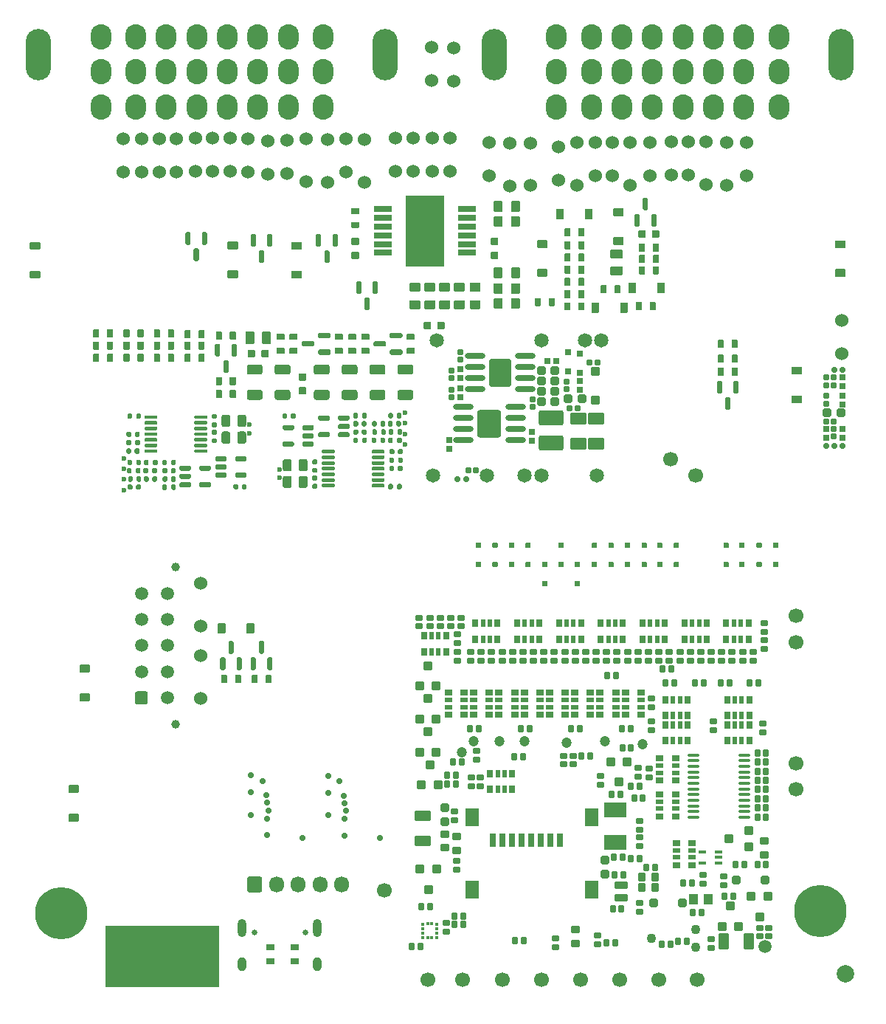
<source format=gbs>
G75*
G70*
%OFA0B0*%
%FSLAX25Y25*%
%IPPOS*%
%LPD*%
%AMOC8*
5,1,8,0,0,1.08239X$1,22.5*
%
%AMM183*
21,1,0.041340,0.026770,0.000000,-0.000000,270.000000*
21,1,0.029130,0.038980,0.000000,-0.000000,270.000000*
1,1,0.012210,-0.013390,-0.014570*
1,1,0.012210,-0.013390,0.014570*
1,1,0.012210,0.013390,0.014570*
1,1,0.012210,0.013390,-0.014570*
%
%AMM185*
21,1,0.076380,0.036220,0.000000,-0.000000,0.000000*
21,1,0.061810,0.050790,0.000000,-0.000000,0.000000*
1,1,0.014570,0.030910,-0.018110*
1,1,0.014570,-0.030910,-0.018110*
1,1,0.014570,-0.030910,0.018110*
1,1,0.014570,0.030910,0.018110*
%
%AMM188*
21,1,0.029130,0.018900,0.000000,-0.000000,0.000000*
21,1,0.018900,0.029130,0.000000,-0.000000,0.000000*
1,1,0.010240,0.009450,-0.009450*
1,1,0.010240,-0.009450,-0.009450*
1,1,0.010240,-0.009450,0.009450*
1,1,0.010240,0.009450,0.009450*
%
%AMM189*
21,1,0.025200,0.019680,0.000000,-0.000000,270.000000*
21,1,0.015750,0.029130,0.000000,-0.000000,270.000000*
1,1,0.009450,-0.009840,-0.007870*
1,1,0.009450,-0.009840,0.007870*
1,1,0.009450,0.009840,0.007870*
1,1,0.009450,0.009840,-0.007870*
%
%AMM190*
21,1,0.025200,0.019680,0.000000,-0.000000,180.000000*
21,1,0.015750,0.029130,0.000000,-0.000000,180.000000*
1,1,0.009450,-0.007870,0.009840*
1,1,0.009450,0.007870,0.009840*
1,1,0.009450,0.007870,-0.009840*
1,1,0.009450,-0.007870,-0.009840*
%
%AMM196*
21,1,0.111810,0.050390,0.000000,-0.000000,0.000000*
21,1,0.093700,0.068500,0.000000,-0.000000,0.000000*
1,1,0.018110,0.046850,-0.025200*
1,1,0.018110,-0.046850,-0.025200*
1,1,0.018110,-0.046850,0.025200*
1,1,0.018110,0.046850,0.025200*
%
%AMM197*
21,1,0.038980,0.026770,0.000000,-0.000000,180.000000*
21,1,0.026770,0.038980,0.000000,-0.000000,180.000000*
1,1,0.012210,-0.013390,0.013390*
1,1,0.012210,0.013390,0.013390*
1,1,0.012210,0.013390,-0.013390*
1,1,0.012210,-0.013390,-0.013390*
%
%AMM198*
21,1,0.029130,0.018900,0.000000,-0.000000,90.000000*
21,1,0.018900,0.029130,0.000000,-0.000000,90.000000*
1,1,0.010240,0.009450,0.009450*
1,1,0.010240,0.009450,-0.009450*
1,1,0.010240,-0.009450,-0.009450*
1,1,0.010240,-0.009450,0.009450*
%
%AMM199*
21,1,0.127560,0.075590,0.000000,-0.000000,90.000000*
21,1,0.103150,0.100000,0.000000,-0.000000,90.000000*
1,1,0.024410,0.037800,0.051580*
1,1,0.024410,0.037800,-0.051580*
1,1,0.024410,-0.037800,-0.051580*
1,1,0.024410,-0.037800,0.051580*
%
%AMM200*
21,1,0.123620,0.083460,0.000000,-0.000000,270.000000*
21,1,0.097240,0.109840,0.000000,-0.000000,270.000000*
1,1,0.026380,-0.041730,-0.048620*
1,1,0.026380,-0.041730,0.048620*
1,1,0.026380,0.041730,0.048620*
1,1,0.026380,0.041730,-0.048620*
%
%AMM277*
21,1,0.039370,0.030320,-0.000000,-0.000000,270.000000*
21,1,0.028350,0.041340,-0.000000,-0.000000,270.000000*
1,1,0.011020,-0.015160,-0.014170*
1,1,0.011020,-0.015160,0.014170*
1,1,0.011020,0.015160,0.014170*
1,1,0.011020,0.015160,-0.014170*
%
%AMM283*
21,1,0.031500,0.018900,-0.000000,-0.000000,0.000000*
21,1,0.022840,0.027560,-0.000000,-0.000000,0.000000*
1,1,0.008660,0.011420,-0.009450*
1,1,0.008660,-0.011420,-0.009450*
1,1,0.008660,-0.011420,0.009450*
1,1,0.008660,0.011420,0.009450*
%
%AMM286*
21,1,0.029530,0.026380,-0.000000,-0.000000,270.000000*
21,1,0.020470,0.035430,-0.000000,-0.000000,270.000000*
1,1,0.009060,-0.013190,-0.010240*
1,1,0.009060,-0.013190,0.010240*
1,1,0.009060,0.013190,0.010240*
1,1,0.009060,0.013190,-0.010240*
%
%AMM287*
21,1,0.021650,0.027950,-0.000000,-0.000000,270.000000*
21,1,0.014170,0.035430,-0.000000,-0.000000,270.000000*
1,1,0.007480,-0.013980,-0.007090*
1,1,0.007480,-0.013980,0.007090*
1,1,0.007480,0.013980,0.007090*
1,1,0.007480,0.013980,-0.007090*
%
%AMM289*
21,1,0.016540,0.028980,-0.000000,-0.000000,270.000000*
21,1,0.010080,0.035430,-0.000000,-0.000000,270.000000*
1,1,0.006460,-0.014490,-0.005040*
1,1,0.006460,-0.014490,0.005040*
1,1,0.006460,0.014490,0.005040*
1,1,0.006460,0.014490,-0.005040*
%
%AMM292*
21,1,0.031500,0.018900,-0.000000,-0.000000,270.000000*
21,1,0.022840,0.027560,-0.000000,-0.000000,270.000000*
1,1,0.008660,-0.009450,-0.011420*
1,1,0.008660,-0.009450,0.011420*
1,1,0.008660,0.009450,0.011420*
1,1,0.008660,0.009450,-0.011420*
%
%AMM301*
21,1,0.039370,0.030320,-0.000000,-0.000000,0.000000*
21,1,0.028350,0.041340,-0.000000,-0.000000,0.000000*
1,1,0.011020,0.014170,-0.015160*
1,1,0.011020,-0.014170,-0.015160*
1,1,0.011020,-0.014170,0.015160*
1,1,0.011020,0.014170,0.015160*
%
%AMM302*
21,1,0.039760,0.026770,-0.000000,-0.000000,180.000000*
21,1,0.029130,0.037400,-0.000000,-0.000000,180.000000*
1,1,0.010630,-0.014570,0.013390*
1,1,0.010630,0.014570,0.013390*
1,1,0.010630,0.014570,-0.013390*
1,1,0.010630,-0.014570,-0.013390*
%
%AMM303*
21,1,0.074800,0.036220,-0.000000,-0.000000,180.000000*
21,1,0.061810,0.049210,-0.000000,-0.000000,180.000000*
1,1,0.012990,-0.030910,0.018110*
1,1,0.012990,0.030910,0.018110*
1,1,0.012990,0.030910,-0.018110*
1,1,0.012990,-0.030910,-0.018110*
%
%AMM304*
21,1,0.062990,0.020470,-0.000000,-0.000000,270.000000*
21,1,0.053940,0.029530,-0.000000,-0.000000,270.000000*
1,1,0.009060,-0.010240,-0.026970*
1,1,0.009060,-0.010240,0.026970*
1,1,0.009060,0.010240,0.026970*
1,1,0.009060,0.010240,-0.026970*
%
%AMM305*
21,1,0.082680,0.045670,-0.000000,-0.000000,270.000000*
21,1,0.067320,0.061020,-0.000000,-0.000000,270.000000*
1,1,0.015350,-0.022840,-0.033660*
1,1,0.015350,-0.022840,0.033660*
1,1,0.015350,0.022840,0.033660*
1,1,0.015350,0.022840,-0.033660*
%
%AMM306*
21,1,0.029530,0.026380,-0.000000,-0.000000,180.000000*
21,1,0.020470,0.035430,-0.000000,-0.000000,180.000000*
1,1,0.009060,-0.010240,0.013190*
1,1,0.009060,0.010240,0.013190*
1,1,0.009060,0.010240,-0.013190*
1,1,0.009060,-0.010240,-0.013190*
%
%AMM307*
21,1,0.021650,0.027950,-0.000000,-0.000000,180.000000*
21,1,0.014170,0.035430,-0.000000,-0.000000,180.000000*
1,1,0.007480,-0.007090,0.013980*
1,1,0.007480,0.007090,0.013980*
1,1,0.007480,0.007090,-0.013980*
1,1,0.007480,-0.007090,-0.013980*
%
%AMM308*
21,1,0.031500,0.030710,-0.000000,-0.000000,270.000000*
21,1,0.022050,0.040160,-0.000000,-0.000000,270.000000*
1,1,0.009450,-0.015350,-0.011020*
1,1,0.009450,-0.015350,0.011020*
1,1,0.009450,0.015350,0.011020*
1,1,0.009450,0.015350,-0.011020*
%
%AMM309*
21,1,0.031500,0.049610,-0.000000,-0.000000,90.000000*
21,1,0.022050,0.059060,-0.000000,-0.000000,90.000000*
1,1,0.009450,0.024800,0.011020*
1,1,0.009450,0.024800,-0.011020*
1,1,0.009450,-0.024800,-0.011020*
1,1,0.009450,-0.024800,0.011020*
%
%AMM310*
21,1,0.031500,0.030710,-0.000000,-0.000000,180.000000*
21,1,0.022050,0.040160,-0.000000,-0.000000,180.000000*
1,1,0.009450,-0.011020,0.015350*
1,1,0.009450,0.011020,0.015350*
1,1,0.009450,0.011020,-0.015350*
1,1,0.009450,-0.011020,-0.015350*
%
%AMM311*
21,1,0.074800,0.036220,-0.000000,-0.000000,270.000000*
21,1,0.061810,0.049210,-0.000000,-0.000000,270.000000*
1,1,0.012990,-0.018110,-0.030910*
1,1,0.012990,-0.018110,0.030910*
1,1,0.012990,0.018110,0.030910*
1,1,0.012990,0.018110,-0.030910*
%
%AMM312*
21,1,0.037400,0.026770,-0.000000,-0.000000,90.000000*
21,1,0.026770,0.037400,-0.000000,-0.000000,90.000000*
1,1,0.010630,0.013390,0.013390*
1,1,0.010630,0.013390,-0.013390*
1,1,0.010630,-0.013390,-0.013390*
1,1,0.010630,-0.013390,0.013390*
%
%ADD10C,0.06000*%
%ADD11C,0.06693*%
%ADD119C,0.02913*%
%ADD12C,0.23622*%
%ADD120C,0.06457*%
%ADD14O,0.06693X0.07283*%
%ADD18O,0.03937X0.08268*%
%ADD19O,0.03937X0.06299*%
%ADD199C,0.04294*%
%ADD20C,0.05906*%
%ADD21C,0.02362*%
%ADD217R,0.04331X0.04724*%
%ADD221R,0.09843X0.07087*%
%ADD229O,0.05354X0.01378*%
%ADD230R,0.01378X0.01772*%
%ADD231R,0.01772X0.01378*%
%ADD271O,0.09213X0.02520*%
%ADD328M183*%
%ADD330M185*%
%ADD333M188*%
%ADD334M189*%
%ADD335M190*%
%ADD341M196*%
%ADD342M197*%
%ADD343M198*%
%ADD344M199*%
%ADD345M200*%
%ADD453M277*%
%ADD459M283*%
%ADD462M286*%
%ADD463M287*%
%ADD465M289*%
%ADD468M292*%
%ADD477M301*%
%ADD478M302*%
%ADD479M303*%
%ADD480M304*%
%ADD481M305*%
%ADD482M306*%
%ADD483M307*%
%ADD484M308*%
%ADD485M309*%
%ADD486M310*%
%ADD487M311*%
%ADD488M312*%
%ADD49C,0.07874*%
%ADD59C,0.03937*%
%ADD64C,0.04724*%
%ADD65C,0.00472*%
%ADD66O,0.11417X0.23228*%
%ADD67O,0.09449X0.11417*%
%ADD68C,0.02559*%
%ADD76R,0.07874X0.02559*%
%ADD77R,0.17717X0.31890*%
X0000000Y0000000D02*
%LPD*%
G01*
D65*
X0089961Y0000787D02*
X0038780Y0000787D01*
X0038780Y0028346D01*
X0089961Y0028346D01*
X0089961Y0000787D01*
G36*
X0089961Y0000787D02*
G01*
X0038780Y0000787D01*
X0038780Y0028346D01*
X0089961Y0028346D01*
X0089961Y0000787D01*
G37*
D10*
X0302165Y0367106D03*
X0302165Y0382106D03*
D11*
X0350787Y0156299D03*
D10*
X0082047Y0130906D03*
X0082047Y0150197D03*
D11*
X0235827Y0003937D03*
D12*
X0018909Y0033933D03*
D10*
X0177953Y0383878D03*
X0177953Y0368878D03*
X0294488Y0367106D03*
X0294488Y0382106D03*
X0095276Y0368878D03*
X0095276Y0383878D03*
G36*
G01*
X0102953Y0044193D02*
X0102953Y0049508D01*
G75*
G02*
X0103937Y0050492I0000984J0000000D01*
G01*
X0108661Y0050492D01*
G75*
G02*
X0109646Y0049508I0000000J-000984D01*
G01*
X0109646Y0044193D01*
G75*
G02*
X0108661Y0043209I-000984J0000000D01*
G01*
X0103937Y0043209D01*
G75*
G02*
X0102953Y0044193I0000000J0000984D01*
G01*
G37*
D14*
X0116142Y0046850D03*
X0125984Y0046850D03*
X0135827Y0046850D03*
X0145669Y0046850D03*
D10*
X0251772Y0381890D03*
X0251772Y0362598D03*
X0371654Y0286594D03*
X0371654Y0301594D03*
D66*
X0008661Y0421654D03*
X0165354Y0421654D03*
D67*
X0036811Y0398031D03*
X0052559Y0398031D03*
X0066339Y0398031D03*
X0080118Y0398031D03*
X0093898Y0398031D03*
X0107677Y0398031D03*
X0121457Y0398031D03*
X0137205Y0398031D03*
X0036811Y0413780D03*
X0052559Y0413780D03*
X0066339Y0413780D03*
X0080118Y0413780D03*
X0093898Y0413780D03*
X0107677Y0413780D03*
X0121457Y0413780D03*
X0137205Y0413780D03*
X0036811Y0429528D03*
X0052559Y0429528D03*
X0066339Y0429528D03*
X0080118Y0429528D03*
X0093898Y0429528D03*
X0107677Y0429528D03*
X0121457Y0429528D03*
X0137205Y0429528D03*
D11*
X0164961Y0044094D03*
D10*
X0186417Y0409823D03*
X0186417Y0424823D03*
D11*
X0253543Y0003937D03*
D10*
X0170079Y0368878D03*
X0170079Y0383878D03*
D68*
X0106339Y0025276D03*
X0129094Y0025276D03*
D18*
X0100709Y0027244D03*
D19*
X0100709Y0010787D03*
D18*
X0134724Y0027244D03*
D19*
X0134724Y0010787D03*
D11*
X0350787Y0089764D03*
X0200394Y0003937D03*
D10*
X0267913Y0366713D03*
X0267913Y0381713D03*
X0087402Y0368878D03*
X0087402Y0383878D03*
D11*
X0184646Y0003937D03*
X0306299Y0003937D03*
D10*
X0284843Y0366909D03*
X0284843Y0381909D03*
X0047047Y0368484D03*
X0047047Y0383484D03*
D11*
X0294094Y0238976D03*
D59*
X0070630Y0119291D03*
X0070630Y0190157D03*
G36*
G01*
X0057087Y0128150D02*
X0053150Y0128150D01*
G75*
G02*
X0052165Y0129134I0000000J0000984D01*
G01*
X0052165Y0133071D01*
G75*
G02*
X0053150Y0134055I0000984J0000000D01*
G01*
X0057087Y0134055D01*
G75*
G02*
X0058071Y0133071I0000000J-000984D01*
G01*
X0058071Y0129134D01*
G75*
G02*
X0057087Y0128150I-000984J0000000D01*
G01*
G37*
D20*
X0055118Y0142913D03*
X0055118Y0154724D03*
X0055118Y0166535D03*
X0055118Y0178346D03*
X0066929Y0131102D03*
X0066929Y0142913D03*
X0066929Y0154724D03*
X0066929Y0166535D03*
X0066929Y0178346D03*
D11*
X0288976Y0003937D03*
D20*
X0261024Y0231595D03*
X0235827Y0231595D03*
X0228346Y0231595D03*
X0211417Y0231595D03*
D21*
X0201969Y0229823D03*
X0198032Y0229823D03*
D20*
X0186811Y0231595D03*
X0262795Y0292618D03*
X0255512Y0292618D03*
X0236024Y0292618D03*
X0188583Y0292618D03*
D21*
X0047146Y0234449D03*
X0047146Y0239173D03*
X0047146Y0229724D03*
X0047146Y0225000D03*
X0103937Y0250433D03*
X0103937Y0254370D03*
D10*
X0260236Y0366713D03*
X0260236Y0381713D03*
X0112205Y0367697D03*
X0112205Y0382697D03*
X0129528Y0383464D03*
X0129528Y0364173D03*
X0055118Y0368681D03*
X0055118Y0383681D03*
X0212402Y0366713D03*
X0212402Y0381713D03*
X0103346Y0368681D03*
X0103346Y0383681D03*
X0319669Y0381870D03*
X0319669Y0362579D03*
X0063189Y0368681D03*
X0063189Y0383681D03*
X0275984Y0381890D03*
X0275984Y0362598D03*
X0120866Y0367894D03*
X0120866Y0382894D03*
D11*
X0218110Y0003937D03*
D12*
X0362000Y0034933D03*
D11*
X0350787Y0168110D03*
D10*
X0071063Y0368681D03*
X0071063Y0383681D03*
X0079528Y0368878D03*
X0079528Y0383878D03*
X0155906Y0383071D03*
X0155906Y0363779D03*
D11*
X0271260Y0003937D03*
D10*
X0147441Y0368484D03*
X0147441Y0383484D03*
X0186614Y0368878D03*
X0186614Y0383878D03*
D21*
X0371949Y0244980D03*
X0368209Y0244980D03*
X0364469Y0244980D03*
X0368406Y0279232D03*
X0371949Y0279232D03*
D21*
X0146791Y0076378D03*
X0139567Y0078051D03*
X0147638Y0080217D03*
X0146791Y0083661D03*
X0146496Y0087008D03*
X0139567Y0088287D03*
X0144724Y0093405D03*
X0139567Y0095965D03*
X0162894Y0067717D03*
X0146850Y0068898D03*
D10*
X0328669Y0366890D03*
X0328669Y0381890D03*
X0194488Y0368878D03*
X0194488Y0383878D03*
D21*
X0174409Y0250344D03*
X0174409Y0245620D03*
X0174409Y0255069D03*
X0174409Y0259793D03*
X0117618Y0234360D03*
X0117618Y0230423D03*
D10*
X0139173Y0383268D03*
X0139173Y0363976D03*
D11*
X0350787Y0101575D03*
D66*
X0214567Y0421654D03*
X0371260Y0421654D03*
D67*
X0242717Y0398031D03*
X0258465Y0398031D03*
X0272244Y0398031D03*
X0286024Y0398031D03*
X0299803Y0398031D03*
X0313583Y0398031D03*
X0327362Y0398031D03*
X0343110Y0398031D03*
X0242717Y0413780D03*
X0258465Y0413780D03*
X0272244Y0413780D03*
X0286024Y0413780D03*
X0299803Y0413780D03*
X0313583Y0413780D03*
X0327362Y0413780D03*
X0343110Y0413780D03*
X0242717Y0429528D03*
X0258465Y0429528D03*
X0272244Y0429528D03*
X0286024Y0429528D03*
X0299803Y0429528D03*
X0313583Y0429528D03*
X0327362Y0429528D03*
X0343110Y0429528D03*
D10*
X0221654Y0381496D03*
X0221654Y0362205D03*
D21*
X0111831Y0076523D03*
X0104607Y0078196D03*
X0112678Y0080362D03*
X0111831Y0083806D03*
X0111536Y0087153D03*
X0104607Y0088433D03*
X0109764Y0093551D03*
X0104607Y0096110D03*
X0127934Y0067862D03*
X0111890Y0069043D03*
D10*
X0196260Y0409626D03*
X0196260Y0424626D03*
X0243504Y0364941D03*
X0243504Y0379941D03*
D11*
X0305512Y0231496D03*
D10*
X0230906Y0381673D03*
X0230906Y0362382D03*
X0082047Y0163583D03*
X0082047Y0182874D03*
X0310236Y0382067D03*
X0310236Y0362776D03*
G36*
G01*
X0088780Y0293100D02*
X0088780Y0296171D01*
G75*
G02*
X0089055Y0296447I0000276J0000000D01*
G01*
X0091260Y0296447D01*
G75*
G02*
X0091535Y0296171I0000000J-000276D01*
G01*
X0091535Y0293100D01*
G75*
G02*
X0091260Y0292825I-000276J0000000D01*
G01*
X0089055Y0292825D01*
G75*
G02*
X0088780Y0293100I0000000J0000276D01*
G01*
G37*
G36*
G01*
X0095079Y0293100D02*
X0095079Y0296171D01*
G75*
G02*
X0095354Y0296447I0000276J0000000D01*
G01*
X0097559Y0296447D01*
G75*
G02*
X0097835Y0296171I0000000J-000276D01*
G01*
X0097835Y0293100D01*
G75*
G02*
X0097559Y0292825I-000276J0000000D01*
G01*
X0095354Y0292825D01*
G75*
G02*
X0095079Y0293100I0000000J0000276D01*
G01*
G37*
G36*
G01*
X0112697Y0287953D02*
X0112697Y0285276D01*
G75*
G02*
X0112362Y0284941I-000335J0000000D01*
G01*
X0109685Y0284941D01*
G75*
G02*
X0109350Y0285276I0000000J0000335D01*
G01*
X0109350Y0287953D01*
G75*
G02*
X0109685Y0288287I0000335J0000000D01*
G01*
X0112362Y0288287D01*
G75*
G02*
X0112697Y0287953I0000000J-000335D01*
G01*
G37*
G36*
G01*
X0106476Y0287953D02*
X0106476Y0285276D01*
G75*
G02*
X0106142Y0284941I-000335J0000000D01*
G01*
X0103465Y0284941D01*
G75*
G02*
X0103130Y0285276I0000000J0000335D01*
G01*
X0103130Y0287953D01*
G75*
G02*
X0103465Y0288287I0000335J0000000D01*
G01*
X0106142Y0288287D01*
G75*
G02*
X0106476Y0287953I0000000J-000335D01*
G01*
G37*
G36*
G01*
X0315551Y0276811D02*
X0315551Y0279882D01*
G75*
G02*
X0315827Y0280157I0000276J0000000D01*
G01*
X0318031Y0280157D01*
G75*
G02*
X0318307Y0279882I0000000J-000276D01*
G01*
X0318307Y0276811D01*
G75*
G02*
X0318031Y0276535I-000276J0000000D01*
G01*
X0315827Y0276535D01*
G75*
G02*
X0315551Y0276811I0000000J0000276D01*
G01*
G37*
G36*
G01*
X0321850Y0276811D02*
X0321850Y0279882D01*
G75*
G02*
X0322126Y0280157I0000276J0000000D01*
G01*
X0324331Y0280157D01*
G75*
G02*
X0324606Y0279882I0000000J-000276D01*
G01*
X0324606Y0276811D01*
G75*
G02*
X0324331Y0276535I-000276J0000000D01*
G01*
X0322126Y0276535D01*
G75*
G02*
X0321850Y0276811I0000000J0000276D01*
G01*
G37*
G36*
G01*
X0153289Y0343268D02*
X0150218Y0343268D01*
G75*
G02*
X0149942Y0343543I0000000J0000276D01*
G01*
X0149942Y0345748D01*
G75*
G02*
X0150218Y0346024I0000276J0000000D01*
G01*
X0153289Y0346024D01*
G75*
G02*
X0153564Y0345748I0000000J-000276D01*
G01*
X0153564Y0343543D01*
G75*
G02*
X0153289Y0343268I-000276J0000000D01*
G01*
G37*
G36*
G01*
X0153289Y0349567D02*
X0150218Y0349567D01*
G75*
G02*
X0149942Y0349843I0000000J0000276D01*
G01*
X0149942Y0352047D01*
G75*
G02*
X0150218Y0352323I0000276J0000000D01*
G01*
X0153289Y0352323D01*
G75*
G02*
X0153564Y0352047I0000000J-000276D01*
G01*
X0153564Y0349843D01*
G75*
G02*
X0153289Y0349567I-000276J0000000D01*
G01*
G37*
G36*
G01*
X0298031Y0192283D02*
X0298031Y0190394D01*
G75*
G02*
X0297795Y0190157I-000236J0000000D01*
G01*
X0295906Y0190157D01*
G75*
G02*
X0295669Y0190394I0000000J0000236D01*
G01*
X0295669Y0192283D01*
G75*
G02*
X0295906Y0192520I0000236J0000000D01*
G01*
X0297795Y0192520D01*
G75*
G02*
X0298031Y0192283I0000000J-000236D01*
G01*
G37*
G36*
G01*
X0298031Y0200945D02*
X0298031Y0199055D01*
G75*
G02*
X0297795Y0198819I-000236J0000000D01*
G01*
X0295906Y0198819D01*
G75*
G02*
X0295669Y0199055I0000000J0000236D01*
G01*
X0295669Y0200945D01*
G75*
G02*
X0295906Y0201181I0000236J0000000D01*
G01*
X0297795Y0201181D01*
G75*
G02*
X0298031Y0200945I0000000J-000236D01*
G01*
G37*
G36*
G01*
X0150415Y0338799D02*
X0153092Y0338799D01*
G75*
G02*
X0153426Y0338465I0000000J-000335D01*
G01*
X0153426Y0335787D01*
G75*
G02*
X0153092Y0335453I-000335J0000000D01*
G01*
X0150415Y0335453D01*
G75*
G02*
X0150080Y0335787I0000000J0000335D01*
G01*
X0150080Y0338465D01*
G75*
G02*
X0150415Y0338799I0000335J0000000D01*
G01*
G37*
G36*
G01*
X0150415Y0332579D02*
X0153092Y0332579D01*
G75*
G02*
X0153426Y0332244I0000000J-000335D01*
G01*
X0153426Y0329567D01*
G75*
G02*
X0153092Y0329232I-000335J0000000D01*
G01*
X0150415Y0329232D01*
G75*
G02*
X0150080Y0329567I0000000J0000335D01*
G01*
X0150080Y0332244D01*
G75*
G02*
X0150415Y0332579I0000335J0000000D01*
G01*
G37*
G36*
G01*
X0223622Y0192283D02*
X0223622Y0190394D01*
G75*
G02*
X0223386Y0190157I-000236J0000000D01*
G01*
X0221496Y0190157D01*
G75*
G02*
X0221260Y0190394I0000000J0000236D01*
G01*
X0221260Y0192283D01*
G75*
G02*
X0221496Y0192520I0000236J0000000D01*
G01*
X0223386Y0192520D01*
G75*
G02*
X0223622Y0192283I0000000J-000236D01*
G01*
G37*
G36*
G01*
X0223622Y0200945D02*
X0223622Y0199055D01*
G75*
G02*
X0223386Y0198819I-000236J0000000D01*
G01*
X0221496Y0198819D01*
G75*
G02*
X0221260Y0199055I0000000J0000236D01*
G01*
X0221260Y0200945D01*
G75*
G02*
X0221496Y0201181I0000236J0000000D01*
G01*
X0223386Y0201181D01*
G75*
G02*
X0223622Y0200945I0000000J-000236D01*
G01*
G37*
G36*
G01*
X0047047Y0283110D02*
X0047047Y0286181D01*
G75*
G02*
X0047323Y0286457I0000276J0000000D01*
G01*
X0049528Y0286457D01*
G75*
G02*
X0049803Y0286181I0000000J-000276D01*
G01*
X0049803Y0283110D01*
G75*
G02*
X0049528Y0282835I-000276J0000000D01*
G01*
X0047323Y0282835D01*
G75*
G02*
X0047047Y0283110I0000000J0000276D01*
G01*
G37*
G36*
G01*
X0053346Y0283110D02*
X0053346Y0286181D01*
G75*
G02*
X0053622Y0286457I0000276J0000000D01*
G01*
X0055827Y0286457D01*
G75*
G02*
X0056102Y0286181I0000000J-000276D01*
G01*
X0056102Y0283110D01*
G75*
G02*
X0055827Y0282835I-000276J0000000D01*
G01*
X0053622Y0282835D01*
G75*
G02*
X0053346Y0283110I0000000J0000276D01*
G01*
G37*
G36*
G01*
X0246260Y0317362D02*
X0246260Y0320433D01*
G75*
G02*
X0246535Y0320709I0000276J0000000D01*
G01*
X0248740Y0320709D01*
G75*
G02*
X0249016Y0320433I0000000J-000276D01*
G01*
X0249016Y0317362D01*
G75*
G02*
X0248740Y0317087I-000276J0000000D01*
G01*
X0246535Y0317087D01*
G75*
G02*
X0246260Y0317362I0000000J0000276D01*
G01*
G37*
G36*
G01*
X0252559Y0317362D02*
X0252559Y0320433D01*
G75*
G02*
X0252835Y0320709I0000276J0000000D01*
G01*
X0255039Y0320709D01*
G75*
G02*
X0255315Y0320433I0000000J-000276D01*
G01*
X0255315Y0317362D01*
G75*
G02*
X0255039Y0317087I-000276J0000000D01*
G01*
X0252835Y0317087D01*
G75*
G02*
X0252559Y0317362I0000000J0000276D01*
G01*
G37*
G36*
G01*
X0047047Y0294134D02*
X0047047Y0297205D01*
G75*
G02*
X0047323Y0297480I0000276J0000000D01*
G01*
X0049528Y0297480D01*
G75*
G02*
X0049803Y0297205I0000000J-000276D01*
G01*
X0049803Y0294134D01*
G75*
G02*
X0049528Y0293858I-000276J0000000D01*
G01*
X0047323Y0293858D01*
G75*
G02*
X0047047Y0294134I0000000J0000276D01*
G01*
G37*
G36*
G01*
X0053346Y0294134D02*
X0053346Y0297205D01*
G75*
G02*
X0053622Y0297480I0000276J0000000D01*
G01*
X0055827Y0297480D01*
G75*
G02*
X0056102Y0297205I0000000J-000276D01*
G01*
X0056102Y0294134D01*
G75*
G02*
X0055827Y0293858I-000276J0000000D01*
G01*
X0053622Y0293858D01*
G75*
G02*
X0053346Y0294134I0000000J0000276D01*
G01*
G37*
G36*
G01*
X0275197Y0314232D02*
X0275197Y0318248D01*
G75*
G02*
X0275551Y0318602I0000354J0000000D01*
G01*
X0278386Y0318602D01*
G75*
G02*
X0278740Y0318248I0000000J-000354D01*
G01*
X0278740Y0314232D01*
G75*
G02*
X0278386Y0313878I-000354J0000000D01*
G01*
X0275551Y0313878D01*
G75*
G02*
X0275197Y0314232I0000000J0000354D01*
G01*
G37*
G36*
G01*
X0288189Y0314232D02*
X0288189Y0318248D01*
G75*
G02*
X0288543Y0318602I0000354J0000000D01*
G01*
X0291378Y0318602D01*
G75*
G02*
X0291732Y0318248I0000000J-000354D01*
G01*
X0291732Y0314232D01*
G75*
G02*
X0291378Y0313878I-000354J0000000D01*
G01*
X0288543Y0313878D01*
G75*
G02*
X0288189Y0314232I0000000J0000354D01*
G01*
G37*
G36*
G01*
X0192185Y0300551D02*
X0192185Y0297874D01*
G75*
G02*
X0191850Y0297539I-000335J0000000D01*
G01*
X0189173Y0297539D01*
G75*
G02*
X0188839Y0297874I0000000J0000335D01*
G01*
X0188839Y0300551D01*
G75*
G02*
X0189173Y0300886I0000335J0000000D01*
G01*
X0191850Y0300886D01*
G75*
G02*
X0192185Y0300551I0000000J-000335D01*
G01*
G37*
G36*
G01*
X0185965Y0300551D02*
X0185965Y0297874D01*
G75*
G02*
X0185630Y0297539I-000335J0000000D01*
G01*
X0182953Y0297539D01*
G75*
G02*
X0182618Y0297874I0000000J0000335D01*
G01*
X0182618Y0300551D01*
G75*
G02*
X0182953Y0300886I0000335J0000000D01*
G01*
X0185630Y0300886D01*
G75*
G02*
X0185965Y0300551I0000000J-000335D01*
G01*
G37*
G36*
G01*
X0236220Y0190394D02*
X0236220Y0192283D01*
G75*
G02*
X0236457Y0192520I0000236J0000000D01*
G01*
X0238346Y0192520D01*
G75*
G02*
X0238583Y0192283I0000000J-000236D01*
G01*
X0238583Y0190394D01*
G75*
G02*
X0238346Y0190157I-000236J0000000D01*
G01*
X0236457Y0190157D01*
G75*
G02*
X0236220Y0190394I0000000J0000236D01*
G01*
G37*
G36*
G01*
X0236220Y0181732D02*
X0236220Y0183622D01*
G75*
G02*
X0236457Y0183858I0000236J0000000D01*
G01*
X0238346Y0183858D01*
G75*
G02*
X0238583Y0183622I0000000J-000236D01*
G01*
X0238583Y0181732D01*
G75*
G02*
X0238346Y0181496I-000236J0000000D01*
G01*
X0236457Y0181496D01*
G75*
G02*
X0236220Y0181732I0000000J0000236D01*
G01*
G37*
G36*
G01*
X0216084Y0329232D02*
X0213407Y0329232D01*
G75*
G02*
X0213072Y0329567I0000000J0000335D01*
G01*
X0213072Y0332244D01*
G75*
G02*
X0213407Y0332579I0000335J0000000D01*
G01*
X0216084Y0332579D01*
G75*
G02*
X0216418Y0332244I0000000J-000335D01*
G01*
X0216418Y0329567D01*
G75*
G02*
X0216084Y0329232I-000335J0000000D01*
G01*
G37*
G36*
G01*
X0216084Y0335453D02*
X0213407Y0335453D01*
G75*
G02*
X0213072Y0335787I0000000J0000335D01*
G01*
X0213072Y0338465D01*
G75*
G02*
X0213407Y0338799I0000335J0000000D01*
G01*
X0216084Y0338799D01*
G75*
G02*
X0216418Y0338465I0000000J-000335D01*
G01*
X0216418Y0335787D01*
G75*
G02*
X0216084Y0335453I-000335J0000000D01*
G01*
G37*
G36*
G01*
X0075591Y0341486D02*
X0076772Y0341486D01*
G75*
G02*
X0077362Y0340896I0000000J-000591D01*
G01*
X0077362Y0336270D01*
G75*
G02*
X0076772Y0335679I-000591J0000000D01*
G01*
X0075591Y0335679D01*
G75*
G02*
X0075000Y0336270I0000000J0000591D01*
G01*
X0075000Y0340896D01*
G75*
G02*
X0075591Y0341486I0000591J0000000D01*
G01*
G37*
G36*
G01*
X0083071Y0341486D02*
X0084252Y0341486D01*
G75*
G02*
X0084843Y0340896I0000000J-000591D01*
G01*
X0084843Y0336270D01*
G75*
G02*
X0084252Y0335679I-000591J0000000D01*
G01*
X0083071Y0335679D01*
G75*
G02*
X0082480Y0336270I0000000J0000591D01*
G01*
X0082480Y0340896D01*
G75*
G02*
X0083071Y0341486I0000591J0000000D01*
G01*
G37*
G36*
G01*
X0079331Y0334104D02*
X0080512Y0334104D01*
G75*
G02*
X0081102Y0333514I0000000J-000591D01*
G01*
X0081102Y0328888D01*
G75*
G02*
X0080512Y0328297I-000591J0000000D01*
G01*
X0079331Y0328297D01*
G75*
G02*
X0078740Y0328888I0000000J0000591D01*
G01*
X0078740Y0333514D01*
G75*
G02*
X0079331Y0334104I0000591J0000000D01*
G01*
G37*
G36*
G01*
X0327510Y0192289D02*
X0327510Y0190400D01*
G75*
G02*
X0327274Y0190163I-000236J0000000D01*
G01*
X0325384Y0190163D01*
G75*
G02*
X0325148Y0190400I0000000J0000236D01*
G01*
X0325148Y0192289D01*
G75*
G02*
X0325384Y0192526I0000236J0000000D01*
G01*
X0327274Y0192526D01*
G75*
G02*
X0327510Y0192289I0000000J-000236D01*
G01*
G37*
G36*
G01*
X0327510Y0200951D02*
X0327510Y0199061D01*
G75*
G02*
X0327274Y0198825I-000236J0000000D01*
G01*
X0325384Y0198825D01*
G75*
G02*
X0325148Y0199061I0000000J0000236D01*
G01*
X0325148Y0200951D01*
G75*
G02*
X0325384Y0201187I0000236J0000000D01*
G01*
X0327274Y0201187D01*
G75*
G02*
X0327510Y0200951I0000000J-000236D01*
G01*
G37*
G36*
G01*
X0173130Y0295276D02*
X0173130Y0294094D01*
G75*
G02*
X0172539Y0293504I-000591J0000000D01*
G01*
X0167913Y0293504D01*
G75*
G02*
X0167323Y0294094I0000000J0000591D01*
G01*
X0167323Y0295276D01*
G75*
G02*
X0167913Y0295866I0000591J0000000D01*
G01*
X0172539Y0295866D01*
G75*
G02*
X0173130Y0295276I0000000J-000591D01*
G01*
G37*
G36*
G01*
X0165748Y0291535D02*
X0165748Y0290354D01*
G75*
G02*
X0165157Y0289764I-000591J0000000D01*
G01*
X0160531Y0289764D01*
G75*
G02*
X0159941Y0290354I0000000J0000591D01*
G01*
X0159941Y0291535D01*
G75*
G02*
X0160531Y0292126I0000591J0000000D01*
G01*
X0165157Y0292126D01*
G75*
G02*
X0165748Y0291535I0000000J-000591D01*
G01*
G37*
G36*
G01*
X0173130Y0287795D02*
X0173130Y0286614D01*
G75*
G02*
X0172539Y0286024I-000591J0000000D01*
G01*
X0167913Y0286024D01*
G75*
G02*
X0167323Y0286614I0000000J0000591D01*
G01*
X0167323Y0287795D01*
G75*
G02*
X0167913Y0288386I0000591J0000000D01*
G01*
X0172539Y0288386D01*
G75*
G02*
X0173130Y0287795I0000000J-000591D01*
G01*
G37*
G36*
G01*
X0145669Y0266555D02*
X0145669Y0269272D01*
G75*
G02*
X0146575Y0270177I0000906J0000000D01*
G01*
X0151850Y0270177D01*
G75*
G02*
X0152756Y0269272I0000000J-000906D01*
G01*
X0152756Y0266555D01*
G75*
G02*
X0151850Y0265650I-000906J0000000D01*
G01*
X0146575Y0265650D01*
G75*
G02*
X0145669Y0266555I0000000J0000906D01*
G01*
G37*
G36*
G01*
X0145669Y0277972D02*
X0145669Y0280689D01*
G75*
G02*
X0146575Y0281595I0000906J0000000D01*
G01*
X0151850Y0281595D01*
G75*
G02*
X0152756Y0280689I0000000J-000906D01*
G01*
X0152756Y0277972D01*
G75*
G02*
X0151850Y0277067I-000906J0000000D01*
G01*
X0146575Y0277067D01*
G75*
G02*
X0145669Y0277972I0000000J0000906D01*
G01*
G37*
G36*
G01*
X0091142Y0138061D02*
X0091142Y0141132D01*
G75*
G02*
X0091417Y0141408I0000276J0000000D01*
G01*
X0093622Y0141408D01*
G75*
G02*
X0093898Y0141132I0000000J-000276D01*
G01*
X0093898Y0138061D01*
G75*
G02*
X0093622Y0137786I-000276J0000000D01*
G01*
X0091417Y0137786D01*
G75*
G02*
X0091142Y0138061I0000000J0000276D01*
G01*
G37*
G36*
G01*
X0097441Y0138061D02*
X0097441Y0141132D01*
G75*
G02*
X0097717Y0141408I0000276J0000000D01*
G01*
X0099921Y0141408D01*
G75*
G02*
X0100197Y0141132I0000000J-000276D01*
G01*
X0100197Y0138061D01*
G75*
G02*
X0099921Y0137786I-000276J0000000D01*
G01*
X0097717Y0137786D01*
G75*
G02*
X0097441Y0138061I0000000J0000276D01*
G01*
G37*
G36*
G01*
X0026496Y0075197D02*
X0022480Y0075197D01*
G75*
G02*
X0022126Y0075551I0000000J0000354D01*
G01*
X0022126Y0078386D01*
G75*
G02*
X0022480Y0078740I0000354J0000000D01*
G01*
X0026496Y0078740D01*
G75*
G02*
X0026850Y0078386I0000000J-000354D01*
G01*
X0026850Y0075551D01*
G75*
G02*
X0026496Y0075197I-000354J0000000D01*
G01*
G37*
G36*
G01*
X0026496Y0088189D02*
X0022480Y0088189D01*
G75*
G02*
X0022126Y0088543I0000000J0000354D01*
G01*
X0022126Y0091378D01*
G75*
G02*
X0022480Y0091732I0000354J0000000D01*
G01*
X0026496Y0091732D01*
G75*
G02*
X0026850Y0091378I0000000J-000354D01*
G01*
X0026850Y0088543D01*
G75*
G02*
X0026496Y0088189I-000354J0000000D01*
G01*
G37*
G36*
G01*
X0231053Y0192289D02*
X0231053Y0190400D01*
G75*
G02*
X0230817Y0190163I-000236J0000000D01*
G01*
X0228927Y0190163D01*
G75*
G02*
X0228691Y0190400I0000000J0000236D01*
G01*
X0228691Y0192289D01*
G75*
G02*
X0228927Y0192526I0000236J0000000D01*
G01*
X0230817Y0192526D01*
G75*
G02*
X0231053Y0192289I0000000J-000236D01*
G01*
G37*
G36*
G01*
X0231053Y0200951D02*
X0231053Y0199061D01*
G75*
G02*
X0230817Y0198825I-000236J0000000D01*
G01*
X0228927Y0198825D01*
G75*
G02*
X0228691Y0199061I0000000J0000236D01*
G01*
X0228691Y0200951D01*
G75*
G02*
X0228927Y0201187I0000236J0000000D01*
G01*
X0230817Y0201187D01*
G75*
G02*
X0231053Y0200951I0000000J-000236D01*
G01*
G37*
G36*
G01*
X0278543Y0306437D02*
X0278543Y0309508D01*
G75*
G02*
X0278819Y0309783I0000276J0000000D01*
G01*
X0281024Y0309783D01*
G75*
G02*
X0281299Y0309508I0000000J-000276D01*
G01*
X0281299Y0306437D01*
G75*
G02*
X0281024Y0306161I-000276J0000000D01*
G01*
X0278819Y0306161D01*
G75*
G02*
X0278543Y0306437I0000000J0000276D01*
G01*
G37*
G36*
G01*
X0284843Y0306437D02*
X0284843Y0309508D01*
G75*
G02*
X0285118Y0309783I0000276J0000000D01*
G01*
X0287323Y0309783D01*
G75*
G02*
X0287598Y0309508I0000000J-000276D01*
G01*
X0287598Y0306437D01*
G75*
G02*
X0287323Y0306161I-000276J0000000D01*
G01*
X0285118Y0306161D01*
G75*
G02*
X0284843Y0306437I0000000J0000276D01*
G01*
G37*
G36*
G01*
X0324606Y0285787D02*
X0324606Y0282717D01*
G75*
G02*
X0324331Y0282441I-000276J0000000D01*
G01*
X0322126Y0282441D01*
G75*
G02*
X0321850Y0282717I0000000J0000276D01*
G01*
X0321850Y0285787D01*
G75*
G02*
X0322126Y0286063I0000276J0000000D01*
G01*
X0324331Y0286063D01*
G75*
G02*
X0324606Y0285787I0000000J-000276D01*
G01*
G37*
G36*
G01*
X0318307Y0285787D02*
X0318307Y0282717D01*
G75*
G02*
X0318031Y0282441I-000276J0000000D01*
G01*
X0315827Y0282441D01*
G75*
G02*
X0315551Y0282717I0000000J0000276D01*
G01*
X0315551Y0285787D01*
G75*
G02*
X0315827Y0286063I0000276J0000000D01*
G01*
X0318031Y0286063D01*
G75*
G02*
X0318307Y0285787I0000000J-000276D01*
G01*
G37*
G36*
G01*
X0353209Y0264075D02*
X0349193Y0264075D01*
G75*
G02*
X0348839Y0264429I0000000J0000354D01*
G01*
X0348839Y0267264D01*
G75*
G02*
X0349193Y0267618I0000354J0000000D01*
G01*
X0353209Y0267618D01*
G75*
G02*
X0353563Y0267264I0000000J-000354D01*
G01*
X0353563Y0264429D01*
G75*
G02*
X0353209Y0264075I-000354J0000000D01*
G01*
G37*
G36*
G01*
X0353209Y0277067D02*
X0349193Y0277067D01*
G75*
G02*
X0348839Y0277421I0000000J0000354D01*
G01*
X0348839Y0280256D01*
G75*
G02*
X0349193Y0280610I0000354J0000000D01*
G01*
X0353209Y0280610D01*
G75*
G02*
X0353563Y0280256I0000000J-000354D01*
G01*
X0353563Y0277421D01*
G75*
G02*
X0353209Y0277067I-000354J0000000D01*
G01*
G37*
G36*
G01*
X0283465Y0192283D02*
X0283465Y0190394D01*
G75*
G02*
X0283228Y0190157I-000236J0000000D01*
G01*
X0281339Y0190157D01*
G75*
G02*
X0281102Y0190394I0000000J0000236D01*
G01*
X0281102Y0192283D01*
G75*
G02*
X0281339Y0192520I0000236J0000000D01*
G01*
X0283228Y0192520D01*
G75*
G02*
X0283465Y0192283I0000000J-000236D01*
G01*
G37*
G36*
G01*
X0283465Y0200945D02*
X0283465Y0199055D01*
G75*
G02*
X0283228Y0198819I-000236J0000000D01*
G01*
X0281339Y0198819D01*
G75*
G02*
X0281102Y0199055I0000000J0000236D01*
G01*
X0281102Y0200945D01*
G75*
G02*
X0281339Y0201181I0000236J0000000D01*
G01*
X0283228Y0201181D01*
G75*
G02*
X0283465Y0200945I0000000J-000236D01*
G01*
G37*
G36*
G01*
X0214352Y0313839D02*
X0214352Y0317972D01*
G75*
G02*
X0214745Y0318366I0000394J0000000D01*
G01*
X0217895Y0318366D01*
G75*
G02*
X0218289Y0317972I0000000J-000394D01*
G01*
X0218289Y0313839D01*
G75*
G02*
X0217895Y0313445I-000394J0000000D01*
G01*
X0214745Y0313445D01*
G75*
G02*
X0214352Y0313839I0000000J0000394D01*
G01*
G37*
G36*
G01*
X0222226Y0313839D02*
X0222226Y0317972D01*
G75*
G02*
X0222619Y0318366I0000394J0000000D01*
G01*
X0225769Y0318366D01*
G75*
G02*
X0226163Y0317972I0000000J-000394D01*
G01*
X0226163Y0313839D01*
G75*
G02*
X0225769Y0313445I-000394J0000000D01*
G01*
X0222619Y0313445D01*
G75*
G02*
X0222226Y0313839I0000000J0000394D01*
G01*
G37*
G36*
G01*
X0255315Y0314921D02*
X0255315Y0311850D01*
G75*
G02*
X0255039Y0311575I-000276J0000000D01*
G01*
X0252835Y0311575D01*
G75*
G02*
X0252559Y0311850I0000000J0000276D01*
G01*
X0252559Y0314921D01*
G75*
G02*
X0252835Y0315197I0000276J0000000D01*
G01*
X0255039Y0315197D01*
G75*
G02*
X0255315Y0314921I0000000J-000276D01*
G01*
G37*
G36*
G01*
X0249016Y0314921D02*
X0249016Y0311850D01*
G75*
G02*
X0248740Y0311575I-000276J0000000D01*
G01*
X0246535Y0311575D01*
G75*
G02*
X0246260Y0311850I0000000J0000276D01*
G01*
X0246260Y0314921D01*
G75*
G02*
X0246535Y0315197I0000276J0000000D01*
G01*
X0248740Y0315197D01*
G75*
G02*
X0249016Y0314921I0000000J-000276D01*
G01*
G37*
G36*
G01*
X0060827Y0283110D02*
X0060827Y0286181D01*
G75*
G02*
X0061102Y0286457I0000276J0000000D01*
G01*
X0063307Y0286457D01*
G75*
G02*
X0063583Y0286181I0000000J-000276D01*
G01*
X0063583Y0283110D01*
G75*
G02*
X0063307Y0282835I-000276J0000000D01*
G01*
X0061102Y0282835D01*
G75*
G02*
X0060827Y0283110I0000000J0000276D01*
G01*
G37*
G36*
G01*
X0067126Y0283110D02*
X0067126Y0286181D01*
G75*
G02*
X0067402Y0286457I0000276J0000000D01*
G01*
X0069606Y0286457D01*
G75*
G02*
X0069882Y0286181I0000000J-000276D01*
G01*
X0069882Y0283110D01*
G75*
G02*
X0069606Y0282835I-000276J0000000D01*
G01*
X0067402Y0282835D01*
G75*
G02*
X0067126Y0283110I0000000J0000276D01*
G01*
G37*
G36*
G01*
X0140699Y0295276D02*
X0140699Y0294094D01*
G75*
G02*
X0140108Y0293504I-000591J0000000D01*
G01*
X0135482Y0293504D01*
G75*
G02*
X0134892Y0294094I0000000J0000591D01*
G01*
X0134892Y0295276D01*
G75*
G02*
X0135482Y0295866I0000591J0000000D01*
G01*
X0140108Y0295866D01*
G75*
G02*
X0140699Y0295276I0000000J-000591D01*
G01*
G37*
G36*
G01*
X0133317Y0291535D02*
X0133317Y0290354D01*
G75*
G02*
X0132726Y0289764I-000591J0000000D01*
G01*
X0128100Y0289764D01*
G75*
G02*
X0127510Y0290354I0000000J0000591D01*
G01*
X0127510Y0291535D01*
G75*
G02*
X0128100Y0292126I0000591J0000000D01*
G01*
X0132726Y0292126D01*
G75*
G02*
X0133317Y0291535I0000000J-000591D01*
G01*
G37*
G36*
G01*
X0140699Y0287795D02*
X0140699Y0286614D01*
G75*
G02*
X0140108Y0286024I-000591J0000000D01*
G01*
X0135482Y0286024D01*
G75*
G02*
X0134892Y0286614I0000000J0000591D01*
G01*
X0134892Y0287795D01*
G75*
G02*
X0135482Y0288386I0000591J0000000D01*
G01*
X0140108Y0288386D01*
G75*
G02*
X0140699Y0287795I0000000J-000591D01*
G01*
G37*
G36*
G01*
X0151929Y0286417D02*
X0148858Y0286417D01*
G75*
G02*
X0148583Y0286693I0000000J0000276D01*
G01*
X0148583Y0288898D01*
G75*
G02*
X0148858Y0289173I0000276J0000000D01*
G01*
X0151929Y0289173D01*
G75*
G02*
X0152205Y0288898I0000000J-000276D01*
G01*
X0152205Y0286693D01*
G75*
G02*
X0151929Y0286417I-000276J0000000D01*
G01*
G37*
G36*
G01*
X0151929Y0292717D02*
X0148858Y0292717D01*
G75*
G02*
X0148583Y0292992I0000000J0000276D01*
G01*
X0148583Y0295197D01*
G75*
G02*
X0148858Y0295472I0000276J0000000D01*
G01*
X0151929Y0295472D01*
G75*
G02*
X0152205Y0295197I0000000J-000276D01*
G01*
X0152205Y0292992D01*
G75*
G02*
X0151929Y0292717I-000276J0000000D01*
G01*
G37*
G36*
G01*
X0226163Y0348287D02*
X0226163Y0344154D01*
G75*
G02*
X0225769Y0343760I-000394J0000000D01*
G01*
X0222619Y0343760D01*
G75*
G02*
X0222226Y0344154I0000000J0000394D01*
G01*
X0222226Y0348287D01*
G75*
G02*
X0222619Y0348681I0000394J0000000D01*
G01*
X0225769Y0348681D01*
G75*
G02*
X0226163Y0348287I0000000J-000394D01*
G01*
G37*
G36*
G01*
X0218289Y0348287D02*
X0218289Y0344154D01*
G75*
G02*
X0217895Y0343760I-000394J0000000D01*
G01*
X0214745Y0343760D01*
G75*
G02*
X0214352Y0344154I0000000J0000394D01*
G01*
X0214352Y0348287D01*
G75*
G02*
X0214745Y0348681I0000394J0000000D01*
G01*
X0217895Y0348681D01*
G75*
G02*
X0218289Y0348287I0000000J-000394D01*
G01*
G37*
G36*
G01*
X0178307Y0286417D02*
X0175236Y0286417D01*
G75*
G02*
X0174961Y0286693I0000000J0000276D01*
G01*
X0174961Y0288898D01*
G75*
G02*
X0175236Y0289173I0000276J0000000D01*
G01*
X0178307Y0289173D01*
G75*
G02*
X0178583Y0288898I0000000J-000276D01*
G01*
X0178583Y0286693D01*
G75*
G02*
X0178307Y0286417I-000276J0000000D01*
G01*
G37*
G36*
G01*
X0178307Y0292717D02*
X0175236Y0292717D01*
G75*
G02*
X0174961Y0292992I0000000J0000276D01*
G01*
X0174961Y0295197D01*
G75*
G02*
X0175236Y0295472I0000276J0000000D01*
G01*
X0178307Y0295472D01*
G75*
G02*
X0178583Y0295197I0000000J-000276D01*
G01*
X0178583Y0292992D01*
G75*
G02*
X0178307Y0292717I-000276J0000000D01*
G01*
G37*
G36*
G01*
X0083661Y0291693D02*
X0083661Y0288622D01*
G75*
G02*
X0083386Y0288346I-000276J0000000D01*
G01*
X0081181Y0288346D01*
G75*
G02*
X0080906Y0288622I0000000J0000276D01*
G01*
X0080906Y0291693D01*
G75*
G02*
X0081181Y0291969I0000276J0000000D01*
G01*
X0083386Y0291969D01*
G75*
G02*
X0083661Y0291693I0000000J-000276D01*
G01*
G37*
G36*
G01*
X0077362Y0291693D02*
X0077362Y0288622D01*
G75*
G02*
X0077087Y0288346I-000276J0000000D01*
G01*
X0074882Y0288346D01*
G75*
G02*
X0074606Y0288622I0000000J0000276D01*
G01*
X0074606Y0291693D01*
G75*
G02*
X0074882Y0291969I0000276J0000000D01*
G01*
X0077087Y0291969D01*
G75*
G02*
X0077362Y0291693I0000000J-000276D01*
G01*
G37*
G36*
G01*
X0267421Y0333415D02*
X0272343Y0333415D01*
G75*
G02*
X0272736Y0333022I0000000J-000394D01*
G01*
X0272736Y0329872D01*
G75*
G02*
X0272343Y0329478I-000394J0000000D01*
G01*
X0267421Y0329478D01*
G75*
G02*
X0267028Y0329872I0000000J0000394D01*
G01*
X0267028Y0333022D01*
G75*
G02*
X0267421Y0333415I0000394J0000000D01*
G01*
G37*
G36*
G01*
X0267421Y0325935D02*
X0272343Y0325935D01*
G75*
G02*
X0272736Y0325541I0000000J-000394D01*
G01*
X0272736Y0322392D01*
G75*
G02*
X0272343Y0321998I-000394J0000000D01*
G01*
X0267421Y0321998D01*
G75*
G02*
X0267028Y0322392I0000000J0000394D01*
G01*
X0267028Y0325541D01*
G75*
G02*
X0267421Y0325935I0000394J0000000D01*
G01*
G37*
G36*
G01*
X0069882Y0297205D02*
X0069882Y0294134D01*
G75*
G02*
X0069606Y0293858I-000276J0000000D01*
G01*
X0067402Y0293858D01*
G75*
G02*
X0067126Y0294134I0000000J0000276D01*
G01*
X0067126Y0297205D01*
G75*
G02*
X0067402Y0297480I0000276J0000000D01*
G01*
X0069606Y0297480D01*
G75*
G02*
X0069882Y0297205I0000000J-000276D01*
G01*
G37*
G36*
G01*
X0063583Y0297205D02*
X0063583Y0294134D01*
G75*
G02*
X0063307Y0293858I-000276J0000000D01*
G01*
X0061102Y0293858D01*
G75*
G02*
X0060827Y0294134I0000000J0000276D01*
G01*
X0060827Y0297205D01*
G75*
G02*
X0061102Y0297480I0000276J0000000D01*
G01*
X0063307Y0297480D01*
G75*
G02*
X0063583Y0297205I0000000J-000276D01*
G01*
G37*
G36*
G01*
X0154764Y0295472D02*
X0157835Y0295472D01*
G75*
G02*
X0158110Y0295197I0000000J-000276D01*
G01*
X0158110Y0292992D01*
G75*
G02*
X0157835Y0292717I-000276J0000000D01*
G01*
X0154764Y0292717D01*
G75*
G02*
X0154488Y0292992I0000000J0000276D01*
G01*
X0154488Y0295197D01*
G75*
G02*
X0154764Y0295472I0000276J0000000D01*
G01*
G37*
G36*
G01*
X0154764Y0289173D02*
X0157835Y0289173D01*
G75*
G02*
X0158110Y0288898I0000000J-000276D01*
G01*
X0158110Y0286693D01*
G75*
G02*
X0157835Y0286417I-000276J0000000D01*
G01*
X0154764Y0286417D01*
G75*
G02*
X0154488Y0286693I0000000J0000276D01*
G01*
X0154488Y0288898D01*
G75*
G02*
X0154764Y0289173I0000276J0000000D01*
G01*
G37*
G36*
G01*
X0134646Y0340600D02*
X0135827Y0340600D01*
G75*
G02*
X0136417Y0340010I0000000J-000591D01*
G01*
X0136417Y0335384D01*
G75*
G02*
X0135827Y0334793I-000591J0000000D01*
G01*
X0134646Y0334793D01*
G75*
G02*
X0134055Y0335384I0000000J0000591D01*
G01*
X0134055Y0340010D01*
G75*
G02*
X0134646Y0340600I0000591J0000000D01*
G01*
G37*
G36*
G01*
X0142126Y0340600D02*
X0143307Y0340600D01*
G75*
G02*
X0143898Y0340010I0000000J-000591D01*
G01*
X0143898Y0335384D01*
G75*
G02*
X0143307Y0334793I-000591J0000000D01*
G01*
X0142126Y0334793D01*
G75*
G02*
X0141535Y0335384I0000000J0000591D01*
G01*
X0141535Y0340010D01*
G75*
G02*
X0142126Y0340600I0000591J0000000D01*
G01*
G37*
G36*
G01*
X0138386Y0333219D02*
X0139567Y0333219D01*
G75*
G02*
X0140157Y0332628I0000000J-000591D01*
G01*
X0140157Y0328002D01*
G75*
G02*
X0139567Y0327411I-000591J0000000D01*
G01*
X0138386Y0327411D01*
G75*
G02*
X0137795Y0328002I0000000J0000591D01*
G01*
X0137795Y0332628D01*
G75*
G02*
X0138386Y0333219I0000591J0000000D01*
G01*
G37*
G36*
G01*
X0097835Y0269793D02*
X0097835Y0266722D01*
G75*
G02*
X0097559Y0266447I-000276J0000000D01*
G01*
X0095354Y0266447D01*
G75*
G02*
X0095079Y0266722I0000000J0000276D01*
G01*
X0095079Y0269793D01*
G75*
G02*
X0095354Y0270069I0000276J0000000D01*
G01*
X0097559Y0270069D01*
G75*
G02*
X0097835Y0269793I0000000J-000276D01*
G01*
G37*
G36*
G01*
X0091535Y0269793D02*
X0091535Y0266722D01*
G75*
G02*
X0091260Y0266447I-000276J0000000D01*
G01*
X0089055Y0266447D01*
G75*
G02*
X0088780Y0266722I0000000J0000276D01*
G01*
X0088780Y0269793D01*
G75*
G02*
X0089055Y0270069I0000276J0000000D01*
G01*
X0091260Y0270069D01*
G75*
G02*
X0091535Y0269793I0000000J-000276D01*
G01*
G37*
G36*
G01*
X0170866Y0266555D02*
X0170866Y0269272D01*
G75*
G02*
X0171772Y0270177I0000906J0000000D01*
G01*
X0177047Y0270177D01*
G75*
G02*
X0177953Y0269272I0000000J-000906D01*
G01*
X0177953Y0266555D01*
G75*
G02*
X0177047Y0265650I-000906J0000000D01*
G01*
X0171772Y0265650D01*
G75*
G02*
X0170866Y0266555I0000000J0000906D01*
G01*
G37*
G36*
G01*
X0170866Y0277972D02*
X0170866Y0280689D01*
G75*
G02*
X0171772Y0281595I0000906J0000000D01*
G01*
X0177047Y0281595D01*
G75*
G02*
X0177953Y0280689I0000000J-000906D01*
G01*
X0177953Y0277972D01*
G75*
G02*
X0177047Y0277067I-000906J0000000D01*
G01*
X0171772Y0277067D01*
G75*
G02*
X0170866Y0277972I0000000J0000906D01*
G01*
G37*
G36*
G01*
X0272677Y0335581D02*
X0268661Y0335581D01*
G75*
G02*
X0268307Y0335935I0000000J0000354D01*
G01*
X0268307Y0338770D01*
G75*
G02*
X0268661Y0339124I0000354J0000000D01*
G01*
X0272677Y0339124D01*
G75*
G02*
X0273031Y0338770I0000000J-000354D01*
G01*
X0273031Y0335935D01*
G75*
G02*
X0272677Y0335581I-000354J0000000D01*
G01*
G37*
G36*
G01*
X0272677Y0348573D02*
X0268661Y0348573D01*
G75*
G02*
X0268307Y0348927I0000000J0000354D01*
G01*
X0268307Y0351762D01*
G75*
G02*
X0268661Y0352116I0000354J0000000D01*
G01*
X0272677Y0352116D01*
G75*
G02*
X0273031Y0351762I0000000J-000354D01*
G01*
X0273031Y0348927D01*
G75*
G02*
X0272677Y0348573I-000354J0000000D01*
G01*
G37*
G36*
G01*
X0145876Y0286417D02*
X0142805Y0286417D01*
G75*
G02*
X0142530Y0286693I0000000J0000276D01*
G01*
X0142530Y0288898D01*
G75*
G02*
X0142805Y0289173I0000276J0000000D01*
G01*
X0145876Y0289173D01*
G75*
G02*
X0146152Y0288898I0000000J-000276D01*
G01*
X0146152Y0286693D01*
G75*
G02*
X0145876Y0286417I-000276J0000000D01*
G01*
G37*
G36*
G01*
X0145876Y0292717D02*
X0142805Y0292717D01*
G75*
G02*
X0142530Y0292992I0000000J0000276D01*
G01*
X0142530Y0295197D01*
G75*
G02*
X0142805Y0295472I0000276J0000000D01*
G01*
X0145876Y0295472D01*
G75*
G02*
X0146152Y0295197I0000000J-000276D01*
G01*
X0146152Y0292992D01*
G75*
G02*
X0145876Y0292717I-000276J0000000D01*
G01*
G37*
G36*
G01*
X0268504Y0192283D02*
X0268504Y0190394D01*
G75*
G02*
X0268268Y0190157I-000236J0000000D01*
G01*
X0266378Y0190157D01*
G75*
G02*
X0266142Y0190394I0000000J0000236D01*
G01*
X0266142Y0192283D01*
G75*
G02*
X0266378Y0192520I0000236J0000000D01*
G01*
X0268268Y0192520D01*
G75*
G02*
X0268504Y0192283I0000000J-000236D01*
G01*
G37*
G36*
G01*
X0268504Y0200945D02*
X0268504Y0199055D01*
G75*
G02*
X0268268Y0198819I-000236J0000000D01*
G01*
X0266378Y0198819D01*
G75*
G02*
X0266142Y0199055I0000000J0000236D01*
G01*
X0266142Y0200945D01*
G75*
G02*
X0266378Y0201181I0000236J0000000D01*
G01*
X0268268Y0201181D01*
G75*
G02*
X0268504Y0200945I0000000J-000236D01*
G01*
G37*
G36*
G01*
X0104921Y0138061D02*
X0104921Y0141132D01*
G75*
G02*
X0105197Y0141408I0000276J0000000D01*
G01*
X0107402Y0141408D01*
G75*
G02*
X0107677Y0141132I0000000J-000276D01*
G01*
X0107677Y0138061D01*
G75*
G02*
X0107402Y0137786I-000276J0000000D01*
G01*
X0105197Y0137786D01*
G75*
G02*
X0104921Y0138061I0000000J0000276D01*
G01*
G37*
G36*
G01*
X0111220Y0138061D02*
X0111220Y0141132D01*
G75*
G02*
X0111496Y0141408I0000276J0000000D01*
G01*
X0113701Y0141408D01*
G75*
G02*
X0113976Y0141132I0000000J-000276D01*
G01*
X0113976Y0138061D01*
G75*
G02*
X0113701Y0137786I-000276J0000000D01*
G01*
X0111496Y0137786D01*
G75*
G02*
X0111220Y0138061I0000000J0000276D01*
G01*
G37*
G36*
G01*
X0259055Y0351614D02*
X0259055Y0347598D01*
G75*
G02*
X0258701Y0347244I-000354J0000000D01*
G01*
X0255866Y0347244D01*
G75*
G02*
X0255512Y0347598I0000000J0000354D01*
G01*
X0255512Y0351614D01*
G75*
G02*
X0255866Y0351969I0000354J0000000D01*
G01*
X0258701Y0351969D01*
G75*
G02*
X0259055Y0351614I0000000J-000354D01*
G01*
G37*
G36*
G01*
X0246063Y0351614D02*
X0246063Y0347598D01*
G75*
G02*
X0245709Y0347244I-000354J0000000D01*
G01*
X0242874Y0347244D01*
G75*
G02*
X0242520Y0347598I0000000J0000354D01*
G01*
X0242520Y0351614D01*
G75*
G02*
X0242874Y0351969I0000354J0000000D01*
G01*
X0245709Y0351969D01*
G75*
G02*
X0246063Y0351614I0000000J-000354D01*
G01*
G37*
G36*
G01*
X0133071Y0266555D02*
X0133071Y0269272D01*
G75*
G02*
X0133976Y0270177I0000906J0000000D01*
G01*
X0139252Y0270177D01*
G75*
G02*
X0140157Y0269272I0000000J-000906D01*
G01*
X0140157Y0266555D01*
G75*
G02*
X0139252Y0265650I-000906J0000000D01*
G01*
X0133976Y0265650D01*
G75*
G02*
X0133071Y0266555I0000000J0000906D01*
G01*
G37*
G36*
G01*
X0133071Y0277972D02*
X0133071Y0280689D01*
G75*
G02*
X0133976Y0281595I0000906J0000000D01*
G01*
X0139252Y0281595D01*
G75*
G02*
X0140157Y0280689I0000000J-000906D01*
G01*
X0140157Y0277972D01*
G75*
G02*
X0139252Y0277067I-000906J0000000D01*
G01*
X0133976Y0277067D01*
G75*
G02*
X0133071Y0277972I0000000J0000906D01*
G01*
G37*
G36*
G01*
X0122333Y0295472D02*
X0125404Y0295472D01*
G75*
G02*
X0125679Y0295197I0000000J-000276D01*
G01*
X0125679Y0292992D01*
G75*
G02*
X0125404Y0292717I-000276J0000000D01*
G01*
X0122333Y0292717D01*
G75*
G02*
X0122057Y0292992I0000000J0000276D01*
G01*
X0122057Y0295197D01*
G75*
G02*
X0122333Y0295472I0000276J0000000D01*
G01*
G37*
G36*
G01*
X0122333Y0289173D02*
X0125404Y0289173D01*
G75*
G02*
X0125679Y0288898I0000000J-000276D01*
G01*
X0125679Y0286693D01*
G75*
G02*
X0125404Y0286417I-000276J0000000D01*
G01*
X0122333Y0286417D01*
G75*
G02*
X0122057Y0286693I0000000J0000276D01*
G01*
X0122057Y0288898D01*
G75*
G02*
X0122333Y0289173I0000276J0000000D01*
G01*
G37*
G36*
G01*
X0152756Y0319341D02*
X0153937Y0319341D01*
G75*
G02*
X0154528Y0318750I0000000J-000591D01*
G01*
X0154528Y0314124D01*
G75*
G02*
X0153937Y0313533I-000591J0000000D01*
G01*
X0152756Y0313533D01*
G75*
G02*
X0152165Y0314124I0000000J0000591D01*
G01*
X0152165Y0318750D01*
G75*
G02*
X0152756Y0319341I0000591J0000000D01*
G01*
G37*
G36*
G01*
X0156496Y0311959D02*
X0157677Y0311959D01*
G75*
G02*
X0158268Y0311368I0000000J-000591D01*
G01*
X0158268Y0306742D01*
G75*
G02*
X0157677Y0306152I-000591J0000000D01*
G01*
X0156496Y0306152D01*
G75*
G02*
X0155906Y0306742I0000000J0000591D01*
G01*
X0155906Y0311368D01*
G75*
G02*
X0156496Y0311959I0000591J0000000D01*
G01*
G37*
G36*
G01*
X0160236Y0319341D02*
X0161417Y0319341D01*
G75*
G02*
X0162008Y0318750I0000000J-000591D01*
G01*
X0162008Y0314124D01*
G75*
G02*
X0161417Y0313533I-000591J0000000D01*
G01*
X0160236Y0313533D01*
G75*
G02*
X0159646Y0314124I0000000J0000591D01*
G01*
X0159646Y0318750D01*
G75*
G02*
X0160236Y0319341I0000591J0000000D01*
G01*
G37*
G36*
G01*
X0238307Y0321260D02*
X0234291Y0321260D01*
G75*
G02*
X0233937Y0321614I0000000J0000354D01*
G01*
X0233937Y0324449D01*
G75*
G02*
X0234291Y0324803I0000354J0000000D01*
G01*
X0238307Y0324803D01*
G75*
G02*
X0238661Y0324449I0000000J-000354D01*
G01*
X0238661Y0321614D01*
G75*
G02*
X0238307Y0321260I-000354J0000000D01*
G01*
G37*
G36*
G01*
X0238307Y0334252D02*
X0234291Y0334252D01*
G75*
G02*
X0233937Y0334606I0000000J0000354D01*
G01*
X0233937Y0337441D01*
G75*
G02*
X0234291Y0337795I0000354J0000000D01*
G01*
X0238307Y0337795D01*
G75*
G02*
X0238661Y0337441I0000000J-000354D01*
G01*
X0238661Y0334606D01*
G75*
G02*
X0238307Y0334252I-000354J0000000D01*
G01*
G37*
G36*
G01*
X0246260Y0328386D02*
X0246260Y0331457D01*
G75*
G02*
X0246535Y0331732I0000276J0000000D01*
G01*
X0248740Y0331732D01*
G75*
G02*
X0249016Y0331457I0000000J-000276D01*
G01*
X0249016Y0328386D01*
G75*
G02*
X0248740Y0328110I-000276J0000000D01*
G01*
X0246535Y0328110D01*
G75*
G02*
X0246260Y0328386I0000000J0000276D01*
G01*
G37*
G36*
G01*
X0252559Y0328386D02*
X0252559Y0331457D01*
G75*
G02*
X0252835Y0331732I0000276J0000000D01*
G01*
X0255039Y0331732D01*
G75*
G02*
X0255315Y0331457I0000000J-000276D01*
G01*
X0255315Y0328386D01*
G75*
G02*
X0255039Y0328110I-000276J0000000D01*
G01*
X0252835Y0328110D01*
G75*
G02*
X0252559Y0328386I0000000J0000276D01*
G01*
G37*
G36*
G01*
X0187500Y0306693D02*
X0183366Y0306693D01*
G75*
G02*
X0182972Y0307087I0000000J0000394D01*
G01*
X0182972Y0310236D01*
G75*
G02*
X0183366Y0310630I0000394J0000000D01*
G01*
X0187500Y0310630D01*
G75*
G02*
X0187894Y0310236I0000000J-000394D01*
G01*
X0187894Y0307087D01*
G75*
G02*
X0187500Y0306693I-000394J0000000D01*
G01*
G37*
G36*
G01*
X0187500Y0314567D02*
X0183366Y0314567D01*
G75*
G02*
X0182972Y0314961I0000000J0000394D01*
G01*
X0182972Y0318110D01*
G75*
G02*
X0183366Y0318504I0000394J0000000D01*
G01*
X0187500Y0318504D01*
G75*
G02*
X0187894Y0318110I0000000J-000394D01*
G01*
X0187894Y0314961D01*
G75*
G02*
X0187500Y0314567I-000394J0000000D01*
G01*
G37*
G36*
G01*
X0289232Y0341890D02*
X0289232Y0339213D01*
G75*
G02*
X0288898Y0338878I-000335J0000000D01*
G01*
X0286220Y0338878D01*
G75*
G02*
X0285886Y0339213I0000000J0000335D01*
G01*
X0285886Y0341890D01*
G75*
G02*
X0286220Y0342224I0000335J0000000D01*
G01*
X0288898Y0342224D01*
G75*
G02*
X0289232Y0341890I0000000J-000335D01*
G01*
G37*
G36*
G01*
X0283012Y0341890D02*
X0283012Y0339213D01*
G75*
G02*
X0282677Y0338878I-000335J0000000D01*
G01*
X0280000Y0338878D01*
G75*
G02*
X0279665Y0339213I0000000J0000335D01*
G01*
X0279665Y0341890D01*
G75*
G02*
X0280000Y0342224I0000335J0000000D01*
G01*
X0282677Y0342224D01*
G75*
G02*
X0283012Y0341890I0000000J-000335D01*
G01*
G37*
G36*
G01*
X0114921Y0010827D02*
X0111850Y0010827D01*
G75*
G02*
X0111575Y0011102I0000000J0000276D01*
G01*
X0111575Y0013307D01*
G75*
G02*
X0111850Y0013583I0000276J0000000D01*
G01*
X0114921Y0013583D01*
G75*
G02*
X0115197Y0013307I0000000J-000276D01*
G01*
X0115197Y0011102D01*
G75*
G02*
X0114921Y0010827I-000276J0000000D01*
G01*
G37*
G36*
G01*
X0114921Y0017126D02*
X0111850Y0017126D01*
G75*
G02*
X0111575Y0017402I0000000J0000276D01*
G01*
X0111575Y0019606D01*
G75*
G02*
X0111850Y0019882I0000276J0000000D01*
G01*
X0114921Y0019882D01*
G75*
G02*
X0115197Y0019606I0000000J-000276D01*
G01*
X0115197Y0017402D01*
G75*
G02*
X0114921Y0017126I-000276J0000000D01*
G01*
G37*
G36*
G01*
X0255315Y0336969D02*
X0255315Y0333898D01*
G75*
G02*
X0255039Y0333622I-000276J0000000D01*
G01*
X0252835Y0333622D01*
G75*
G02*
X0252559Y0333898I0000000J0000276D01*
G01*
X0252559Y0336969D01*
G75*
G02*
X0252835Y0337244I0000276J0000000D01*
G01*
X0255039Y0337244D01*
G75*
G02*
X0255315Y0336969I0000000J-000276D01*
G01*
G37*
G36*
G01*
X0249016Y0336969D02*
X0249016Y0333898D01*
G75*
G02*
X0248740Y0333622I-000276J0000000D01*
G01*
X0246535Y0333622D01*
G75*
G02*
X0246260Y0333898I0000000J0000276D01*
G01*
X0246260Y0336969D01*
G75*
G02*
X0246535Y0337244I0000276J0000000D01*
G01*
X0248740Y0337244D01*
G75*
G02*
X0249016Y0336969I0000000J-000276D01*
G01*
G37*
G36*
G01*
X0216093Y0192289D02*
X0216093Y0190400D01*
G75*
G02*
X0215856Y0190163I-000236J0000000D01*
G01*
X0213967Y0190163D01*
G75*
G02*
X0213730Y0190400I0000000J0000236D01*
G01*
X0213730Y0192289D01*
G75*
G02*
X0213967Y0192526I0000236J0000000D01*
G01*
X0215856Y0192526D01*
G75*
G02*
X0216093Y0192289I0000000J-000236D01*
G01*
G37*
G36*
G01*
X0216093Y0200951D02*
X0216093Y0199061D01*
G75*
G02*
X0215856Y0198825I-000236J0000000D01*
G01*
X0213967Y0198825D01*
G75*
G02*
X0213730Y0199061I0000000J0000236D01*
G01*
X0213730Y0200951D01*
G75*
G02*
X0213967Y0201187I0000236J0000000D01*
G01*
X0215856Y0201187D01*
G75*
G02*
X0216093Y0200951I0000000J-000236D01*
G01*
G37*
G36*
G01*
X0115354Y0266555D02*
X0115354Y0269272D01*
G75*
G02*
X0116260Y0270177I0000906J0000000D01*
G01*
X0121535Y0270177D01*
G75*
G02*
X0122441Y0269272I0000000J-000906D01*
G01*
X0122441Y0266555D01*
G75*
G02*
X0121535Y0265650I-000906J0000000D01*
G01*
X0116260Y0265650D01*
G75*
G02*
X0115354Y0266555I0000000J0000906D01*
G01*
G37*
G36*
G01*
X0115354Y0277972D02*
X0115354Y0280689D01*
G75*
G02*
X0116260Y0281595I0000906J0000000D01*
G01*
X0121535Y0281595D01*
G75*
G02*
X0122441Y0280689I0000000J-000906D01*
G01*
X0122441Y0277972D01*
G75*
G02*
X0121535Y0277067I-000906J0000000D01*
G01*
X0116260Y0277067D01*
G75*
G02*
X0115354Y0277972I0000000J0000906D01*
G01*
G37*
G36*
G01*
X0246260Y0306339D02*
X0246260Y0309409D01*
G75*
G02*
X0246535Y0309685I0000276J0000000D01*
G01*
X0248740Y0309685D01*
G75*
G02*
X0249016Y0309409I0000000J-000276D01*
G01*
X0249016Y0306339D01*
G75*
G02*
X0248740Y0306063I-000276J0000000D01*
G01*
X0246535Y0306063D01*
G75*
G02*
X0246260Y0306339I0000000J0000276D01*
G01*
G37*
G36*
G01*
X0252559Y0306339D02*
X0252559Y0309409D01*
G75*
G02*
X0252835Y0309685I0000276J0000000D01*
G01*
X0255039Y0309685D01*
G75*
G02*
X0255315Y0309409I0000000J-000276D01*
G01*
X0255315Y0306339D01*
G75*
G02*
X0255039Y0306063I-000276J0000000D01*
G01*
X0252835Y0306063D01*
G75*
G02*
X0252559Y0306339I0000000J0000276D01*
G01*
G37*
G36*
G01*
X0275984Y0192283D02*
X0275984Y0190394D01*
G75*
G02*
X0275748Y0190157I-000236J0000000D01*
G01*
X0273858Y0190157D01*
G75*
G02*
X0273622Y0190394I0000000J0000236D01*
G01*
X0273622Y0192283D01*
G75*
G02*
X0273858Y0192520I0000236J0000000D01*
G01*
X0275748Y0192520D01*
G75*
G02*
X0275984Y0192283I0000000J-000236D01*
G01*
G37*
G36*
G01*
X0275984Y0200945D02*
X0275984Y0199055D01*
G75*
G02*
X0275748Y0198819I-000236J0000000D01*
G01*
X0273858Y0198819D01*
G75*
G02*
X0273622Y0199055I0000000J0000236D01*
G01*
X0273622Y0200945D01*
G75*
G02*
X0273858Y0201181I0000236J0000000D01*
G01*
X0275748Y0201181D01*
G75*
G02*
X0275984Y0200945I0000000J-000236D01*
G01*
G37*
G36*
G01*
X0324606Y0292480D02*
X0324606Y0289409D01*
G75*
G02*
X0324331Y0289134I-000276J0000000D01*
G01*
X0322126Y0289134D01*
G75*
G02*
X0321850Y0289409I0000000J0000276D01*
G01*
X0321850Y0292480D01*
G75*
G02*
X0322126Y0292756I0000276J0000000D01*
G01*
X0324331Y0292756D01*
G75*
G02*
X0324606Y0292480I0000000J-000276D01*
G01*
G37*
G36*
G01*
X0318307Y0292480D02*
X0318307Y0289409D01*
G75*
G02*
X0318031Y0289134I-000276J0000000D01*
G01*
X0315827Y0289134D01*
G75*
G02*
X0315551Y0289409I0000000J0000276D01*
G01*
X0315551Y0292480D01*
G75*
G02*
X0315827Y0292756I0000276J0000000D01*
G01*
X0318031Y0292756D01*
G75*
G02*
X0318307Y0292480I0000000J-000276D01*
G01*
G37*
G36*
G01*
X0241929Y0311378D02*
X0241929Y0308307D01*
G75*
G02*
X0241654Y0308031I-000276J0000000D01*
G01*
X0239449Y0308031D01*
G75*
G02*
X0239173Y0308307I0000000J0000276D01*
G01*
X0239173Y0311378D01*
G75*
G02*
X0239449Y0311654I0000276J0000000D01*
G01*
X0241654Y0311654D01*
G75*
G02*
X0241929Y0311378I0000000J-000276D01*
G01*
G37*
G36*
G01*
X0235630Y0311378D02*
X0235630Y0308307D01*
G75*
G02*
X0235354Y0308031I-000276J0000000D01*
G01*
X0233150Y0308031D01*
G75*
G02*
X0232874Y0308307I0000000J0000276D01*
G01*
X0232874Y0311378D01*
G75*
G02*
X0233150Y0311654I0000276J0000000D01*
G01*
X0235354Y0311654D01*
G75*
G02*
X0235630Y0311378I0000000J-000276D01*
G01*
G37*
D76*
X0202147Y0351732D03*
X0202147Y0347795D03*
X0202147Y0343858D03*
X0202147Y0339921D03*
X0202147Y0335984D03*
X0202147Y0332047D03*
X0164352Y0332047D03*
X0164352Y0335984D03*
X0164352Y0339921D03*
X0164352Y0343858D03*
X0164352Y0347795D03*
X0164352Y0351732D03*
D77*
X0183249Y0341890D03*
G36*
G01*
X0335433Y0192283D02*
X0335433Y0190394D01*
G75*
G02*
X0335197Y0190157I-000236J0000000D01*
G01*
X0333307Y0190157D01*
G75*
G02*
X0333071Y0190394I0000000J0000236D01*
G01*
X0333071Y0192283D01*
G75*
G02*
X0333307Y0192520I0000236J0000000D01*
G01*
X0335197Y0192520D01*
G75*
G02*
X0335433Y0192283I0000000J-000236D01*
G01*
G37*
G36*
G01*
X0335433Y0200945D02*
X0335433Y0199055D01*
G75*
G02*
X0335197Y0198819I-000236J0000000D01*
G01*
X0333307Y0198819D01*
G75*
G02*
X0333071Y0199055I0000000J0000236D01*
G01*
X0333071Y0200945D01*
G75*
G02*
X0333307Y0201181I0000236J0000000D01*
G01*
X0335197Y0201181D01*
G75*
G02*
X0335433Y0200945I0000000J-000236D01*
G01*
G37*
G36*
G01*
X0279921Y0327746D02*
X0279921Y0330817D01*
G75*
G02*
X0280197Y0331093I0000276J0000000D01*
G01*
X0282402Y0331093D01*
G75*
G02*
X0282677Y0330817I0000000J-000276D01*
G01*
X0282677Y0327746D01*
G75*
G02*
X0282402Y0327470I-000276J0000000D01*
G01*
X0280197Y0327470D01*
G75*
G02*
X0279921Y0327746I0000000J0000276D01*
G01*
G37*
G36*
G01*
X0286220Y0327746D02*
X0286220Y0330817D01*
G75*
G02*
X0286496Y0331093I0000276J0000000D01*
G01*
X0288701Y0331093D01*
G75*
G02*
X0288976Y0330817I0000000J-000276D01*
G01*
X0288976Y0327746D01*
G75*
G02*
X0288701Y0327470I-000276J0000000D01*
G01*
X0286496Y0327470D01*
G75*
G02*
X0286220Y0327746I0000000J0000276D01*
G01*
G37*
G36*
G01*
X0119498Y0286417D02*
X0116427Y0286417D01*
G75*
G02*
X0116152Y0286693I0000000J0000276D01*
G01*
X0116152Y0288898D01*
G75*
G02*
X0116427Y0289173I0000276J0000000D01*
G01*
X0119498Y0289173D01*
G75*
G02*
X0119774Y0288898I0000000J-000276D01*
G01*
X0119774Y0286693D01*
G75*
G02*
X0119498Y0286417I-000276J0000000D01*
G01*
G37*
G36*
G01*
X0119498Y0292717D02*
X0116427Y0292717D01*
G75*
G02*
X0116152Y0292992I0000000J0000276D01*
G01*
X0116152Y0295197D01*
G75*
G02*
X0116427Y0295472I0000276J0000000D01*
G01*
X0119498Y0295472D01*
G75*
G02*
X0119774Y0295197I0000000J-000276D01*
G01*
X0119774Y0292992D01*
G75*
G02*
X0119498Y0292717I-000276J0000000D01*
G01*
G37*
G36*
G01*
X0180807Y0306693D02*
X0176673Y0306693D01*
G75*
G02*
X0176280Y0307087I0000000J0000394D01*
G01*
X0176280Y0310236D01*
G75*
G02*
X0176673Y0310630I0000394J0000000D01*
G01*
X0180807Y0310630D01*
G75*
G02*
X0181201Y0310236I0000000J-000394D01*
G01*
X0181201Y0307087D01*
G75*
G02*
X0180807Y0306693I-000394J0000000D01*
G01*
G37*
G36*
G01*
X0180807Y0314567D02*
X0176673Y0314567D01*
G75*
G02*
X0176280Y0314961I0000000J0000394D01*
G01*
X0176280Y0318110D01*
G75*
G02*
X0176673Y0318504I0000394J0000000D01*
G01*
X0180807Y0318504D01*
G75*
G02*
X0181201Y0318110I0000000J-000394D01*
G01*
X0181201Y0314961D01*
G75*
G02*
X0180807Y0314567I-000394J0000000D01*
G01*
G37*
G36*
G01*
X0315748Y0274311D02*
X0316929Y0274311D01*
G75*
G02*
X0317520Y0273720I0000000J-000591D01*
G01*
X0317520Y0269094D01*
G75*
G02*
X0316929Y0268504I-000591J0000000D01*
G01*
X0315748Y0268504D01*
G75*
G02*
X0315157Y0269094I0000000J0000591D01*
G01*
X0315157Y0273720D01*
G75*
G02*
X0315748Y0274311I0000591J0000000D01*
G01*
G37*
G36*
G01*
X0319488Y0266929D02*
X0320669Y0266929D01*
G75*
G02*
X0321260Y0266339I0000000J-000591D01*
G01*
X0321260Y0261713D01*
G75*
G02*
X0320669Y0261122I-000591J0000000D01*
G01*
X0319488Y0261122D01*
G75*
G02*
X0318898Y0261713I0000000J0000591D01*
G01*
X0318898Y0266339D01*
G75*
G02*
X0319488Y0266929I0000591J0000000D01*
G01*
G37*
G36*
G01*
X0323228Y0274311D02*
X0324409Y0274311D01*
G75*
G02*
X0325000Y0273720I0000000J-000591D01*
G01*
X0325000Y0269094D01*
G75*
G02*
X0324409Y0268504I-000591J0000000D01*
G01*
X0323228Y0268504D01*
G75*
G02*
X0322638Y0269094I0000000J0000591D01*
G01*
X0322638Y0273720D01*
G75*
G02*
X0323228Y0274311I0000591J0000000D01*
G01*
G37*
G36*
G01*
X0246260Y0322874D02*
X0246260Y0325945D01*
G75*
G02*
X0246535Y0326220I0000276J0000000D01*
G01*
X0248740Y0326220D01*
G75*
G02*
X0249016Y0325945I0000000J-000276D01*
G01*
X0249016Y0322874D01*
G75*
G02*
X0248740Y0322598I-000276J0000000D01*
G01*
X0246535Y0322598D01*
G75*
G02*
X0246260Y0322874I0000000J0000276D01*
G01*
G37*
G36*
G01*
X0252559Y0322874D02*
X0252559Y0325945D01*
G75*
G02*
X0252835Y0326220I0000276J0000000D01*
G01*
X0255039Y0326220D01*
G75*
G02*
X0255315Y0325945I0000000J-000276D01*
G01*
X0255315Y0322874D01*
G75*
G02*
X0255039Y0322598I-000276J0000000D01*
G01*
X0252835Y0322598D01*
G75*
G02*
X0252559Y0322874I0000000J0000276D01*
G01*
G37*
G36*
G01*
X0214352Y0307146D02*
X0214352Y0311280D01*
G75*
G02*
X0214745Y0311673I0000394J0000000D01*
G01*
X0217895Y0311673D01*
G75*
G02*
X0218289Y0311280I0000000J-000394D01*
G01*
X0218289Y0307146D01*
G75*
G02*
X0217895Y0306752I-000394J0000000D01*
G01*
X0214745Y0306752D01*
G75*
G02*
X0214352Y0307146I0000000J0000394D01*
G01*
G37*
G36*
G01*
X0222226Y0307146D02*
X0222226Y0311280D01*
G75*
G02*
X0222619Y0311673I0000394J0000000D01*
G01*
X0225769Y0311673D01*
G75*
G02*
X0226163Y0311280I0000000J-000394D01*
G01*
X0226163Y0307146D01*
G75*
G02*
X0225769Y0306752I-000394J0000000D01*
G01*
X0222619Y0306752D01*
G75*
G02*
X0222226Y0307146I0000000J0000394D01*
G01*
G37*
G36*
G01*
X0125945Y0010827D02*
X0122874Y0010827D01*
G75*
G02*
X0122598Y0011102I0000000J0000276D01*
G01*
X0122598Y0013307D01*
G75*
G02*
X0122874Y0013583I0000276J0000000D01*
G01*
X0125945Y0013583D01*
G75*
G02*
X0126220Y0013307I0000000J-000276D01*
G01*
X0126220Y0011102D01*
G75*
G02*
X0125945Y0010827I-000276J0000000D01*
G01*
G37*
G36*
G01*
X0125945Y0017126D02*
X0122874Y0017126D01*
G75*
G02*
X0122598Y0017402I0000000J0000276D01*
G01*
X0122598Y0019606D01*
G75*
G02*
X0122874Y0019882I0000276J0000000D01*
G01*
X0125945Y0019882D01*
G75*
G02*
X0126220Y0019606I0000000J-000276D01*
G01*
X0126220Y0017402D01*
G75*
G02*
X0125945Y0017126I-000276J0000000D01*
G01*
G37*
G36*
G01*
X0113780Y0143632D02*
X0112598Y0143632D01*
G75*
G02*
X0112008Y0144223I0000000J0000591D01*
G01*
X0112008Y0148849D01*
G75*
G02*
X0112598Y0149439I0000591J0000000D01*
G01*
X0113780Y0149439D01*
G75*
G02*
X0114370Y0148849I0000000J-000591D01*
G01*
X0114370Y0144223D01*
G75*
G02*
X0113780Y0143632I-000591J0000000D01*
G01*
G37*
G36*
G01*
X0106299Y0143632D02*
X0105118Y0143632D01*
G75*
G02*
X0104528Y0144223I0000000J0000591D01*
G01*
X0104528Y0148849D01*
G75*
G02*
X0105118Y0149439I0000591J0000000D01*
G01*
X0106299Y0149439D01*
G75*
G02*
X0106890Y0148849I0000000J-000591D01*
G01*
X0106890Y0144223D01*
G75*
G02*
X0106299Y0143632I-000591J0000000D01*
G01*
G37*
G36*
G01*
X0110039Y0151014D02*
X0108858Y0151014D01*
G75*
G02*
X0108268Y0151605I0000000J0000591D01*
G01*
X0108268Y0156231D01*
G75*
G02*
X0108858Y0156821I0000591J0000000D01*
G01*
X0110039Y0156821D01*
G75*
G02*
X0110630Y0156231I0000000J-000591D01*
G01*
X0110630Y0151605D01*
G75*
G02*
X0110039Y0151014I-000591J0000000D01*
G01*
G37*
G36*
G01*
X0250837Y0190388D02*
X0250837Y0192278D01*
G75*
G02*
X0251073Y0192514I0000236J0000000D01*
G01*
X0252963Y0192514D01*
G75*
G02*
X0253199Y0192278I0000000J-000236D01*
G01*
X0253199Y0190388D01*
G75*
G02*
X0252963Y0190152I-000236J0000000D01*
G01*
X0251073Y0190152D01*
G75*
G02*
X0250837Y0190388I0000000J0000236D01*
G01*
G37*
G36*
G01*
X0250837Y0181726D02*
X0250837Y0183616D01*
G75*
G02*
X0251073Y0183852I0000236J0000000D01*
G01*
X0252963Y0183852D01*
G75*
G02*
X0253199Y0183616I0000000J-000236D01*
G01*
X0253199Y0181726D01*
G75*
G02*
X0252963Y0181490I-000236J0000000D01*
G01*
X0251073Y0181490D01*
G75*
G02*
X0250837Y0181726I0000000J0000236D01*
G01*
G37*
G36*
G01*
X0342864Y0192289D02*
X0342864Y0190400D01*
G75*
G02*
X0342628Y0190163I-000236J0000000D01*
G01*
X0340738Y0190163D01*
G75*
G02*
X0340502Y0190400I0000000J0000236D01*
G01*
X0340502Y0192289D01*
G75*
G02*
X0340738Y0192526I0000236J0000000D01*
G01*
X0342628Y0192526D01*
G75*
G02*
X0342864Y0192289I0000000J-000236D01*
G01*
G37*
G36*
G01*
X0342864Y0200951D02*
X0342864Y0199061D01*
G75*
G02*
X0342628Y0198825I-000236J0000000D01*
G01*
X0340738Y0198825D01*
G75*
G02*
X0340502Y0199061I0000000J0000236D01*
G01*
X0340502Y0200951D01*
G75*
G02*
X0340738Y0201187I0000236J0000000D01*
G01*
X0342628Y0201187D01*
G75*
G02*
X0342864Y0200951I0000000J-000236D01*
G01*
G37*
G36*
G01*
X0372894Y0321161D02*
X0368878Y0321161D01*
G75*
G02*
X0368524Y0321516I0000000J0000354D01*
G01*
X0368524Y0324350D01*
G75*
G02*
X0368878Y0324705I0000354J0000000D01*
G01*
X0372894Y0324705D01*
G75*
G02*
X0373248Y0324350I0000000J-000354D01*
G01*
X0373248Y0321516D01*
G75*
G02*
X0372894Y0321161I-000354J0000000D01*
G01*
G37*
G36*
G01*
X0372894Y0334154D02*
X0368878Y0334154D01*
G75*
G02*
X0368524Y0334508I0000000J0000354D01*
G01*
X0368524Y0337343D01*
G75*
G02*
X0368878Y0337697I0000354J0000000D01*
G01*
X0372894Y0337697D01*
G75*
G02*
X0373248Y0337343I0000000J-000354D01*
G01*
X0373248Y0334508D01*
G75*
G02*
X0372894Y0334154I-000354J0000000D01*
G01*
G37*
G36*
G01*
X0100000Y0143632D02*
X0098819Y0143632D01*
G75*
G02*
X0098228Y0144223I0000000J0000591D01*
G01*
X0098228Y0148849D01*
G75*
G02*
X0098819Y0149439I0000591J0000000D01*
G01*
X0100000Y0149439D01*
G75*
G02*
X0100591Y0148849I0000000J-000591D01*
G01*
X0100591Y0144223D01*
G75*
G02*
X0100000Y0143632I-000591J0000000D01*
G01*
G37*
G36*
G01*
X0092520Y0143632D02*
X0091339Y0143632D01*
G75*
G02*
X0090748Y0144223I0000000J0000591D01*
G01*
X0090748Y0148849D01*
G75*
G02*
X0091339Y0149439I0000591J0000000D01*
G01*
X0092520Y0149439D01*
G75*
G02*
X0093110Y0148849I0000000J-000591D01*
G01*
X0093110Y0144223D01*
G75*
G02*
X0092520Y0143632I-000591J0000000D01*
G01*
G37*
G36*
G01*
X0096260Y0151014D02*
X0095079Y0151014D01*
G75*
G02*
X0094488Y0151605I0000000J0000591D01*
G01*
X0094488Y0156231D01*
G75*
G02*
X0095079Y0156821I0000591J0000000D01*
G01*
X0096260Y0156821D01*
G75*
G02*
X0096850Y0156231I0000000J-000591D01*
G01*
X0096850Y0151605D01*
G75*
G02*
X0096260Y0151014I-000591J0000000D01*
G01*
G37*
G36*
G01*
X0089567Y0160424D02*
X0089567Y0164439D01*
G75*
G02*
X0089921Y0164794I0000354J0000000D01*
G01*
X0092756Y0164794D01*
G75*
G02*
X0093110Y0164439I0000000J-000354D01*
G01*
X0093110Y0160424D01*
G75*
G02*
X0092756Y0160069I-000354J0000000D01*
G01*
X0089921Y0160069D01*
G75*
G02*
X0089567Y0160424I0000000J0000354D01*
G01*
G37*
G36*
G01*
X0102559Y0160424D02*
X0102559Y0164439D01*
G75*
G02*
X0102913Y0164794I0000354J0000000D01*
G01*
X0105748Y0164794D01*
G75*
G02*
X0106102Y0164439I0000000J-000354D01*
G01*
X0106102Y0160424D01*
G75*
G02*
X0105748Y0160069I-000354J0000000D01*
G01*
X0102913Y0160069D01*
G75*
G02*
X0102559Y0160424I0000000J0000354D01*
G01*
G37*
G36*
G01*
X0320472Y0192283D02*
X0320472Y0190394D01*
G75*
G02*
X0320236Y0190157I-000236J0000000D01*
G01*
X0318346Y0190157D01*
G75*
G02*
X0318110Y0190394I0000000J0000236D01*
G01*
X0318110Y0192283D01*
G75*
G02*
X0318346Y0192520I0000236J0000000D01*
G01*
X0320236Y0192520D01*
G75*
G02*
X0320472Y0192283I0000000J-000236D01*
G01*
G37*
G36*
G01*
X0320472Y0200945D02*
X0320472Y0199055D01*
G75*
G02*
X0320236Y0198819I-000236J0000000D01*
G01*
X0318346Y0198819D01*
G75*
G02*
X0318110Y0199055I0000000J0000236D01*
G01*
X0318110Y0200945D01*
G75*
G02*
X0318346Y0201181I0000236J0000000D01*
G01*
X0320236Y0201181D01*
G75*
G02*
X0320472Y0200945I0000000J-000236D01*
G01*
G37*
G36*
G01*
X0287205Y0343799D02*
X0286024Y0343799D01*
G75*
G02*
X0285433Y0344390I0000000J0000591D01*
G01*
X0285433Y0349016D01*
G75*
G02*
X0286024Y0349606I0000591J0000000D01*
G01*
X0287205Y0349606D01*
G75*
G02*
X0287795Y0349016I0000000J-000591D01*
G01*
X0287795Y0344390D01*
G75*
G02*
X0287205Y0343799I-000591J0000000D01*
G01*
G37*
G36*
G01*
X0283465Y0351181D02*
X0282283Y0351181D01*
G75*
G02*
X0281693Y0351772I0000000J0000591D01*
G01*
X0281693Y0356398D01*
G75*
G02*
X0282283Y0356988I0000591J0000000D01*
G01*
X0283465Y0356988D01*
G75*
G02*
X0284055Y0356398I0000000J-000591D01*
G01*
X0284055Y0351772D01*
G75*
G02*
X0283465Y0351181I-000591J0000000D01*
G01*
G37*
G36*
G01*
X0279724Y0343799D02*
X0278543Y0343799D01*
G75*
G02*
X0277953Y0344390I0000000J0000591D01*
G01*
X0277953Y0349016D01*
G75*
G02*
X0278543Y0349606I0000591J0000000D01*
G01*
X0279724Y0349606D01*
G75*
G02*
X0280315Y0349016I0000000J-000591D01*
G01*
X0280315Y0344390D01*
G75*
G02*
X0279724Y0343799I-000591J0000000D01*
G01*
G37*
G36*
G01*
X0105118Y0340600D02*
X0106299Y0340600D01*
G75*
G02*
X0106890Y0340010I0000000J-000591D01*
G01*
X0106890Y0335384D01*
G75*
G02*
X0106299Y0334793I-000591J0000000D01*
G01*
X0105118Y0334793D01*
G75*
G02*
X0104528Y0335384I0000000J0000591D01*
G01*
X0104528Y0340010D01*
G75*
G02*
X0105118Y0340600I0000591J0000000D01*
G01*
G37*
G36*
G01*
X0112598Y0340600D02*
X0113780Y0340600D01*
G75*
G02*
X0114370Y0340010I0000000J-000591D01*
G01*
X0114370Y0335384D01*
G75*
G02*
X0113780Y0334793I-000591J0000000D01*
G01*
X0112598Y0334793D01*
G75*
G02*
X0112008Y0335384I0000000J0000591D01*
G01*
X0112008Y0340010D01*
G75*
G02*
X0112598Y0340600I0000591J0000000D01*
G01*
G37*
G36*
G01*
X0108858Y0333219D02*
X0110039Y0333219D01*
G75*
G02*
X0110630Y0332628I0000000J-000591D01*
G01*
X0110630Y0328002D01*
G75*
G02*
X0110039Y0327411I-000591J0000000D01*
G01*
X0108858Y0327411D01*
G75*
G02*
X0108268Y0328002I0000000J0000591D01*
G01*
X0108268Y0332628D01*
G75*
G02*
X0108858Y0333219I0000591J0000000D01*
G01*
G37*
G36*
G01*
X0271654Y0317136D02*
X0271654Y0314065D01*
G75*
G02*
X0271378Y0313789I-000276J0000000D01*
G01*
X0269173Y0313789D01*
G75*
G02*
X0268898Y0314065I0000000J0000276D01*
G01*
X0268898Y0317136D01*
G75*
G02*
X0269173Y0317411I0000276J0000000D01*
G01*
X0271378Y0317411D01*
G75*
G02*
X0271654Y0317136I0000000J-000276D01*
G01*
G37*
G36*
G01*
X0265354Y0317136D02*
X0265354Y0314065D01*
G75*
G02*
X0265079Y0313789I-000276J0000000D01*
G01*
X0262874Y0313789D01*
G75*
G02*
X0262598Y0314065I0000000J0000276D01*
G01*
X0262598Y0317136D01*
G75*
G02*
X0262874Y0317411I0000276J0000000D01*
G01*
X0265079Y0317411D01*
G75*
G02*
X0265354Y0317136I0000000J-000276D01*
G01*
G37*
G36*
G01*
X0214352Y0350846D02*
X0214352Y0354980D01*
G75*
G02*
X0214745Y0355374I0000394J0000000D01*
G01*
X0217895Y0355374D01*
G75*
G02*
X0218289Y0354980I0000000J-000394D01*
G01*
X0218289Y0350846D01*
G75*
G02*
X0217895Y0350453I-000394J0000000D01*
G01*
X0214745Y0350453D01*
G75*
G02*
X0214352Y0350846I0000000J0000394D01*
G01*
G37*
G36*
G01*
X0222226Y0350846D02*
X0222226Y0354980D01*
G75*
G02*
X0222619Y0355374I0000394J0000000D01*
G01*
X0225769Y0355374D01*
G75*
G02*
X0226163Y0354980I0000000J-000394D01*
G01*
X0226163Y0350846D01*
G75*
G02*
X0225769Y0350453I-000394J0000000D01*
G01*
X0222619Y0350453D01*
G75*
G02*
X0222226Y0350846I0000000J0000394D01*
G01*
G37*
G36*
G01*
X0060827Y0288622D02*
X0060827Y0291693D01*
G75*
G02*
X0061102Y0291969I0000276J0000000D01*
G01*
X0063307Y0291969D01*
G75*
G02*
X0063583Y0291693I0000000J-000276D01*
G01*
X0063583Y0288622D01*
G75*
G02*
X0063307Y0288346I-000276J0000000D01*
G01*
X0061102Y0288346D01*
G75*
G02*
X0060827Y0288622I0000000J0000276D01*
G01*
G37*
G36*
G01*
X0067126Y0288622D02*
X0067126Y0291693D01*
G75*
G02*
X0067402Y0291969I0000276J0000000D01*
G01*
X0069606Y0291969D01*
G75*
G02*
X0069882Y0291693I0000000J-000276D01*
G01*
X0069882Y0288622D01*
G75*
G02*
X0069606Y0288346I-000276J0000000D01*
G01*
X0067402Y0288346D01*
G75*
G02*
X0067126Y0288622I0000000J0000276D01*
G01*
G37*
G36*
G01*
X0102205Y0291240D02*
X0102205Y0296161D01*
G75*
G02*
X0102598Y0296555I0000394J0000000D01*
G01*
X0105748Y0296555D01*
G75*
G02*
X0106142Y0296161I0000000J-000394D01*
G01*
X0106142Y0291240D01*
G75*
G02*
X0105748Y0290846I-000394J0000000D01*
G01*
X0102598Y0290846D01*
G75*
G02*
X0102205Y0291240I0000000J0000394D01*
G01*
G37*
G36*
G01*
X0109685Y0291240D02*
X0109685Y0296161D01*
G75*
G02*
X0110079Y0296555I0000394J0000000D01*
G01*
X0113228Y0296555D01*
G75*
G02*
X0113622Y0296161I0000000J-000394D01*
G01*
X0113622Y0291240D01*
G75*
G02*
X0113228Y0290846I-000394J0000000D01*
G01*
X0110079Y0290846D01*
G75*
G02*
X0109685Y0291240I0000000J0000394D01*
G01*
G37*
G36*
G01*
X0158268Y0266555D02*
X0158268Y0269272D01*
G75*
G02*
X0159173Y0270177I0000906J0000000D01*
G01*
X0164449Y0270177D01*
G75*
G02*
X0165354Y0269272I0000000J-000906D01*
G01*
X0165354Y0266555D01*
G75*
G02*
X0164449Y0265650I-000906J0000000D01*
G01*
X0159173Y0265650D01*
G75*
G02*
X0158268Y0266555I0000000J0000906D01*
G01*
G37*
G36*
G01*
X0158268Y0277972D02*
X0158268Y0280689D01*
G75*
G02*
X0159173Y0281595I0000906J0000000D01*
G01*
X0164449Y0281595D01*
G75*
G02*
X0165354Y0280689I0000000J-000906D01*
G01*
X0165354Y0277972D01*
G75*
G02*
X0164449Y0277067I-000906J0000000D01*
G01*
X0159173Y0277067D01*
G75*
G02*
X0158268Y0277972I0000000J0000906D01*
G01*
G37*
G36*
G01*
X0033268Y0283110D02*
X0033268Y0286181D01*
G75*
G02*
X0033543Y0286457I0000276J0000000D01*
G01*
X0035748Y0286457D01*
G75*
G02*
X0036024Y0286181I0000000J-000276D01*
G01*
X0036024Y0283110D01*
G75*
G02*
X0035748Y0282835I-000276J0000000D01*
G01*
X0033543Y0282835D01*
G75*
G02*
X0033268Y0283110I0000000J0000276D01*
G01*
G37*
G36*
G01*
X0039567Y0283110D02*
X0039567Y0286181D01*
G75*
G02*
X0039843Y0286457I0000276J0000000D01*
G01*
X0042047Y0286457D01*
G75*
G02*
X0042323Y0286181I0000000J-000276D01*
G01*
X0042323Y0283110D01*
G75*
G02*
X0042047Y0282835I-000276J0000000D01*
G01*
X0039843Y0282835D01*
G75*
G02*
X0039567Y0283110I0000000J0000276D01*
G01*
G37*
D49*
X0373228Y0006693D03*
G36*
G01*
X0042323Y0297205D02*
X0042323Y0294134D01*
G75*
G02*
X0042047Y0293858I-000276J0000000D01*
G01*
X0039843Y0293858D01*
G75*
G02*
X0039567Y0294134I0000000J0000276D01*
G01*
X0039567Y0297205D01*
G75*
G02*
X0039843Y0297480I0000276J0000000D01*
G01*
X0042047Y0297480D01*
G75*
G02*
X0042323Y0297205I0000000J-000276D01*
G01*
G37*
G36*
G01*
X0036024Y0297205D02*
X0036024Y0294134D01*
G75*
G02*
X0035748Y0293858I-000276J0000000D01*
G01*
X0033543Y0293858D01*
G75*
G02*
X0033268Y0294134I0000000J0000276D01*
G01*
X0033268Y0297205D01*
G75*
G02*
X0033543Y0297480I0000276J0000000D01*
G01*
X0035748Y0297480D01*
G75*
G02*
X0036024Y0297205I0000000J-000276D01*
G01*
G37*
G36*
G01*
X0246260Y0339803D02*
X0246260Y0342874D01*
G75*
G02*
X0246535Y0343150I0000276J0000000D01*
G01*
X0248740Y0343150D01*
G75*
G02*
X0249016Y0342874I0000000J-000276D01*
G01*
X0249016Y0339803D01*
G75*
G02*
X0248740Y0339528I-000276J0000000D01*
G01*
X0246535Y0339528D01*
G75*
G02*
X0246260Y0339803I0000000J0000276D01*
G01*
G37*
G36*
G01*
X0252559Y0339803D02*
X0252559Y0342874D01*
G75*
G02*
X0252835Y0343150I0000276J0000000D01*
G01*
X0255039Y0343150D01*
G75*
G02*
X0255315Y0342874I0000000J-000276D01*
G01*
X0255315Y0339803D01*
G75*
G02*
X0255039Y0339528I-000276J0000000D01*
G01*
X0252835Y0339528D01*
G75*
G02*
X0252559Y0339803I0000000J0000276D01*
G01*
G37*
G36*
G01*
X0214352Y0320925D02*
X0214352Y0325059D01*
G75*
G02*
X0214745Y0325453I0000394J0000000D01*
G01*
X0217895Y0325453D01*
G75*
G02*
X0218289Y0325059I0000000J-000394D01*
G01*
X0218289Y0320925D01*
G75*
G02*
X0217895Y0320531I-000394J0000000D01*
G01*
X0214745Y0320531D01*
G75*
G02*
X0214352Y0320925I0000000J0000394D01*
G01*
G37*
G36*
G01*
X0222226Y0320925D02*
X0222226Y0325059D01*
G75*
G02*
X0222619Y0325453I0000394J0000000D01*
G01*
X0225769Y0325453D01*
G75*
G02*
X0226163Y0325059I0000000J-000394D01*
G01*
X0226163Y0320925D01*
G75*
G02*
X0225769Y0320531I-000394J0000000D01*
G01*
X0222619Y0320531D01*
G75*
G02*
X0222226Y0320925I0000000J0000394D01*
G01*
G37*
G36*
G01*
X0098445Y0320571D02*
X0094429Y0320571D01*
G75*
G02*
X0094075Y0320925I0000000J0000354D01*
G01*
X0094075Y0323760D01*
G75*
G02*
X0094429Y0324114I0000354J0000000D01*
G01*
X0098445Y0324114D01*
G75*
G02*
X0098799Y0323760I0000000J-000354D01*
G01*
X0098799Y0320925D01*
G75*
G02*
X0098445Y0320571I-000354J0000000D01*
G01*
G37*
G36*
G01*
X0098445Y0333563D02*
X0094429Y0333563D01*
G75*
G02*
X0094075Y0333917I0000000J0000354D01*
G01*
X0094075Y0336752D01*
G75*
G02*
X0094429Y0337106I0000354J0000000D01*
G01*
X0098445Y0337106D01*
G75*
G02*
X0098799Y0336752I0000000J-000354D01*
G01*
X0098799Y0333917D01*
G75*
G02*
X0098445Y0333563I-000354J0000000D01*
G01*
G37*
G36*
G01*
X0074606Y0293740D02*
X0074606Y0296811D01*
G75*
G02*
X0074882Y0297087I0000276J0000000D01*
G01*
X0077087Y0297087D01*
G75*
G02*
X0077362Y0296811I0000000J-000276D01*
G01*
X0077362Y0293740D01*
G75*
G02*
X0077087Y0293465I-000276J0000000D01*
G01*
X0074882Y0293465D01*
G75*
G02*
X0074606Y0293740I0000000J0000276D01*
G01*
G37*
G36*
G01*
X0080906Y0293740D02*
X0080906Y0296811D01*
G75*
G02*
X0081181Y0297087I0000276J0000000D01*
G01*
X0083386Y0297087D01*
G75*
G02*
X0083661Y0296811I0000000J-000276D01*
G01*
X0083661Y0293740D01*
G75*
G02*
X0083386Y0293465I-000276J0000000D01*
G01*
X0081181Y0293465D01*
G75*
G02*
X0080906Y0293740I0000000J0000276D01*
G01*
G37*
G36*
G01*
X0290502Y0192289D02*
X0290502Y0190400D01*
G75*
G02*
X0290266Y0190163I-000236J0000000D01*
G01*
X0288376Y0190163D01*
G75*
G02*
X0288140Y0190400I0000000J0000236D01*
G01*
X0288140Y0192289D01*
G75*
G02*
X0288376Y0192526I0000236J0000000D01*
G01*
X0290266Y0192526D01*
G75*
G02*
X0290502Y0192289I0000000J-000236D01*
G01*
G37*
G36*
G01*
X0290502Y0200951D02*
X0290502Y0199061D01*
G75*
G02*
X0290266Y0198825I-000236J0000000D01*
G01*
X0288376Y0198825D01*
G75*
G02*
X0288140Y0199061I0000000J0000236D01*
G01*
X0288140Y0200951D01*
G75*
G02*
X0288376Y0201187I0000236J0000000D01*
G01*
X0290266Y0201187D01*
G75*
G02*
X0290502Y0200951I0000000J-000236D01*
G01*
G37*
G36*
G01*
X0033268Y0288622D02*
X0033268Y0291693D01*
G75*
G02*
X0033543Y0291969I0000276J0000000D01*
G01*
X0035748Y0291969D01*
G75*
G02*
X0036024Y0291693I0000000J-000276D01*
G01*
X0036024Y0288622D01*
G75*
G02*
X0035748Y0288346I-000276J0000000D01*
G01*
X0033543Y0288346D01*
G75*
G02*
X0033268Y0288622I0000000J0000276D01*
G01*
G37*
G36*
G01*
X0039567Y0288622D02*
X0039567Y0291693D01*
G75*
G02*
X0039843Y0291969I0000276J0000000D01*
G01*
X0042047Y0291969D01*
G75*
G02*
X0042323Y0291693I0000000J-000276D01*
G01*
X0042323Y0288622D01*
G75*
G02*
X0042047Y0288346I-000276J0000000D01*
G01*
X0039843Y0288346D01*
G75*
G02*
X0039567Y0288622I0000000J0000276D01*
G01*
G37*
G36*
G01*
X0102756Y0266555D02*
X0102756Y0269272D01*
G75*
G02*
X0103661Y0270177I0000906J0000000D01*
G01*
X0108937Y0270177D01*
G75*
G02*
X0109843Y0269272I0000000J-000906D01*
G01*
X0109843Y0266555D01*
G75*
G02*
X0108937Y0265650I-000906J0000000D01*
G01*
X0103661Y0265650D01*
G75*
G02*
X0102756Y0266555I0000000J0000906D01*
G01*
G37*
G36*
G01*
X0102756Y0277972D02*
X0102756Y0280689D01*
G75*
G02*
X0103661Y0281595I0000906J0000000D01*
G01*
X0108937Y0281595D01*
G75*
G02*
X0109843Y0280689I0000000J-000906D01*
G01*
X0109843Y0277972D01*
G75*
G02*
X0108937Y0277067I-000906J0000000D01*
G01*
X0103661Y0277067D01*
G75*
G02*
X0102756Y0277972I0000000J0000906D01*
G01*
G37*
G36*
G01*
X0208661Y0192283D02*
X0208661Y0190394D01*
G75*
G02*
X0208425Y0190157I-000236J0000000D01*
G01*
X0206535Y0190157D01*
G75*
G02*
X0206299Y0190394I0000000J0000236D01*
G01*
X0206299Y0192283D01*
G75*
G02*
X0206535Y0192520I0000236J0000000D01*
G01*
X0208425Y0192520D01*
G75*
G02*
X0208661Y0192283I0000000J-000236D01*
G01*
G37*
G36*
G01*
X0208661Y0200945D02*
X0208661Y0199055D01*
G75*
G02*
X0208425Y0198819I-000236J0000000D01*
G01*
X0206535Y0198819D01*
G75*
G02*
X0206299Y0199055I0000000J0000236D01*
G01*
X0206299Y0200945D01*
G75*
G02*
X0206535Y0201181I0000236J0000000D01*
G01*
X0208425Y0201181D01*
G75*
G02*
X0208661Y0200945I0000000J-000236D01*
G01*
G37*
G36*
G01*
X0288976Y0335935D02*
X0288976Y0332864D01*
G75*
G02*
X0288701Y0332589I-000276J0000000D01*
G01*
X0286496Y0332589D01*
G75*
G02*
X0286220Y0332864I0000000J0000276D01*
G01*
X0286220Y0335935D01*
G75*
G02*
X0286496Y0336211I0000276J0000000D01*
G01*
X0288701Y0336211D01*
G75*
G02*
X0288976Y0335935I0000000J-000276D01*
G01*
G37*
G36*
G01*
X0282677Y0335935D02*
X0282677Y0332864D01*
G75*
G02*
X0282402Y0332589I-000276J0000000D01*
G01*
X0280197Y0332589D01*
G75*
G02*
X0279921Y0332864I0000000J0000276D01*
G01*
X0279921Y0335935D01*
G75*
G02*
X0280197Y0336211I0000276J0000000D01*
G01*
X0282402Y0336211D01*
G75*
G02*
X0282677Y0335935I0000000J-000276D01*
G01*
G37*
G36*
G01*
X0200886Y0306693D02*
X0196752Y0306693D01*
G75*
G02*
X0196358Y0307087I0000000J0000394D01*
G01*
X0196358Y0310236D01*
G75*
G02*
X0196752Y0310630I0000394J0000000D01*
G01*
X0200886Y0310630D01*
G75*
G02*
X0201280Y0310236I0000000J-000394D01*
G01*
X0201280Y0307087D01*
G75*
G02*
X0200886Y0306693I-000394J0000000D01*
G01*
G37*
G36*
G01*
X0200886Y0314567D02*
X0196752Y0314567D01*
G75*
G02*
X0196358Y0314961I0000000J0000394D01*
G01*
X0196358Y0318110D01*
G75*
G02*
X0196752Y0318504I0000394J0000000D01*
G01*
X0200886Y0318504D01*
G75*
G02*
X0201280Y0318110I0000000J-000394D01*
G01*
X0201280Y0314961D01*
G75*
G02*
X0200886Y0314567I-000394J0000000D01*
G01*
G37*
G36*
G01*
X0261024Y0192283D02*
X0261024Y0190394D01*
G75*
G02*
X0260787Y0190157I-000236J0000000D01*
G01*
X0258898Y0190157D01*
G75*
G02*
X0258661Y0190394I0000000J0000236D01*
G01*
X0258661Y0192283D01*
G75*
G02*
X0258898Y0192520I0000236J0000000D01*
G01*
X0260787Y0192520D01*
G75*
G02*
X0261024Y0192283I0000000J-000236D01*
G01*
G37*
G36*
G01*
X0261024Y0200945D02*
X0261024Y0199055D01*
G75*
G02*
X0260787Y0198819I-000236J0000000D01*
G01*
X0258898Y0198819D01*
G75*
G02*
X0258661Y0199055I0000000J0000236D01*
G01*
X0258661Y0200945D01*
G75*
G02*
X0258898Y0201181I0000236J0000000D01*
G01*
X0260787Y0201181D01*
G75*
G02*
X0261024Y0200945I0000000J-000236D01*
G01*
G37*
G36*
G01*
X0127205Y0320472D02*
X0123189Y0320472D01*
G75*
G02*
X0122835Y0320827I0000000J0000354D01*
G01*
X0122835Y0323661D01*
G75*
G02*
X0123189Y0324016I0000354J0000000D01*
G01*
X0127205Y0324016D01*
G75*
G02*
X0127559Y0323661I0000000J-000354D01*
G01*
X0127559Y0320827D01*
G75*
G02*
X0127205Y0320472I-000354J0000000D01*
G01*
G37*
G36*
G01*
X0127205Y0333465D02*
X0123189Y0333465D01*
G75*
G02*
X0122835Y0333819I0000000J0000354D01*
G01*
X0122835Y0336654D01*
G75*
G02*
X0123189Y0337008I0000354J0000000D01*
G01*
X0127205Y0337008D01*
G75*
G02*
X0127559Y0336654I0000000J-000354D01*
G01*
X0127559Y0333819D01*
G75*
G02*
X0127205Y0333465I-000354J0000000D01*
G01*
G37*
G36*
G01*
X0074606Y0283110D02*
X0074606Y0286181D01*
G75*
G02*
X0074882Y0286457I0000276J0000000D01*
G01*
X0077087Y0286457D01*
G75*
G02*
X0077362Y0286181I0000000J-000276D01*
G01*
X0077362Y0283110D01*
G75*
G02*
X0077087Y0282835I-000276J0000000D01*
G01*
X0074882Y0282835D01*
G75*
G02*
X0074606Y0283110I0000000J0000276D01*
G01*
G37*
G36*
G01*
X0080906Y0283110D02*
X0080906Y0286181D01*
G75*
G02*
X0081181Y0286457I0000276J0000000D01*
G01*
X0083386Y0286457D01*
G75*
G02*
X0083661Y0286181I0000000J-000276D01*
G01*
X0083661Y0283110D01*
G75*
G02*
X0083386Y0282835I-000276J0000000D01*
G01*
X0081181Y0282835D01*
G75*
G02*
X0080906Y0283110I0000000J0000276D01*
G01*
G37*
G36*
G01*
X0190059Y0318504D02*
X0194193Y0318504D01*
G75*
G02*
X0194587Y0318110I0000000J-000394D01*
G01*
X0194587Y0314961D01*
G75*
G02*
X0194193Y0314567I-000394J0000000D01*
G01*
X0190059Y0314567D01*
G75*
G02*
X0189665Y0314961I0000000J0000394D01*
G01*
X0189665Y0318110D01*
G75*
G02*
X0190059Y0318504I0000394J0000000D01*
G01*
G37*
G36*
G01*
X0190059Y0310630D02*
X0194193Y0310630D01*
G75*
G02*
X0194587Y0310236I0000000J-000394D01*
G01*
X0194587Y0307087D01*
G75*
G02*
X0194193Y0306693I-000394J0000000D01*
G01*
X0190059Y0306693D01*
G75*
G02*
X0189665Y0307087I0000000J0000394D01*
G01*
X0189665Y0310236D01*
G75*
G02*
X0190059Y0310630I0000394J0000000D01*
G01*
G37*
G36*
G01*
X0126614Y0277618D02*
X0129291Y0277618D01*
G75*
G02*
X0129626Y0277283I0000000J-000335D01*
G01*
X0129626Y0274606D01*
G75*
G02*
X0129291Y0274272I-000335J0000000D01*
G01*
X0126614Y0274272D01*
G75*
G02*
X0126280Y0274606I0000000J0000335D01*
G01*
X0126280Y0277283D01*
G75*
G02*
X0126614Y0277618I0000335J0000000D01*
G01*
G37*
G36*
G01*
X0126614Y0271398D02*
X0129291Y0271398D01*
G75*
G02*
X0129626Y0271063I0000000J-000335D01*
G01*
X0129626Y0268386D01*
G75*
G02*
X0129291Y0268051I-000335J0000000D01*
G01*
X0126614Y0268051D01*
G75*
G02*
X0126280Y0268386I0000000J0000335D01*
G01*
X0126280Y0271063D01*
G75*
G02*
X0126614Y0271398I0000335J0000000D01*
G01*
G37*
G36*
G01*
X0275000Y0309341D02*
X0275000Y0305325D01*
G75*
G02*
X0274646Y0304970I-000354J0000000D01*
G01*
X0271811Y0304970D01*
G75*
G02*
X0271457Y0305325I0000000J0000354D01*
G01*
X0271457Y0309341D01*
G75*
G02*
X0271811Y0309695I0000354J0000000D01*
G01*
X0274646Y0309695D01*
G75*
G02*
X0275000Y0309341I0000000J-000354D01*
G01*
G37*
G36*
G01*
X0262008Y0309341D02*
X0262008Y0305325D01*
G75*
G02*
X0261654Y0304970I-000354J0000000D01*
G01*
X0258819Y0304970D01*
G75*
G02*
X0258465Y0305325I0000000J0000354D01*
G01*
X0258465Y0309341D01*
G75*
G02*
X0258819Y0309695I0000354J0000000D01*
G01*
X0261654Y0309695D01*
G75*
G02*
X0262008Y0309341I0000000J-000354D01*
G01*
G37*
G36*
G01*
X0009094Y0320472D02*
X0005079Y0320472D01*
G75*
G02*
X0004724Y0320827I0000000J0000354D01*
G01*
X0004724Y0323661D01*
G75*
G02*
X0005079Y0324016I0000354J0000000D01*
G01*
X0009094Y0324016D01*
G75*
G02*
X0009449Y0323661I0000000J-000354D01*
G01*
X0009449Y0320827D01*
G75*
G02*
X0009094Y0320472I-000354J0000000D01*
G01*
G37*
G36*
G01*
X0009094Y0333465D02*
X0005079Y0333465D01*
G75*
G02*
X0004724Y0333819I0000000J0000354D01*
G01*
X0004724Y0336654D01*
G75*
G02*
X0005079Y0337008I0000354J0000000D01*
G01*
X0009094Y0337008D01*
G75*
G02*
X0009449Y0336654I0000000J-000354D01*
G01*
X0009449Y0333819D01*
G75*
G02*
X0009094Y0333465I-000354J0000000D01*
G01*
G37*
G36*
G01*
X0288976Y0325699D02*
X0288976Y0322628D01*
G75*
G02*
X0288701Y0322352I-000276J0000000D01*
G01*
X0286496Y0322352D01*
G75*
G02*
X0286220Y0322628I0000000J0000276D01*
G01*
X0286220Y0325699D01*
G75*
G02*
X0286496Y0325974I0000276J0000000D01*
G01*
X0288701Y0325974D01*
G75*
G02*
X0288976Y0325699I0000000J-000276D01*
G01*
G37*
G36*
G01*
X0282677Y0325699D02*
X0282677Y0322628D01*
G75*
G02*
X0282402Y0322352I-000276J0000000D01*
G01*
X0280197Y0322352D01*
G75*
G02*
X0279921Y0322628I0000000J0000276D01*
G01*
X0279921Y0325699D01*
G75*
G02*
X0280197Y0325974I0000276J0000000D01*
G01*
X0282402Y0325974D01*
G75*
G02*
X0282677Y0325699I0000000J-000276D01*
G01*
G37*
G36*
G01*
X0203839Y0318504D02*
X0207972Y0318504D01*
G75*
G02*
X0208366Y0318110I0000000J-000394D01*
G01*
X0208366Y0314961D01*
G75*
G02*
X0207972Y0314567I-000394J0000000D01*
G01*
X0203839Y0314567D01*
G75*
G02*
X0203445Y0314961I0000000J0000394D01*
G01*
X0203445Y0318110D01*
G75*
G02*
X0203839Y0318504I0000394J0000000D01*
G01*
G37*
G36*
G01*
X0203839Y0310630D02*
X0207972Y0310630D01*
G75*
G02*
X0208366Y0310236I0000000J-000394D01*
G01*
X0208366Y0307087D01*
G75*
G02*
X0207972Y0306693I-000394J0000000D01*
G01*
X0203839Y0306693D01*
G75*
G02*
X0203445Y0307087I0000000J0000394D01*
G01*
X0203445Y0310236D01*
G75*
G02*
X0203839Y0310630I0000394J0000000D01*
G01*
G37*
G36*
G01*
X0246014Y0192289D02*
X0246014Y0190400D01*
G75*
G02*
X0245778Y0190163I-000236J0000000D01*
G01*
X0243888Y0190163D01*
G75*
G02*
X0243652Y0190400I0000000J0000236D01*
G01*
X0243652Y0192289D01*
G75*
G02*
X0243888Y0192526I0000236J0000000D01*
G01*
X0245778Y0192526D01*
G75*
G02*
X0246014Y0192289I0000000J-000236D01*
G01*
G37*
G36*
G01*
X0246014Y0200951D02*
X0246014Y0199061D01*
G75*
G02*
X0245778Y0198825I-000236J0000000D01*
G01*
X0243888Y0198825D01*
G75*
G02*
X0243652Y0199061I0000000J0000236D01*
G01*
X0243652Y0200951D01*
G75*
G02*
X0243888Y0201187I0000236J0000000D01*
G01*
X0245778Y0201187D01*
G75*
G02*
X0246014Y0200951I0000000J-000236D01*
G01*
G37*
G36*
G01*
X0056102Y0291693D02*
X0056102Y0288622D01*
G75*
G02*
X0055827Y0288346I-000276J0000000D01*
G01*
X0053622Y0288346D01*
G75*
G02*
X0053346Y0288622I0000000J0000276D01*
G01*
X0053346Y0291693D01*
G75*
G02*
X0053622Y0291969I0000276J0000000D01*
G01*
X0055827Y0291969D01*
G75*
G02*
X0056102Y0291693I0000000J-000276D01*
G01*
G37*
G36*
G01*
X0049803Y0291693D02*
X0049803Y0288622D01*
G75*
G02*
X0049528Y0288346I-000276J0000000D01*
G01*
X0047323Y0288346D01*
G75*
G02*
X0047047Y0288622I0000000J0000276D01*
G01*
X0047047Y0291693D01*
G75*
G02*
X0047323Y0291969I0000276J0000000D01*
G01*
X0049528Y0291969D01*
G75*
G02*
X0049803Y0291693I0000000J-000276D01*
G01*
G37*
G36*
G01*
X0088780Y0272628D02*
X0088780Y0275699D01*
G75*
G02*
X0089055Y0275974I0000276J0000000D01*
G01*
X0091260Y0275974D01*
G75*
G02*
X0091535Y0275699I0000000J-000276D01*
G01*
X0091535Y0272628D01*
G75*
G02*
X0091260Y0272352I-000276J0000000D01*
G01*
X0089055Y0272352D01*
G75*
G02*
X0088780Y0272628I0000000J0000276D01*
G01*
G37*
G36*
G01*
X0095079Y0272628D02*
X0095079Y0275699D01*
G75*
G02*
X0095354Y0275974I0000276J0000000D01*
G01*
X0097559Y0275974D01*
G75*
G02*
X0097835Y0275699I0000000J-000276D01*
G01*
X0097835Y0272628D01*
G75*
G02*
X0097559Y0272352I-000276J0000000D01*
G01*
X0095354Y0272352D01*
G75*
G02*
X0095079Y0272628I0000000J0000276D01*
G01*
G37*
G36*
G01*
X0031535Y0129528D02*
X0027520Y0129528D01*
G75*
G02*
X0027165Y0129882I0000000J0000354D01*
G01*
X0027165Y0132717D01*
G75*
G02*
X0027520Y0133071I0000354J0000000D01*
G01*
X0031535Y0133071D01*
G75*
G02*
X0031890Y0132717I0000000J-000354D01*
G01*
X0031890Y0129882D01*
G75*
G02*
X0031535Y0129528I-000354J0000000D01*
G01*
G37*
G36*
G01*
X0031535Y0142520D02*
X0027520Y0142520D01*
G75*
G02*
X0027165Y0142874I0000000J0000354D01*
G01*
X0027165Y0145709D01*
G75*
G02*
X0027520Y0146063I0000354J0000000D01*
G01*
X0031535Y0146063D01*
G75*
G02*
X0031890Y0145709I0000000J-000354D01*
G01*
X0031890Y0142874D01*
G75*
G02*
X0031535Y0142520I-000354J0000000D01*
G01*
G37*
G36*
G01*
X0088976Y0290994D02*
X0090157Y0290994D01*
G75*
G02*
X0090748Y0290404I0000000J-000591D01*
G01*
X0090748Y0285778D01*
G75*
G02*
X0090157Y0285187I-000591J0000000D01*
G01*
X0088976Y0285187D01*
G75*
G02*
X0088386Y0285778I0000000J0000591D01*
G01*
X0088386Y0290404D01*
G75*
G02*
X0088976Y0290994I0000591J0000000D01*
G01*
G37*
G36*
G01*
X0092717Y0283612D02*
X0093898Y0283612D01*
G75*
G02*
X0094488Y0283022I0000000J-000591D01*
G01*
X0094488Y0278396D01*
G75*
G02*
X0093898Y0277805I-000591J0000000D01*
G01*
X0092717Y0277805D01*
G75*
G02*
X0092126Y0278396I0000000J0000591D01*
G01*
X0092126Y0283022D01*
G75*
G02*
X0092717Y0283612I0000591J0000000D01*
G01*
G37*
G36*
G01*
X0096457Y0290994D02*
X0097638Y0290994D01*
G75*
G02*
X0098228Y0290404I0000000J-000591D01*
G01*
X0098228Y0285778D01*
G75*
G02*
X0097638Y0285187I-000591J0000000D01*
G01*
X0096457Y0285187D01*
G75*
G02*
X0095866Y0285778I0000000J0000591D01*
G01*
X0095866Y0290404D01*
G75*
G02*
X0096457Y0290994I0000591J0000000D01*
G01*
G37*
X0183858Y0295571D02*
G01*
G75*
D328*
X0260236Y0265656D02*
D03*
X0260236Y0278648D02*
D03*
D330*
X0260630Y0245796D02*
D03*
X0260630Y0257213D02*
D03*
X0252598Y0245796D02*
D03*
X0252598Y0257213D02*
D03*
D333*
X0238582Y0283169D02*
D03*
X0242519Y0283169D02*
D03*
X0253149Y0286516D02*
D03*
X0253149Y0277854D02*
D03*
X0247901Y0287303D02*
D03*
X0247901Y0278642D02*
D03*
D334*
X0195275Y0275416D02*
D03*
X0195275Y0278960D02*
D03*
X0232008Y0266025D02*
D03*
X0232008Y0262481D02*
D03*
X0247113Y0274022D02*
D03*
X0247113Y0270479D02*
D03*
X0195275Y0266798D02*
D03*
X0195275Y0270341D02*
D03*
X0199212Y0287303D02*
D03*
X0199212Y0283760D02*
D03*
D335*
X0248688Y0261818D02*
D03*
X0252232Y0261818D02*
D03*
X0261090Y0282585D02*
D03*
X0257546Y0282585D02*
D03*
X0202773Y0233821D02*
D03*
X0206317Y0233821D02*
D03*
D119*
X0201968Y0229823D02*
D03*
X0198031Y0229823D02*
D03*
D120*
X0255511Y0292618D02*
D03*
X0188582Y0292618D02*
D03*
X0236023Y0292618D02*
D03*
X0235826Y0231595D02*
D03*
X0261023Y0231595D02*
D03*
X0211417Y0231595D02*
D03*
X0228346Y0231595D02*
D03*
X0186811Y0231595D02*
D03*
X0262795Y0292618D02*
D03*
D341*
X0240157Y0246358D02*
D03*
X0240157Y0257382D02*
D03*
D342*
X0235834Y0279036D02*
D03*
X0242054Y0279036D02*
D03*
X0235834Y0264942D02*
D03*
X0242054Y0264942D02*
D03*
X0235834Y0269633D02*
D03*
X0242054Y0269633D02*
D03*
X0235834Y0274325D02*
D03*
X0242054Y0274325D02*
D03*
X0248078Y0266123D02*
D03*
X0254299Y0266123D02*
D03*
D343*
X0199212Y0275613D02*
D03*
X0199212Y0279550D02*
D03*
X0199212Y0270932D02*
D03*
X0199212Y0266995D02*
D03*
X0253149Y0274219D02*
D03*
X0253149Y0270282D02*
D03*
X0231535Y0251286D02*
D03*
X0231535Y0247349D02*
D03*
X0194094Y0243510D02*
D03*
X0194094Y0247448D02*
D03*
D271*
X0205972Y0270499D02*
D03*
X0205972Y0275499D02*
D03*
X0205972Y0280499D02*
D03*
X0205972Y0285499D02*
D03*
X0228609Y0270499D02*
D03*
X0228609Y0275499D02*
D03*
X0228609Y0280499D02*
D03*
X0228609Y0285499D02*
D03*
X0200689Y0247432D02*
D03*
X0200689Y0252432D02*
D03*
X0200689Y0257432D02*
D03*
X0200689Y0262432D02*
D03*
X0224114Y0247432D02*
D03*
X0224114Y0252432D02*
D03*
X0224114Y0257432D02*
D03*
X0224114Y0262432D02*
D03*
D344*
X0217290Y0277999D02*
D03*
D345*
X0212401Y0254932D02*
D03*
X0134528Y0117370D02*
G01*
G75*
D119*
X0127934Y0067862D02*
D03*
X0111890Y0069043D02*
D03*
X0104607Y0096110D02*
D03*
X0109764Y0093551D02*
D03*
X0111536Y0087153D02*
D03*
X0104607Y0088433D02*
D03*
X0111831Y0083807D02*
D03*
X0112678Y0080362D02*
D03*
X0104607Y0078197D02*
D03*
X0111831Y0076524D02*
D03*
X0105413Y0261614D02*
%LPD*%
G01*
D21*
X0047145Y0234449D03*
X0047145Y0239173D03*
X0047145Y0229724D03*
X0047145Y0225000D03*
X0103937Y0250433D03*
X0103937Y0254370D03*
G36*
G01*
X0088484Y0231020D02*
X0088484Y0232201D01*
G75*
G02*
X0089074Y0232792I0000591J0000000D01*
G01*
X0093110Y0232792D01*
G75*
G02*
X0093700Y0232201I0000000J-000591D01*
G01*
X0093700Y0231020D01*
G75*
G02*
X0093110Y0230430I-000591J0000000D01*
G01*
X0089074Y0230430D01*
G75*
G02*
X0088484Y0231020I0000000J0000591D01*
G01*
G37*
G36*
G01*
X0088484Y0234761D02*
X0088484Y0235942D01*
G75*
G02*
X0089074Y0236532I0000591J0000000D01*
G01*
X0093110Y0236532D01*
G75*
G02*
X0093700Y0235942I0000000J-000591D01*
G01*
X0093700Y0234761D01*
G75*
G02*
X0093110Y0234170I-000591J0000000D01*
G01*
X0089074Y0234170D01*
G75*
G02*
X0088484Y0234761I0000000J0000591D01*
G01*
G37*
G36*
G01*
X0088484Y0238501D02*
X0088484Y0239682D01*
G75*
G02*
X0089074Y0240272I0000591J0000000D01*
G01*
X0093110Y0240272D01*
G75*
G02*
X0093700Y0239682I0000000J-000591D01*
G01*
X0093700Y0238501D01*
G75*
G02*
X0093110Y0237910I-000591J0000000D01*
G01*
X0089074Y0237910D01*
G75*
G02*
X0088484Y0238501I0000000J0000591D01*
G01*
G37*
G36*
G01*
X0097441Y0238501D02*
X0097441Y0239682D01*
G75*
G02*
X0098031Y0240272I0000591J0000000D01*
G01*
X0102067Y0240272D01*
G75*
G02*
X0102657Y0239682I0000000J-000591D01*
G01*
X0102657Y0238501D01*
G75*
G02*
X0102067Y0237910I-000591J0000000D01*
G01*
X0098031Y0237910D01*
G75*
G02*
X0097441Y0238501I0000000J0000591D01*
G01*
G37*
G36*
G01*
X0097441Y0231020D02*
X0097441Y0232201D01*
G75*
G02*
X0098031Y0232792I0000591J0000000D01*
G01*
X0102067Y0232792D01*
G75*
G02*
X0102657Y0232201I0000000J-000591D01*
G01*
X0102657Y0231020D01*
G75*
G02*
X0102067Y0230430I-000591J0000000D01*
G01*
X0098031Y0230430D01*
G75*
G02*
X0097441Y0231020I0000000J0000591D01*
G01*
G37*
G36*
G01*
X0088759Y0253307D02*
X0087421Y0253307D01*
G75*
G02*
X0086870Y0253858I0000000J0000551D01*
G01*
X0086870Y0254960D01*
G75*
G02*
X0087421Y0255512I0000551J0000000D01*
G01*
X0088759Y0255512D01*
G75*
G02*
X0089311Y0254960I0000000J-000551D01*
G01*
X0089311Y0253858D01*
G75*
G02*
X0088759Y0253307I-000551J0000000D01*
G01*
G37*
G36*
G01*
X0088759Y0257086D02*
X0087421Y0257086D01*
G75*
G02*
X0086870Y0257638I0000000J0000551D01*
G01*
X0086870Y0258740D01*
G75*
G02*
X0087421Y0259291I0000551J0000000D01*
G01*
X0088759Y0259291D01*
G75*
G02*
X0089311Y0258740I0000000J-000551D01*
G01*
X0089311Y0257638D01*
G75*
G02*
X0088759Y0257086I-000551J0000000D01*
G01*
G37*
G36*
G01*
X0062244Y0230590D02*
X0062244Y0229252D01*
G75*
G02*
X0061693Y0228701I-000551J0000000D01*
G01*
X0060590Y0228701D01*
G75*
G02*
X0060039Y0229252I0000000J0000551D01*
G01*
X0060039Y0230590D01*
G75*
G02*
X0060590Y0231142I0000551J0000000D01*
G01*
X0061693Y0231142D01*
G75*
G02*
X0062244Y0230590I0000000J-000551D01*
G01*
G37*
G36*
G01*
X0058464Y0230590D02*
X0058464Y0229252D01*
G75*
G02*
X0057913Y0228701I-000551J0000000D01*
G01*
X0056811Y0228701D01*
G75*
G02*
X0056259Y0229252I0000000J0000551D01*
G01*
X0056259Y0230590D01*
G75*
G02*
X0056811Y0231142I0000551J0000000D01*
G01*
X0057913Y0231142D01*
G75*
G02*
X0058464Y0230590I0000000J-000551D01*
G01*
G37*
G36*
G01*
X0048897Y0225590D02*
X0048897Y0226929D01*
G75*
G02*
X0049448Y0227480I0000551J0000000D01*
G01*
X0050551Y0227480D01*
G75*
G02*
X0051102Y0226929I0000000J-000551D01*
G01*
X0051102Y0225590D01*
G75*
G02*
X0050551Y0225039I-000551J0000000D01*
G01*
X0049448Y0225039D01*
G75*
G02*
X0048897Y0225590I0000000J0000551D01*
G01*
G37*
G36*
G01*
X0052677Y0225590D02*
X0052677Y0226929D01*
G75*
G02*
X0053228Y0227480I0000551J0000000D01*
G01*
X0054330Y0227480D01*
G75*
G02*
X0054882Y0226929I0000000J-000551D01*
G01*
X0054882Y0225590D01*
G75*
G02*
X0054330Y0225039I-000551J0000000D01*
G01*
X0053228Y0225039D01*
G75*
G02*
X0052677Y0225590I0000000J0000551D01*
G01*
G37*
G36*
G01*
X0070649Y0234331D02*
X0070649Y0232992D01*
G75*
G02*
X0070098Y0232441I-000551J0000000D01*
G01*
X0068996Y0232441D01*
G75*
G02*
X0068444Y0232992I0000000J0000551D01*
G01*
X0068444Y0234331D01*
G75*
G02*
X0068996Y0234882I0000551J0000000D01*
G01*
X0070098Y0234882D01*
G75*
G02*
X0070649Y0234331I0000000J-000551D01*
G01*
G37*
G36*
G01*
X0066870Y0234331D02*
X0066870Y0232992D01*
G75*
G02*
X0066319Y0232441I-000551J0000000D01*
G01*
X0065216Y0232441D01*
G75*
G02*
X0064665Y0232992I0000000J0000551D01*
G01*
X0064665Y0234331D01*
G75*
G02*
X0065216Y0234882I0000551J0000000D01*
G01*
X0066319Y0234882D01*
G75*
G02*
X0066870Y0234331I0000000J-000551D01*
G01*
G37*
G36*
G01*
X0049094Y0229252D02*
X0049094Y0230590D01*
G75*
G02*
X0049645Y0231142I0000551J0000000D01*
G01*
X0050748Y0231142D01*
G75*
G02*
X0051299Y0230590I0000000J-000551D01*
G01*
X0051299Y0229252D01*
G75*
G02*
X0050748Y0228701I-000551J0000000D01*
G01*
X0049645Y0228701D01*
G75*
G02*
X0049094Y0229252I0000000J0000551D01*
G01*
G37*
G36*
G01*
X0052874Y0229252D02*
X0052874Y0230590D01*
G75*
G02*
X0053425Y0231142I0000551J0000000D01*
G01*
X0054527Y0231142D01*
G75*
G02*
X0055078Y0230590I0000000J-000551D01*
G01*
X0055078Y0229252D01*
G75*
G02*
X0054527Y0228701I-000551J0000000D01*
G01*
X0053425Y0228701D01*
G75*
G02*
X0052874Y0229252I0000000J0000551D01*
G01*
G37*
G36*
G01*
X0054370Y0250768D02*
X0054370Y0249429D01*
G75*
G02*
X0053819Y0248878I-000551J0000000D01*
G01*
X0052716Y0248878D01*
G75*
G02*
X0052165Y0249429I0000000J0000551D01*
G01*
X0052165Y0250768D01*
G75*
G02*
X0052716Y0251319I0000551J0000000D01*
G01*
X0053819Y0251319D01*
G75*
G02*
X0054370Y0250768I0000000J-000551D01*
G01*
G37*
G36*
G01*
X0050590Y0250768D02*
X0050590Y0249429D01*
G75*
G02*
X0050039Y0248878I-000551J0000000D01*
G01*
X0048937Y0248878D01*
G75*
G02*
X0048385Y0249429I0000000J0000551D01*
G01*
X0048385Y0250768D01*
G75*
G02*
X0048937Y0251319I0000551J0000000D01*
G01*
X0050039Y0251319D01*
G75*
G02*
X0050590Y0250768I0000000J-000551D01*
G01*
G37*
G36*
G01*
X0084879Y0258268D02*
X0084879Y0257480D01*
G75*
G02*
X0084485Y0257086I-000394J0000000D01*
G01*
X0079465Y0257086D01*
G75*
G02*
X0079072Y0257480I0000000J0000394D01*
G01*
X0079072Y0258268D01*
G75*
G02*
X0079465Y0258661I0000394J0000000D01*
G01*
X0084485Y0258661D01*
G75*
G02*
X0084879Y0258268I0000000J-000394D01*
G01*
G37*
G36*
G01*
X0084879Y0255708D02*
X0084879Y0254921D01*
G75*
G02*
X0084485Y0254527I-000394J0000000D01*
G01*
X0079465Y0254527D01*
G75*
G02*
X0079072Y0254921I0000000J0000394D01*
G01*
X0079072Y0255708D01*
G75*
G02*
X0079465Y0256102I0000394J0000000D01*
G01*
X0084485Y0256102D01*
G75*
G02*
X0084879Y0255708I0000000J-000394D01*
G01*
G37*
G36*
G01*
X0084879Y0253149D02*
X0084879Y0252362D01*
G75*
G02*
X0084485Y0251968I-000394J0000000D01*
G01*
X0079465Y0251968D01*
G75*
G02*
X0079072Y0252362I0000000J0000394D01*
G01*
X0079072Y0253149D01*
G75*
G02*
X0079465Y0253543I0000394J0000000D01*
G01*
X0084485Y0253543D01*
G75*
G02*
X0084879Y0253149I0000000J-000394D01*
G01*
G37*
G36*
G01*
X0084879Y0250590D02*
X0084879Y0249803D01*
G75*
G02*
X0084485Y0249409I-000394J0000000D01*
G01*
X0079465Y0249409D01*
G75*
G02*
X0079072Y0249803I0000000J0000394D01*
G01*
X0079072Y0250590D01*
G75*
G02*
X0079465Y0250984I0000394J0000000D01*
G01*
X0084485Y0250984D01*
G75*
G02*
X0084879Y0250590I0000000J-000394D01*
G01*
G37*
G36*
G01*
X0084879Y0248031D02*
X0084879Y0247244D01*
G75*
G02*
X0084485Y0246850I-000394J0000000D01*
G01*
X0079465Y0246850D01*
G75*
G02*
X0079072Y0247244I0000000J0000394D01*
G01*
X0079072Y0248031D01*
G75*
G02*
X0079465Y0248425I0000394J0000000D01*
G01*
X0084485Y0248425D01*
G75*
G02*
X0084879Y0248031I0000000J-000394D01*
G01*
G37*
G36*
G01*
X0084879Y0245472D02*
X0084879Y0244685D01*
G75*
G02*
X0084485Y0244291I-000394J0000000D01*
G01*
X0079465Y0244291D01*
G75*
G02*
X0079072Y0244685I0000000J0000394D01*
G01*
X0079072Y0245472D01*
G75*
G02*
X0079465Y0245866I0000394J0000000D01*
G01*
X0084485Y0245866D01*
G75*
G02*
X0084879Y0245472I0000000J-000394D01*
G01*
G37*
G36*
G01*
X0084879Y0242913D02*
X0084879Y0242126D01*
G75*
G02*
X0084485Y0241732I-000394J0000000D01*
G01*
X0079465Y0241732D01*
G75*
G02*
X0079072Y0242126I0000000J0000394D01*
G01*
X0079072Y0242913D01*
G75*
G02*
X0079465Y0243307I0000394J0000000D01*
G01*
X0084485Y0243307D01*
G75*
G02*
X0084879Y0242913I0000000J-000394D01*
G01*
G37*
G36*
G01*
X0062339Y0242913D02*
X0062339Y0242126D01*
G75*
G02*
X0061946Y0241732I-000394J0000000D01*
G01*
X0056926Y0241732D01*
G75*
G02*
X0056532Y0242126I0000000J0000394D01*
G01*
X0056532Y0242913D01*
G75*
G02*
X0056926Y0243307I0000394J0000000D01*
G01*
X0061946Y0243307D01*
G75*
G02*
X0062339Y0242913I0000000J-000394D01*
G01*
G37*
G36*
G01*
X0062339Y0245472D02*
X0062339Y0244685D01*
G75*
G02*
X0061946Y0244291I-000394J0000000D01*
G01*
X0056926Y0244291D01*
G75*
G02*
X0056532Y0244685I0000000J0000394D01*
G01*
X0056532Y0245472D01*
G75*
G02*
X0056926Y0245866I0000394J0000000D01*
G01*
X0061946Y0245866D01*
G75*
G02*
X0062339Y0245472I0000000J-000394D01*
G01*
G37*
G36*
G01*
X0062339Y0248031D02*
X0062339Y0247244D01*
G75*
G02*
X0061946Y0246850I-000394J0000000D01*
G01*
X0056926Y0246850D01*
G75*
G02*
X0056532Y0247244I0000000J0000394D01*
G01*
X0056532Y0248031D01*
G75*
G02*
X0056926Y0248425I0000394J0000000D01*
G01*
X0061946Y0248425D01*
G75*
G02*
X0062339Y0248031I0000000J-000394D01*
G01*
G37*
G36*
G01*
X0062339Y0250590D02*
X0062339Y0249803D01*
G75*
G02*
X0061946Y0249409I-000394J0000000D01*
G01*
X0056926Y0249409D01*
G75*
G02*
X0056532Y0249803I0000000J0000394D01*
G01*
X0056532Y0250590D01*
G75*
G02*
X0056926Y0250984I0000394J0000000D01*
G01*
X0061946Y0250984D01*
G75*
G02*
X0062339Y0250590I0000000J-000394D01*
G01*
G37*
G36*
G01*
X0062339Y0253149D02*
X0062339Y0252362D01*
G75*
G02*
X0061946Y0251968I-000394J0000000D01*
G01*
X0056926Y0251968D01*
G75*
G02*
X0056532Y0252362I0000000J0000394D01*
G01*
X0056532Y0253149D01*
G75*
G02*
X0056926Y0253543I0000394J0000000D01*
G01*
X0061946Y0253543D01*
G75*
G02*
X0062339Y0253149I0000000J-000394D01*
G01*
G37*
G36*
G01*
X0062339Y0255708D02*
X0062339Y0254921D01*
G75*
G02*
X0061946Y0254527I-000394J0000000D01*
G01*
X0056926Y0254527D01*
G75*
G02*
X0056532Y0254921I0000000J0000394D01*
G01*
X0056532Y0255708D01*
G75*
G02*
X0056926Y0256102I0000394J0000000D01*
G01*
X0061946Y0256102D01*
G75*
G02*
X0062339Y0255708I0000000J-000394D01*
G01*
G37*
G36*
G01*
X0062339Y0258268D02*
X0062339Y0257480D01*
G75*
G02*
X0061946Y0257086I-000394J0000000D01*
G01*
X0056926Y0257086D01*
G75*
G02*
X0056532Y0257480I0000000J0000394D01*
G01*
X0056532Y0258268D01*
G75*
G02*
X0056926Y0258661I0000394J0000000D01*
G01*
X0061946Y0258661D01*
G75*
G02*
X0062339Y0258268I0000000J-000394D01*
G01*
G37*
G36*
G01*
X0102522Y0250397D02*
X0102522Y0246854D01*
G75*
G02*
X0101538Y0245870I-000984J0000000D01*
G01*
X0099471Y0245870D01*
G75*
G02*
X0098487Y0246854I0000000J0000984D01*
G01*
X0098487Y0250397D01*
G75*
G02*
X0099471Y0251382I0000984J0000000D01*
G01*
X0101538Y0251382D01*
G75*
G02*
X0102522Y0250397I0000000J-000984D01*
G01*
G37*
G36*
G01*
X0095337Y0250397D02*
X0095337Y0246854D01*
G75*
G02*
X0094353Y0245870I-000984J0000000D01*
G01*
X0092286Y0245870D01*
G75*
G02*
X0091302Y0246854I0000000J0000984D01*
G01*
X0091302Y0250397D01*
G75*
G02*
X0092286Y0251382I0000984J0000000D01*
G01*
X0094353Y0251382D01*
G75*
G02*
X0095337Y0250397I0000000J-000984D01*
G01*
G37*
G36*
G01*
X0056279Y0236673D02*
X0056279Y0238130D01*
G75*
G02*
X0056811Y0238661I0000531J0000000D01*
G01*
X0057874Y0238661D01*
G75*
G02*
X0058405Y0238130I0000000J-000531D01*
G01*
X0058405Y0236673D01*
G75*
G02*
X0057874Y0236142I-000531J0000000D01*
G01*
X0056811Y0236142D01*
G75*
G02*
X0056279Y0236673I0000000J0000531D01*
G01*
G37*
G36*
G01*
X0060295Y0236673D02*
X0060295Y0238130D01*
G75*
G02*
X0060826Y0238661I0000531J0000000D01*
G01*
X0061889Y0238661D01*
G75*
G02*
X0062421Y0238130I0000000J-000531D01*
G01*
X0062421Y0236673D01*
G75*
G02*
X0061889Y0236142I-000531J0000000D01*
G01*
X0060826Y0236142D01*
G75*
G02*
X0060295Y0236673I0000000J0000531D01*
G01*
G37*
G36*
G01*
X0096712Y0225748D02*
X0096712Y0227086D01*
G75*
G02*
X0097263Y0227638I0000551J0000000D01*
G01*
X0098366Y0227638D01*
G75*
G02*
X0098917Y0227086I0000000J-000551D01*
G01*
X0098917Y0225748D01*
G75*
G02*
X0098366Y0225197I-000551J0000000D01*
G01*
X0097263Y0225197D01*
G75*
G02*
X0096712Y0225748I0000000J0000551D01*
G01*
G37*
G36*
G01*
X0100492Y0225748D02*
X0100492Y0227086D01*
G75*
G02*
X0101043Y0227638I0000551J0000000D01*
G01*
X0102145Y0227638D01*
G75*
G02*
X0102696Y0227086I0000000J-000551D01*
G01*
X0102696Y0225748D01*
G75*
G02*
X0102145Y0225197I-000551J0000000D01*
G01*
X0101043Y0225197D01*
G75*
G02*
X0100492Y0225748I0000000J0000551D01*
G01*
G37*
G36*
G01*
X0048602Y0232933D02*
X0048602Y0234390D01*
G75*
G02*
X0049133Y0234921I0000531J0000000D01*
G01*
X0050196Y0234921D01*
G75*
G02*
X0050728Y0234390I0000000J-000531D01*
G01*
X0050728Y0232933D01*
G75*
G02*
X0050196Y0232401I-000531J0000000D01*
G01*
X0049133Y0232401D01*
G75*
G02*
X0048602Y0232933I0000000J0000531D01*
G01*
G37*
G36*
G01*
X0052618Y0232933D02*
X0052618Y0234390D01*
G75*
G02*
X0053149Y0234921I0000531J0000000D01*
G01*
X0054212Y0234921D01*
G75*
G02*
X0054744Y0234390I0000000J-000531D01*
G01*
X0054744Y0232933D01*
G75*
G02*
X0054212Y0232401I-000531J0000000D01*
G01*
X0053149Y0232401D01*
G75*
G02*
X0052618Y0232933I0000000J0000531D01*
G01*
G37*
G36*
G01*
X0064535Y0236673D02*
X0064535Y0238129D01*
G75*
G02*
X0065067Y0238661I0000531J0000000D01*
G01*
X0066130Y0238661D01*
G75*
G02*
X0066661Y0238129I0000000J-000531D01*
G01*
X0066661Y0236673D01*
G75*
G02*
X0066130Y0236141I-000531J0000000D01*
G01*
X0065067Y0236141D01*
G75*
G02*
X0064535Y0236673I0000000J0000531D01*
G01*
G37*
G36*
G01*
X0068551Y0236673D02*
X0068551Y0238129D01*
G75*
G02*
X0069083Y0238661I0000531J0000000D01*
G01*
X0070146Y0238661D01*
G75*
G02*
X0070677Y0238129I0000000J-000531D01*
G01*
X0070677Y0236673D01*
G75*
G02*
X0070146Y0236141I-000531J0000000D01*
G01*
X0069083Y0236141D01*
G75*
G02*
X0068551Y0236673I0000000J0000531D01*
G01*
G37*
G36*
G01*
X0091302Y0254429D02*
X0091302Y0257972D01*
G75*
G02*
X0092286Y0258957I0000984J0000000D01*
G01*
X0094353Y0258957D01*
G75*
G02*
X0095337Y0257972I0000000J-000984D01*
G01*
X0095337Y0254429D01*
G75*
G02*
X0094353Y0253445I-000984J0000000D01*
G01*
X0092286Y0253445D01*
G75*
G02*
X0091302Y0254429I0000000J0000984D01*
G01*
G37*
G36*
G01*
X0098487Y0254429D02*
X0098487Y0257972D01*
G75*
G02*
X0099471Y0258957I0000984J0000000D01*
G01*
X0101538Y0258957D01*
G75*
G02*
X0102522Y0257972I0000000J-000984D01*
G01*
X0102522Y0254429D01*
G75*
G02*
X0101538Y0253445I-000984J0000000D01*
G01*
X0099471Y0253445D01*
G75*
G02*
X0098487Y0254429I0000000J0000984D01*
G01*
G37*
G36*
G01*
X0064586Y0225531D02*
X0064586Y0226988D01*
G75*
G02*
X0065118Y0227520I0000531J0000000D01*
G01*
X0066181Y0227520D01*
G75*
G02*
X0066712Y0226988I0000000J-000531D01*
G01*
X0066712Y0225531D01*
G75*
G02*
X0066181Y0225000I-000531J0000000D01*
G01*
X0065118Y0225000D01*
G75*
G02*
X0064586Y0225531I0000000J0000531D01*
G01*
G37*
G36*
G01*
X0068602Y0225531D02*
X0068602Y0226988D01*
G75*
G02*
X0069133Y0227520I0000531J0000000D01*
G01*
X0070196Y0227520D01*
G75*
G02*
X0070728Y0226988I0000000J-000531D01*
G01*
X0070728Y0225531D01*
G75*
G02*
X0070196Y0225000I-000531J0000000D01*
G01*
X0069133Y0225000D01*
G75*
G02*
X0068602Y0225531I0000000J0000531D01*
G01*
G37*
G36*
G01*
X0054901Y0259035D02*
X0054901Y0257579D01*
G75*
G02*
X0054370Y0257047I-000531J0000000D01*
G01*
X0053307Y0257047D01*
G75*
G02*
X0052775Y0257579I0000000J0000531D01*
G01*
X0052775Y0259035D01*
G75*
G02*
X0053307Y0259567I0000531J0000000D01*
G01*
X0054370Y0259567D01*
G75*
G02*
X0054901Y0259035I0000000J-000531D01*
G01*
G37*
G36*
G01*
X0050885Y0259035D02*
X0050885Y0257579D01*
G75*
G02*
X0050354Y0257047I-000531J0000000D01*
G01*
X0049291Y0257047D01*
G75*
G02*
X0048759Y0257579I0000000J0000531D01*
G01*
X0048759Y0259035D01*
G75*
G02*
X0049291Y0259567I0000531J0000000D01*
G01*
X0050354Y0259567D01*
G75*
G02*
X0050885Y0259035I0000000J-000531D01*
G01*
G37*
G36*
G01*
X0054448Y0247086D02*
X0054448Y0245630D01*
G75*
G02*
X0053917Y0245098I-000531J0000000D01*
G01*
X0052854Y0245098D01*
G75*
G02*
X0052322Y0245630I0000000J0000531D01*
G01*
X0052322Y0247086D01*
G75*
G02*
X0052854Y0247618I0000531J0000000D01*
G01*
X0053917Y0247618D01*
G75*
G02*
X0054448Y0247086I0000000J-000531D01*
G01*
G37*
G36*
G01*
X0050433Y0247086D02*
X0050433Y0245630D01*
G75*
G02*
X0049901Y0245098I-000531J0000000D01*
G01*
X0048838Y0245098D01*
G75*
G02*
X0048307Y0245630I0000000J0000531D01*
G01*
X0048307Y0247086D01*
G75*
G02*
X0048838Y0247618I0000531J0000000D01*
G01*
X0049901Y0247618D01*
G75*
G02*
X0050433Y0247086I0000000J-000531D01*
G01*
G37*
G36*
G01*
X0055984Y0232933D02*
X0055984Y0234390D01*
G75*
G02*
X0056515Y0234921I0000531J0000000D01*
G01*
X0057578Y0234921D01*
G75*
G02*
X0058110Y0234390I0000000J-000531D01*
G01*
X0058110Y0232933D01*
G75*
G02*
X0057578Y0232401I-000531J0000000D01*
G01*
X0056515Y0232401D01*
G75*
G02*
X0055984Y0232933I0000000J0000531D01*
G01*
G37*
G36*
G01*
X0060000Y0232933D02*
X0060000Y0234390D01*
G75*
G02*
X0060531Y0234921I0000531J0000000D01*
G01*
X0061594Y0234921D01*
G75*
G02*
X0062126Y0234390I0000000J-000531D01*
G01*
X0062126Y0232933D01*
G75*
G02*
X0061594Y0232401I-000531J0000000D01*
G01*
X0060531Y0232401D01*
G75*
G02*
X0060000Y0232933I0000000J0000531D01*
G01*
G37*
G36*
G01*
X0048287Y0241850D02*
X0048287Y0243189D01*
G75*
G02*
X0048838Y0243740I0000551J0000000D01*
G01*
X0049941Y0243740D01*
G75*
G02*
X0050492Y0243189I0000000J-000551D01*
G01*
X0050492Y0241850D01*
G75*
G02*
X0049941Y0241299I-000551J0000000D01*
G01*
X0048838Y0241299D01*
G75*
G02*
X0048287Y0241850I0000000J0000551D01*
G01*
G37*
G36*
G01*
X0052067Y0241850D02*
X0052067Y0243189D01*
G75*
G02*
X0052618Y0243740I0000551J0000000D01*
G01*
X0053720Y0243740D01*
G75*
G02*
X0054271Y0243189I0000000J-000551D01*
G01*
X0054271Y0241850D01*
G75*
G02*
X0053720Y0241299I-000551J0000000D01*
G01*
X0052618Y0241299D01*
G75*
G02*
X0052067Y0241850I0000000J0000551D01*
G01*
G37*
G36*
G01*
X0087435Y0252065D02*
X0088773Y0252065D01*
G75*
G02*
X0089325Y0251514I0000000J-000551D01*
G01*
X0089325Y0250412D01*
G75*
G02*
X0088773Y0249860I-000551J0000000D01*
G01*
X0087435Y0249860D01*
G75*
G02*
X0086884Y0250412I0000000J0000551D01*
G01*
X0086884Y0251514D01*
G75*
G02*
X0087435Y0252065I0000551J0000000D01*
G01*
G37*
G36*
G01*
X0087435Y0248286D02*
X0088773Y0248286D01*
G75*
G02*
X0089325Y0247735I0000000J-000551D01*
G01*
X0089325Y0246632D01*
G75*
G02*
X0088773Y0246081I-000551J0000000D01*
G01*
X0087435Y0246081D01*
G75*
G02*
X0086884Y0246632I0000000J0000551D01*
G01*
X0086884Y0247735D01*
G75*
G02*
X0087435Y0248286I0000551J0000000D01*
G01*
G37*
G36*
G01*
X0054941Y0238130D02*
X0054941Y0236673D01*
G75*
G02*
X0054409Y0236142I-000531J0000000D01*
G01*
X0053346Y0236142D01*
G75*
G02*
X0052815Y0236673I0000000J0000531D01*
G01*
X0052815Y0238130D01*
G75*
G02*
X0053346Y0238661I0000531J0000000D01*
G01*
X0054409Y0238661D01*
G75*
G02*
X0054941Y0238130I0000000J-000531D01*
G01*
G37*
G36*
G01*
X0050925Y0238130D02*
X0050925Y0236673D01*
G75*
G02*
X0050393Y0236142I-000531J0000000D01*
G01*
X0049330Y0236142D01*
G75*
G02*
X0048799Y0236673I0000000J0000531D01*
G01*
X0048799Y0238130D01*
G75*
G02*
X0049330Y0238661I0000531J0000000D01*
G01*
X0050393Y0238661D01*
G75*
G02*
X0050925Y0238130I0000000J-000531D01*
G01*
G37*
G36*
G01*
X0072342Y0226771D02*
X0072342Y0227953D01*
G75*
G02*
X0072933Y0228543I0000591J0000000D01*
G01*
X0076968Y0228543D01*
G75*
G02*
X0077559Y0227953I0000000J-000591D01*
G01*
X0077559Y0226771D01*
G75*
G02*
X0076968Y0226181I-000591J0000000D01*
G01*
X0072933Y0226181D01*
G75*
G02*
X0072342Y0226771I0000000J0000591D01*
G01*
G37*
G36*
G01*
X0072342Y0230512D02*
X0072342Y0231693D01*
G75*
G02*
X0072933Y0232283I0000591J0000000D01*
G01*
X0076968Y0232283D01*
G75*
G02*
X0077559Y0231693I0000000J-000591D01*
G01*
X0077559Y0230512D01*
G75*
G02*
X0076968Y0229921I-000591J0000000D01*
G01*
X0072933Y0229921D01*
G75*
G02*
X0072342Y0230512I0000000J0000591D01*
G01*
G37*
G36*
G01*
X0072342Y0234252D02*
X0072342Y0235433D01*
G75*
G02*
X0072933Y0236023I0000591J0000000D01*
G01*
X0076968Y0236023D01*
G75*
G02*
X0077559Y0235433I0000000J-000591D01*
G01*
X0077559Y0234252D01*
G75*
G02*
X0076968Y0233661I-000591J0000000D01*
G01*
X0072933Y0233661D01*
G75*
G02*
X0072342Y0234252I0000000J0000591D01*
G01*
G37*
G36*
G01*
X0081299Y0234252D02*
X0081299Y0235433D01*
G75*
G02*
X0081889Y0236023I0000591J0000000D01*
G01*
X0085925Y0236023D01*
G75*
G02*
X0086515Y0235433I0000000J-000591D01*
G01*
X0086515Y0234252D01*
G75*
G02*
X0085925Y0233661I-000591J0000000D01*
G01*
X0081889Y0233661D01*
G75*
G02*
X0081299Y0234252I0000000J0000591D01*
G01*
G37*
G36*
G01*
X0081299Y0226771D02*
X0081299Y0227953D01*
G75*
G02*
X0081889Y0228543I0000591J0000000D01*
G01*
X0085925Y0228543D01*
G75*
G02*
X0086515Y0227953I0000000J-000591D01*
G01*
X0086515Y0226771D01*
G75*
G02*
X0085925Y0226181I-000591J0000000D01*
G01*
X0081889Y0226181D01*
G75*
G02*
X0081299Y0226771I0000000J0000591D01*
G01*
G37*
G36*
G01*
X0070649Y0230590D02*
X0070649Y0229252D01*
G75*
G02*
X0070098Y0228701I-000551J0000000D01*
G01*
X0068996Y0228701D01*
G75*
G02*
X0068444Y0229252I0000000J0000551D01*
G01*
X0068444Y0230590D01*
G75*
G02*
X0068996Y0231142I0000551J0000000D01*
G01*
X0070098Y0231142D01*
G75*
G02*
X0070649Y0230590I0000000J-000551D01*
G01*
G37*
G36*
G01*
X0066870Y0230590D02*
X0066870Y0229252D01*
G75*
G02*
X0066319Y0228701I-000551J0000000D01*
G01*
X0065216Y0228701D01*
G75*
G02*
X0064665Y0229252I0000000J0000551D01*
G01*
X0064665Y0230590D01*
G75*
G02*
X0065216Y0231142I0000551J0000000D01*
G01*
X0066319Y0231142D01*
G75*
G02*
X0066870Y0230590I0000000J-000551D01*
G01*
G37*
X0341339Y0172441D02*
G01*
G75*
D453*
X0329724Y0071199D02*
D03*
X0320472Y0067459D02*
D03*
D453*
X0329724Y0063718D02*
D03*
D459*
X0312697Y0018307D02*
D03*
X0312697Y0022244D02*
D03*
X0279514Y0095669D02*
D03*
X0279514Y0099606D02*
D03*
X0262609Y0095741D02*
D03*
X0262609Y0091804D02*
D03*
X0284646Y0099213D02*
D03*
X0284646Y0095276D02*
D03*
X0335840Y0119562D02*
D03*
X0335840Y0115625D02*
D03*
X0309056Y0047244D02*
D03*
X0309056Y0051181D02*
D03*
X0318111Y0046457D02*
D03*
X0318111Y0050394D02*
D03*
X0338583Y0027362D02*
D03*
X0338583Y0023425D02*
D03*
X0206693Y0103150D02*
D03*
X0206693Y0107087D02*
D03*
X0280315Y0038583D02*
D03*
X0280315Y0034646D02*
D03*
X0250098Y0105020D02*
D03*
X0250098Y0101083D02*
D03*
X0261123Y0023720D02*
D03*
X0261123Y0019784D02*
D03*
X0208268Y0091339D02*
D03*
X0208268Y0095276D02*
D03*
X0204331Y0091339D02*
D03*
X0204331Y0095276D02*
D03*
X0334449Y0027362D02*
D03*
X0334449Y0023425D02*
D03*
X0196654Y0075984D02*
D03*
X0196654Y0079921D02*
D03*
X0197638Y0053543D02*
D03*
X0197638Y0057480D02*
D03*
X0245768Y0105020D02*
D03*
X0245768Y0101083D02*
D03*
X0242126Y0018504D02*
D03*
X0242126Y0022441D02*
D03*
X0280315Y0068110D02*
D03*
X0280315Y0064173D02*
D03*
X0280315Y0071654D02*
D03*
X0280315Y0075591D02*
D03*
X0293701Y0148032D02*
D03*
X0293701Y0151969D02*
D03*
X0288977Y0148032D02*
D03*
X0288977Y0151969D02*
D03*
X0284252Y0148032D02*
D03*
X0284252Y0151969D02*
D03*
X0279528Y0148032D02*
D03*
X0279528Y0151969D02*
D03*
X0194882Y0167323D02*
D03*
X0194882Y0163386D02*
D03*
X0190158Y0163386D02*
D03*
X0190158Y0167323D02*
D03*
X0185434Y0167323D02*
D03*
X0185434Y0163386D02*
D03*
X0180709Y0167323D02*
D03*
X0180709Y0163386D02*
D03*
X0313583Y0120473D02*
D03*
X0313583Y0116536D02*
D03*
X0285630Y0120473D02*
D03*
X0285630Y0116536D02*
D03*
X0317323Y0148032D02*
D03*
X0317323Y0151969D02*
D03*
X0322047Y0148032D02*
D03*
X0322047Y0151969D02*
D03*
X0326772Y0148032D02*
D03*
X0326772Y0151969D02*
D03*
X0331496Y0148032D02*
D03*
X0331496Y0151969D02*
D03*
X0298425Y0148032D02*
D03*
X0298425Y0151969D02*
D03*
X0303150Y0148032D02*
D03*
X0303150Y0151969D02*
D03*
X0307874Y0148032D02*
D03*
X0307874Y0151969D02*
D03*
X0312599Y0148032D02*
D03*
X0312599Y0151969D02*
D03*
X0260630Y0148032D02*
D03*
X0260630Y0151969D02*
D03*
X0265354Y0148032D02*
D03*
X0265354Y0151969D02*
D03*
X0270079Y0148032D02*
D03*
X0270079Y0151969D02*
D03*
X0274803Y0148032D02*
D03*
X0274803Y0151969D02*
D03*
X0241732Y0151969D02*
D03*
X0241732Y0148032D02*
D03*
X0246457Y0148032D02*
D03*
X0246457Y0151969D02*
D03*
X0251181Y0148032D02*
D03*
X0251181Y0151969D02*
D03*
X0255906Y0148032D02*
D03*
X0255906Y0151969D02*
D03*
X0222835Y0148032D02*
D03*
X0222835Y0151969D02*
D03*
X0227559Y0148032D02*
D03*
X0227559Y0151969D02*
D03*
X0232284Y0148032D02*
D03*
X0232284Y0151969D02*
D03*
X0237008Y0148032D02*
D03*
X0237008Y0151969D02*
D03*
X0208662Y0148032D02*
D03*
X0208662Y0151969D02*
D03*
X0213386Y0148032D02*
D03*
X0213386Y0151969D02*
D03*
X0218111Y0148032D02*
D03*
X0218111Y0151969D02*
D03*
X0336615Y0157284D02*
D03*
X0336615Y0153347D02*
D03*
X0199606Y0163386D02*
D03*
X0199606Y0167323D02*
D03*
X0285630Y0130709D02*
D03*
X0285630Y0126772D02*
D03*
X0198032Y0151969D02*
D03*
X0198032Y0148032D02*
D03*
X0336615Y0164961D02*
D03*
X0336615Y0161024D02*
D03*
X0198032Y0155906D02*
D03*
X0198032Y0159843D02*
D03*
X0192914Y0025591D02*
D03*
X0192914Y0029528D02*
D03*
X0203937Y0148032D02*
D03*
X0203937Y0151969D02*
D03*
D462*
X0303937Y0055610D02*
D03*
X0296851Y0055610D02*
D03*
X0296851Y0065650D02*
D03*
X0303937Y0065650D02*
D03*
X0289370Y0103839D02*
D03*
X0296457Y0103839D02*
D03*
X0296457Y0093799D02*
D03*
X0289370Y0093799D02*
D03*
X0289370Y0087697D02*
D03*
X0296457Y0087697D02*
D03*
X0296457Y0077657D02*
D03*
X0289370Y0077657D02*
D03*
X0193898Y0123524D02*
D03*
X0200985Y0123524D02*
D03*
X0200985Y0133563D02*
D03*
X0193898Y0133563D02*
D03*
X0212402Y0133563D02*
D03*
X0205315Y0133563D02*
D03*
X0205315Y0123524D02*
D03*
X0212402Y0123524D02*
D03*
X0262402Y0123524D02*
D03*
X0269488Y0123524D02*
D03*
X0269488Y0133563D02*
D03*
X0262402Y0133563D02*
D03*
X0280906Y0133563D02*
D03*
X0273819Y0133563D02*
D03*
X0273819Y0123524D02*
D03*
X0280906Y0123524D02*
D03*
X0239567Y0123524D02*
D03*
X0246654Y0123524D02*
D03*
X0246654Y0133563D02*
D03*
X0239567Y0133563D02*
D03*
X0258071Y0133563D02*
D03*
X0250984Y0133563D02*
D03*
X0250984Y0123524D02*
D03*
X0258071Y0123524D02*
D03*
X0216732Y0123524D02*
D03*
X0223819Y0123524D02*
D03*
X0223819Y0133563D02*
D03*
X0216732Y0133563D02*
D03*
X0235236Y0133563D02*
D03*
X0228150Y0133563D02*
D03*
X0228150Y0123524D02*
D03*
X0235236Y0123524D02*
D03*
D463*
X0296851Y0062205D02*
D03*
X0296851Y0059055D02*
D03*
X0303937Y0059055D02*
D03*
X0303937Y0062205D02*
D03*
X0296457Y0097244D02*
D03*
X0296457Y0100394D02*
D03*
X0289370Y0100394D02*
D03*
X0289370Y0097244D02*
D03*
X0296457Y0081102D02*
D03*
X0296457Y0084252D02*
D03*
X0289370Y0084252D02*
D03*
X0289370Y0081102D02*
D03*
X0193898Y0126969D02*
D03*
X0193898Y0130118D02*
D03*
X0200985Y0130118D02*
D03*
X0200985Y0126969D02*
D03*
X0212402Y0130118D02*
D03*
X0212402Y0126969D02*
D03*
X0205315Y0126969D02*
D03*
X0205315Y0130118D02*
D03*
X0262402Y0126969D02*
D03*
X0262402Y0130118D02*
D03*
X0269488Y0130118D02*
D03*
X0269488Y0126969D02*
D03*
X0280906Y0130118D02*
D03*
X0280906Y0126969D02*
D03*
X0273819Y0126969D02*
D03*
X0273819Y0130118D02*
D03*
X0239567Y0126969D02*
D03*
X0239567Y0130118D02*
D03*
X0246654Y0130118D02*
D03*
X0246654Y0126969D02*
D03*
X0258071Y0130118D02*
D03*
X0258071Y0126969D02*
D03*
X0250984Y0126969D02*
D03*
X0250984Y0130118D02*
D03*
X0216732Y0126969D02*
D03*
X0216732Y0130118D02*
D03*
X0223819Y0130118D02*
D03*
X0223819Y0126969D02*
D03*
X0235236Y0130118D02*
D03*
X0235236Y0126969D02*
D03*
X0228150Y0126969D02*
D03*
X0228150Y0130118D02*
D03*
D465*
X0315945Y0061614D02*
D03*
X0315945Y0059055D02*
D03*
X0315945Y0056496D02*
D03*
X0308465Y0056496D02*
D03*
X0308465Y0061614D02*
D03*
D468*
X0297638Y0021063D02*
D03*
X0301575Y0021063D02*
D03*
X0181496Y0036811D02*
D03*
X0185434Y0036811D02*
D03*
X0322596Y0041632D02*
D03*
X0318659Y0041632D02*
D03*
X0300000Y0047638D02*
D03*
X0303937Y0047638D02*
D03*
X0200000Y0102362D02*
D03*
X0196063Y0102362D02*
D03*
X0269292Y0020472D02*
D03*
X0265355Y0020472D02*
D03*
X0200591Y0032677D02*
D03*
X0196654Y0032677D02*
D03*
X0227953Y0021654D02*
D03*
X0224016Y0021654D02*
D03*
X0272429Y0108463D02*
D03*
X0276366Y0108463D02*
D03*
X0281693Y0085827D02*
D03*
X0277756Y0085827D02*
D03*
X0271654Y0087402D02*
D03*
X0267717Y0087402D02*
D03*
X0272441Y0059055D02*
D03*
X0268504Y0059055D02*
D03*
X0177166Y0018898D02*
D03*
X0181103Y0018898D02*
D03*
X0290355Y0019882D02*
D03*
X0294292Y0019882D02*
D03*
X0308268Y0034252D02*
D03*
X0304331Y0034252D02*
D03*
X0197244Y0096063D02*
D03*
X0193307Y0096063D02*
D03*
X0197244Y0092126D02*
D03*
X0193307Y0092126D02*
D03*
X0196654Y0028740D02*
D03*
X0200591Y0028740D02*
D03*
X0223721Y0104626D02*
D03*
X0227658Y0104626D02*
D03*
X0280315Y0058662D02*
D03*
X0276378Y0058662D02*
D03*
X0280315Y0091142D02*
D03*
X0276378Y0091142D02*
D03*
X0272048Y0035827D02*
D03*
X0268111Y0035827D02*
D03*
X0272835Y0051181D02*
D03*
X0268898Y0051181D02*
D03*
X0257973Y0105020D02*
D03*
X0254036Y0105020D02*
D03*
X0287304Y0054626D02*
D03*
X0283367Y0054626D02*
D03*
X0203740Y0117323D02*
D03*
X0207677Y0117323D02*
D03*
X0272244Y0117323D02*
D03*
X0276181Y0117323D02*
D03*
X0249410Y0117323D02*
D03*
X0253347Y0117323D02*
D03*
X0226575Y0117323D02*
D03*
X0230512Y0117323D02*
D03*
X0265748Y0141339D02*
D03*
X0269685Y0141339D02*
D03*
X0320800Y0137795D02*
D03*
X0316863Y0137795D02*
D03*
X0329989Y0137795D02*
D03*
X0333926Y0137795D02*
D03*
X0295996Y0137795D02*
D03*
X0292059Y0137795D02*
D03*
X0305185Y0137795D02*
D03*
X0309122Y0137795D02*
D03*
X0333465Y0055906D02*
D03*
X0337402Y0055906D02*
D03*
X0327559Y0055906D02*
D03*
X0323622Y0055906D02*
D03*
X0290551Y0144095D02*
D03*
X0294488Y0144095D02*
D03*
X0337402Y0106299D02*
D03*
X0333465Y0106299D02*
D03*
X0337402Y0093898D02*
D03*
X0333465Y0093898D02*
D03*
X0337402Y0089764D02*
D03*
X0333465Y0089764D02*
D03*
X0337402Y0081496D02*
D03*
X0333465Y0081496D02*
D03*
X0337402Y0085630D02*
D03*
X0333465Y0085630D02*
D03*
X0337402Y0077362D02*
D03*
X0333465Y0077362D02*
D03*
X0337402Y0098031D02*
D03*
X0333465Y0098031D02*
D03*
X0337402Y0102165D02*
D03*
X0333465Y0102165D02*
D03*
D199*
X0285591Y0022500D02*
D03*
X0305591Y0026500D02*
D03*
X0305591Y0018500D02*
D03*
D64*
X0247244Y0111024D02*
D03*
X0200000Y0106693D02*
D03*
X0205118Y0111417D02*
D03*
X0216930Y0111417D02*
D03*
X0228347Y0111417D02*
D03*
X0264567Y0111417D02*
D03*
X0281497Y0110236D02*
D03*
D20*
X0337008Y0018898D02*
D03*
D477*
X0184759Y0044570D02*
D03*
X0181019Y0053822D02*
D03*
X0267188Y0102321D02*
D03*
X0270928Y0093069D02*
D03*
X0330709Y0041457D02*
D03*
X0334449Y0032205D02*
D03*
X0325000Y0028032D02*
D03*
X0321260Y0037283D02*
D03*
X0188386Y0136417D02*
D03*
X0184646Y0145669D02*
D03*
X0184646Y0130774D02*
D03*
X0188386Y0121522D02*
D03*
X0188386Y0106627D02*
D03*
X0184646Y0115879D02*
D03*
X0189173Y0091732D02*
D03*
X0185433Y0100984D02*
D03*
D477*
X0188499Y0053822D02*
D03*
X0274668Y0102321D02*
D03*
X0338189Y0041457D02*
D03*
X0317520Y0028031D02*
D03*
X0180906Y0136417D02*
D03*
X0180906Y0121522D02*
D03*
X0180906Y0106627D02*
D03*
X0181693Y0091732D02*
D03*
D478*
X0337008Y0048819D02*
D03*
X0324016Y0048819D02*
D03*
X0299607Y0038583D02*
D03*
X0286614Y0038583D02*
D03*
D217*
X0304528Y0040158D02*
D03*
X0311221Y0040158D02*
D03*
D479*
X0182284Y0077953D02*
D03*
X0182284Y0066536D02*
D03*
D480*
X0244213Y0066917D02*
D03*
X0239882Y0066917D02*
D03*
X0235551Y0066917D02*
D03*
X0231221Y0066917D02*
D03*
X0226890Y0066917D02*
D03*
X0222559Y0066917D02*
D03*
X0218228Y0066917D02*
D03*
X0213898Y0066917D02*
D03*
D481*
X0204528Y0077153D02*
D03*
X0204528Y0044476D02*
D03*
X0258661Y0044476D02*
D03*
X0258661Y0077153D02*
D03*
D221*
X0269291Y0065945D02*
D03*
X0269291Y0080512D02*
D03*
D482*
X0222736Y0089764D02*
D03*
X0222736Y0096850D02*
D03*
X0212697Y0096850D02*
D03*
X0212697Y0089764D02*
D03*
X0291634Y0164764D02*
D03*
X0291634Y0157677D02*
D03*
X0281595Y0157677D02*
D03*
X0281595Y0164764D02*
D03*
X0319784Y0130315D02*
D03*
X0319784Y0123228D02*
D03*
X0329823Y0123228D02*
D03*
X0329823Y0130315D02*
D03*
X0329823Y0111811D02*
D03*
X0329823Y0118898D02*
D03*
X0319784Y0118898D02*
D03*
X0319784Y0111811D02*
D03*
X0291831Y0130315D02*
D03*
X0291831Y0123228D02*
D03*
X0301870Y0123228D02*
D03*
X0301870Y0130315D02*
D03*
X0301870Y0111811D02*
D03*
X0301870Y0118898D02*
D03*
X0291831Y0118898D02*
D03*
X0291831Y0111811D02*
D03*
X0329429Y0164764D02*
D03*
X0329429Y0157677D02*
D03*
X0319390Y0157677D02*
D03*
X0319390Y0164764D02*
D03*
X0310532Y0164764D02*
D03*
X0310532Y0157677D02*
D03*
X0300493Y0157677D02*
D03*
X0300493Y0164764D02*
D03*
X0272737Y0164764D02*
D03*
X0272737Y0157677D02*
D03*
X0262697Y0157677D02*
D03*
X0262697Y0164764D02*
D03*
X0253839Y0164764D02*
D03*
X0253839Y0157677D02*
D03*
X0243799Y0157677D02*
D03*
X0243799Y0164764D02*
D03*
X0234941Y0164764D02*
D03*
X0234941Y0157677D02*
D03*
X0224902Y0157677D02*
D03*
X0224902Y0164764D02*
D03*
X0216044Y0164764D02*
D03*
X0216044Y0157677D02*
D03*
X0206004Y0157677D02*
D03*
X0206004Y0164764D02*
D03*
X0182776Y0159055D02*
D03*
X0182776Y0151969D02*
D03*
X0192815Y0151969D02*
D03*
X0192815Y0159055D02*
D03*
D483*
X0219292Y0089764D02*
D03*
X0216142Y0089764D02*
D03*
X0216142Y0096850D02*
D03*
X0219292Y0096850D02*
D03*
X0285040Y0157677D02*
D03*
X0288189Y0157677D02*
D03*
X0288189Y0164764D02*
D03*
X0285040Y0164764D02*
D03*
X0323229Y0130315D02*
D03*
X0326378Y0130315D02*
D03*
X0326378Y0123228D02*
D03*
X0323229Y0123228D02*
D03*
X0326378Y0111811D02*
D03*
X0323229Y0111811D02*
D03*
X0323229Y0118898D02*
D03*
X0326378Y0118898D02*
D03*
X0295276Y0130315D02*
D03*
X0298426Y0130315D02*
D03*
X0298426Y0123228D02*
D03*
X0295276Y0123228D02*
D03*
X0298425Y0111811D02*
D03*
X0295276Y0111811D02*
D03*
X0295276Y0118898D02*
D03*
X0298425Y0118898D02*
D03*
X0322835Y0157677D02*
D03*
X0325984Y0157677D02*
D03*
X0325984Y0164764D02*
D03*
X0322835Y0164764D02*
D03*
X0303937Y0157677D02*
D03*
X0307087Y0157677D02*
D03*
X0307087Y0164764D02*
D03*
X0303937Y0164764D02*
D03*
X0266142Y0157677D02*
D03*
X0269292Y0157677D02*
D03*
X0269292Y0164764D02*
D03*
X0266142Y0164764D02*
D03*
X0247244Y0157677D02*
D03*
X0250394Y0157677D02*
D03*
X0250394Y0164764D02*
D03*
X0247244Y0164764D02*
D03*
X0228347Y0157677D02*
D03*
X0231496Y0157677D02*
D03*
X0231496Y0164764D02*
D03*
X0228347Y0164764D02*
D03*
X0209449Y0157677D02*
D03*
X0212599Y0157677D02*
D03*
X0212599Y0164764D02*
D03*
X0209449Y0164764D02*
D03*
X0186221Y0159055D02*
D03*
X0189370Y0159055D02*
D03*
X0189370Y0151969D02*
D03*
X0186221Y0151969D02*
D03*
D484*
X0197638Y0062205D02*
D03*
X0197638Y0068504D02*
D03*
X0251280Y0026476D02*
D03*
X0251280Y0020177D02*
D03*
X0336614Y0060236D02*
D03*
X0336614Y0066536D02*
D03*
X0192126Y0069685D02*
D03*
X0192126Y0063386D02*
D03*
D485*
X0272048Y0040748D02*
D03*
X0272048Y0046654D02*
D03*
D486*
X0281102Y0045669D02*
D03*
X0287402Y0045669D02*
D03*
X0281102Y0050295D02*
D03*
X0287402Y0050295D02*
D03*
D487*
X0329528Y0021063D02*
D03*
X0318111Y0021063D02*
D03*
D488*
X0192126Y0081417D02*
D03*
X0192126Y0075197D02*
D03*
X0264567Y0051614D02*
D03*
X0264567Y0057835D02*
D03*
D229*
X0327717Y0105315D02*
D03*
X0327717Y0102756D02*
D03*
X0327717Y0100197D02*
D03*
X0327717Y0097638D02*
D03*
X0327717Y0095079D02*
D03*
X0327717Y0092520D02*
D03*
X0327717Y0089961D02*
D03*
X0327717Y0087402D02*
D03*
X0327717Y0084843D02*
D03*
X0327717Y0082283D02*
D03*
X0327717Y0079725D02*
D03*
X0327717Y0077165D02*
D03*
X0304724Y0105315D02*
D03*
X0304724Y0102756D02*
D03*
X0304724Y0100197D02*
D03*
X0304724Y0097638D02*
D03*
X0304724Y0095079D02*
D03*
X0304724Y0092520D02*
D03*
X0304724Y0089961D02*
D03*
X0304724Y0087402D02*
D03*
X0304724Y0084843D02*
D03*
X0304724Y0082283D02*
D03*
X0304724Y0079725D02*
D03*
X0304724Y0077165D02*
D03*
D230*
X0184449Y0029134D02*
D03*
X0186417Y0029134D02*
D03*
X0186417Y0022835D02*
D03*
X0184449Y0022835D02*
D03*
D231*
X0188583Y0028937D02*
D03*
X0188583Y0026968D02*
D03*
X0188583Y0025000D02*
D03*
X0188583Y0023032D02*
D03*
X0182283Y0028937D02*
D03*
X0182283Y0023032D02*
D03*
X0182283Y0026968D02*
D03*
X0182283Y0025000D02*
D03*
X0169488Y0117224D02*
G01*
G75*
D119*
X0162894Y0067716D02*
D03*
X0146850Y0068897D02*
D03*
X0139567Y0095964D02*
D03*
X0144724Y0093405D02*
D03*
X0146496Y0087007D02*
D03*
X0139567Y0088287D02*
D03*
X0146791Y0083661D02*
D03*
X0147638Y0080216D02*
D03*
X0139567Y0078051D02*
D03*
X0146791Y0076378D02*
D03*
X0116142Y0223179D02*
%LPD*%
G01*
D21*
X0174410Y0250344D03*
X0174410Y0245620D03*
X0174410Y0255069D03*
X0174410Y0259793D03*
X0117618Y0234360D03*
X0117618Y0230423D03*
G36*
G01*
X0133071Y0253773D02*
X0133071Y0252592D01*
G75*
G02*
X0132481Y0252001I-000591J0000000D01*
G01*
X0128445Y0252001D01*
G75*
G02*
X0127855Y0252592I0000000J0000591D01*
G01*
X0127855Y0253773D01*
G75*
G02*
X0128445Y0254363I0000591J0000000D01*
G01*
X0132481Y0254363D01*
G75*
G02*
X0133071Y0253773I0000000J-000591D01*
G01*
G37*
G36*
G01*
X0133071Y0250032D02*
X0133071Y0248851D01*
G75*
G02*
X0132481Y0248261I-000591J0000000D01*
G01*
X0128445Y0248261D01*
G75*
G02*
X0127855Y0248851I0000000J0000591D01*
G01*
X0127855Y0250032D01*
G75*
G02*
X0128445Y0250623I0000591J0000000D01*
G01*
X0132481Y0250623D01*
G75*
G02*
X0133071Y0250032I0000000J-000591D01*
G01*
G37*
G36*
G01*
X0133071Y0246292D02*
X0133071Y0245111D01*
G75*
G02*
X0132481Y0244521I-000591J0000000D01*
G01*
X0128445Y0244521D01*
G75*
G02*
X0127855Y0245111I0000000J0000591D01*
G01*
X0127855Y0246292D01*
G75*
G02*
X0128445Y0246883I0000591J0000000D01*
G01*
X0132481Y0246883D01*
G75*
G02*
X0133071Y0246292I0000000J-000591D01*
G01*
G37*
G36*
G01*
X0124114Y0246292D02*
X0124114Y0245111D01*
G75*
G02*
X0123524Y0244521I-000591J0000000D01*
G01*
X0119488Y0244521D01*
G75*
G02*
X0118898Y0245111I0000000J0000591D01*
G01*
X0118898Y0246292D01*
G75*
G02*
X0119488Y0246883I0000591J0000000D01*
G01*
X0123524Y0246883D01*
G75*
G02*
X0124114Y0246292I0000000J-000591D01*
G01*
G37*
G36*
G01*
X0124114Y0253773D02*
X0124114Y0252592D01*
G75*
G02*
X0123524Y0252001I-000591J0000000D01*
G01*
X0119488Y0252001D01*
G75*
G02*
X0118898Y0252592I0000000J0000591D01*
G01*
X0118898Y0253773D01*
G75*
G02*
X0119488Y0254363I0000591J0000000D01*
G01*
X0123524Y0254363D01*
G75*
G02*
X0124114Y0253773I0000000J-000591D01*
G01*
G37*
G36*
G01*
X0132796Y0231486D02*
X0134134Y0231486D01*
G75*
G02*
X0134685Y0230935I0000000J-000551D01*
G01*
X0134685Y0229833D01*
G75*
G02*
X0134134Y0229281I-000551J0000000D01*
G01*
X0132796Y0229281D01*
G75*
G02*
X0132244Y0229833I0000000J0000551D01*
G01*
X0132244Y0230935D01*
G75*
G02*
X0132796Y0231486I0000551J0000000D01*
G01*
G37*
G36*
G01*
X0132796Y0227707D02*
X0134134Y0227707D01*
G75*
G02*
X0134685Y0227155I0000000J-000551D01*
G01*
X0134685Y0226053D01*
G75*
G02*
X0134134Y0225502I-000551J0000000D01*
G01*
X0132796Y0225502D01*
G75*
G02*
X0132244Y0226053I0000000J0000551D01*
G01*
X0132244Y0227155D01*
G75*
G02*
X0132796Y0227707I0000551J0000000D01*
G01*
G37*
G36*
G01*
X0159311Y0254203D02*
X0159311Y0255541D01*
G75*
G02*
X0159862Y0256092I0000551J0000000D01*
G01*
X0160965Y0256092D01*
G75*
G02*
X0161516Y0255541I0000000J-000551D01*
G01*
X0161516Y0254203D01*
G75*
G02*
X0160965Y0253651I-000551J0000000D01*
G01*
X0159862Y0253651D01*
G75*
G02*
X0159311Y0254203I0000000J0000551D01*
G01*
G37*
G36*
G01*
X0163091Y0254203D02*
X0163091Y0255541D01*
G75*
G02*
X0163642Y0256092I0000551J0000000D01*
G01*
X0164744Y0256092D01*
G75*
G02*
X0165296Y0255541I0000000J-000551D01*
G01*
X0165296Y0254203D01*
G75*
G02*
X0164744Y0253651I-000551J0000000D01*
G01*
X0163642Y0253651D01*
G75*
G02*
X0163091Y0254203I0000000J0000551D01*
G01*
G37*
G36*
G01*
X0172658Y0259203D02*
X0172658Y0257864D01*
G75*
G02*
X0172107Y0257313I-000551J0000000D01*
G01*
X0171004Y0257313D01*
G75*
G02*
X0170453Y0257864I0000000J0000551D01*
G01*
X0170453Y0259203D01*
G75*
G02*
X0171004Y0259754I0000551J0000000D01*
G01*
X0172107Y0259754D01*
G75*
G02*
X0172658Y0259203I0000000J-000551D01*
G01*
G37*
G36*
G01*
X0168878Y0259203D02*
X0168878Y0257864D01*
G75*
G02*
X0168327Y0257313I-000551J0000000D01*
G01*
X0167225Y0257313D01*
G75*
G02*
X0166673Y0257864I0000000J0000551D01*
G01*
X0166673Y0259203D01*
G75*
G02*
X0167225Y0259754I0000551J0000000D01*
G01*
X0168327Y0259754D01*
G75*
G02*
X0168878Y0259203I0000000J-000551D01*
G01*
G37*
G36*
G01*
X0150906Y0250462D02*
X0150906Y0251801D01*
G75*
G02*
X0151457Y0252352I0000551J0000000D01*
G01*
X0152559Y0252352D01*
G75*
G02*
X0153111Y0251801I0000000J-000551D01*
G01*
X0153111Y0250462D01*
G75*
G02*
X0152559Y0249911I-000551J0000000D01*
G01*
X0151457Y0249911D01*
G75*
G02*
X0150906Y0250462I0000000J0000551D01*
G01*
G37*
G36*
G01*
X0154685Y0250462D02*
X0154685Y0251801D01*
G75*
G02*
X0155236Y0252352I0000551J0000000D01*
G01*
X0156339Y0252352D01*
G75*
G02*
X0156890Y0251801I0000000J-000551D01*
G01*
X0156890Y0250462D01*
G75*
G02*
X0156339Y0249911I-000551J0000000D01*
G01*
X0155236Y0249911D01*
G75*
G02*
X0154685Y0250462I0000000J0000551D01*
G01*
G37*
G36*
G01*
X0172461Y0255541D02*
X0172461Y0254203D01*
G75*
G02*
X0171910Y0253651I-000551J0000000D01*
G01*
X0170807Y0253651D01*
G75*
G02*
X0170256Y0254203I0000000J0000551D01*
G01*
X0170256Y0255541D01*
G75*
G02*
X0170807Y0256092I0000551J0000000D01*
G01*
X0171910Y0256092D01*
G75*
G02*
X0172461Y0255541I0000000J-000551D01*
G01*
G37*
G36*
G01*
X0168681Y0255541D02*
X0168681Y0254203D01*
G75*
G02*
X0168130Y0253651I-000551J0000000D01*
G01*
X0167028Y0253651D01*
G75*
G02*
X0166477Y0254203I0000000J0000551D01*
G01*
X0166477Y0255541D01*
G75*
G02*
X0167028Y0256092I0000551J0000000D01*
G01*
X0168130Y0256092D01*
G75*
G02*
X0168681Y0255541I0000000J-000551D01*
G01*
G37*
G36*
G01*
X0167185Y0234025D02*
X0167185Y0235364D01*
G75*
G02*
X0167736Y0235915I0000551J0000000D01*
G01*
X0168839Y0235915D01*
G75*
G02*
X0169390Y0235364I0000000J-000551D01*
G01*
X0169390Y0234025D01*
G75*
G02*
X0168839Y0233474I-000551J0000000D01*
G01*
X0167736Y0233474D01*
G75*
G02*
X0167185Y0234025I0000000J0000551D01*
G01*
G37*
G36*
G01*
X0170965Y0234025D02*
X0170965Y0235364D01*
G75*
G02*
X0171516Y0235915I0000551J0000000D01*
G01*
X0172618Y0235915D01*
G75*
G02*
X0173170Y0235364I0000000J-000551D01*
G01*
X0173170Y0234025D01*
G75*
G02*
X0172618Y0233474I-000551J0000000D01*
G01*
X0171516Y0233474D01*
G75*
G02*
X0170965Y0234025I0000000J0000551D01*
G01*
G37*
G36*
G01*
X0136676Y0226525D02*
X0136676Y0227313D01*
G75*
G02*
X0137070Y0227707I0000394J0000000D01*
G01*
X0142090Y0227707D01*
G75*
G02*
X0142483Y0227313I0000000J-000394D01*
G01*
X0142483Y0226525D01*
G75*
G02*
X0142090Y0226132I-000394J0000000D01*
G01*
X0137070Y0226132D01*
G75*
G02*
X0136676Y0226525I0000000J0000394D01*
G01*
G37*
G36*
G01*
X0136676Y0229085D02*
X0136676Y0229872D01*
G75*
G02*
X0137070Y0230266I0000394J0000000D01*
G01*
X0142090Y0230266D01*
G75*
G02*
X0142483Y0229872I0000000J-000394D01*
G01*
X0142483Y0229085D01*
G75*
G02*
X0142090Y0228691I-000394J0000000D01*
G01*
X0137070Y0228691D01*
G75*
G02*
X0136676Y0229085I0000000J0000394D01*
G01*
G37*
G36*
G01*
X0136676Y0231644D02*
X0136676Y0232431D01*
G75*
G02*
X0137070Y0232825I0000394J0000000D01*
G01*
X0142090Y0232825D01*
G75*
G02*
X0142483Y0232431I0000000J-000394D01*
G01*
X0142483Y0231644D01*
G75*
G02*
X0142090Y0231250I-000394J0000000D01*
G01*
X0137070Y0231250D01*
G75*
G02*
X0136676Y0231644I0000000J0000394D01*
G01*
G37*
G36*
G01*
X0136676Y0234203D02*
X0136676Y0234990D01*
G75*
G02*
X0137070Y0235384I0000394J0000000D01*
G01*
X0142090Y0235384D01*
G75*
G02*
X0142483Y0234990I0000000J-000394D01*
G01*
X0142483Y0234203D01*
G75*
G02*
X0142090Y0233809I-000394J0000000D01*
G01*
X0137070Y0233809D01*
G75*
G02*
X0136676Y0234203I0000000J0000394D01*
G01*
G37*
G36*
G01*
X0136676Y0236762D02*
X0136676Y0237549D01*
G75*
G02*
X0137070Y0237943I0000394J0000000D01*
G01*
X0142090Y0237943D01*
G75*
G02*
X0142483Y0237549I0000000J-000394D01*
G01*
X0142483Y0236762D01*
G75*
G02*
X0142090Y0236368I-000394J0000000D01*
G01*
X0137070Y0236368D01*
G75*
G02*
X0136676Y0236762I0000000J0000394D01*
G01*
G37*
G36*
G01*
X0136676Y0239321D02*
X0136676Y0240108D01*
G75*
G02*
X0137070Y0240502I0000394J0000000D01*
G01*
X0142090Y0240502D01*
G75*
G02*
X0142483Y0240108I0000000J-000394D01*
G01*
X0142483Y0239321D01*
G75*
G02*
X0142090Y0238927I-000394J0000000D01*
G01*
X0137070Y0238927D01*
G75*
G02*
X0136676Y0239321I0000000J0000394D01*
G01*
G37*
G36*
G01*
X0136676Y0241880D02*
X0136676Y0242667D01*
G75*
G02*
X0137070Y0243061I0000394J0000000D01*
G01*
X0142090Y0243061D01*
G75*
G02*
X0142483Y0242667I0000000J-000394D01*
G01*
X0142483Y0241880D01*
G75*
G02*
X0142090Y0241486I-000394J0000000D01*
G01*
X0137070Y0241486D01*
G75*
G02*
X0136676Y0241880I0000000J0000394D01*
G01*
G37*
G36*
G01*
X0159216Y0241880D02*
X0159216Y0242667D01*
G75*
G02*
X0159609Y0243061I0000394J0000000D01*
G01*
X0164629Y0243061D01*
G75*
G02*
X0165023Y0242667I0000000J-000394D01*
G01*
X0165023Y0241880D01*
G75*
G02*
X0164629Y0241486I-000394J0000000D01*
G01*
X0159609Y0241486D01*
G75*
G02*
X0159216Y0241880I0000000J0000394D01*
G01*
G37*
G36*
G01*
X0159216Y0239321D02*
X0159216Y0240108D01*
G75*
G02*
X0159609Y0240502I0000394J0000000D01*
G01*
X0164629Y0240502D01*
G75*
G02*
X0165023Y0240108I0000000J-000394D01*
G01*
X0165023Y0239321D01*
G75*
G02*
X0164629Y0238927I-000394J0000000D01*
G01*
X0159609Y0238927D01*
G75*
G02*
X0159216Y0239321I0000000J0000394D01*
G01*
G37*
G36*
G01*
X0159216Y0236762D02*
X0159216Y0237549D01*
G75*
G02*
X0159609Y0237943I0000394J0000000D01*
G01*
X0164629Y0237943D01*
G75*
G02*
X0165023Y0237549I0000000J-000394D01*
G01*
X0165023Y0236762D01*
G75*
G02*
X0164629Y0236368I-000394J0000000D01*
G01*
X0159609Y0236368D01*
G75*
G02*
X0159216Y0236762I0000000J0000394D01*
G01*
G37*
G36*
G01*
X0159216Y0234203D02*
X0159216Y0234990D01*
G75*
G02*
X0159609Y0235384I0000394J0000000D01*
G01*
X0164629Y0235384D01*
G75*
G02*
X0165023Y0234990I0000000J-000394D01*
G01*
X0165023Y0234203D01*
G75*
G02*
X0164629Y0233809I-000394J0000000D01*
G01*
X0159609Y0233809D01*
G75*
G02*
X0159216Y0234203I0000000J0000394D01*
G01*
G37*
G36*
G01*
X0159216Y0231644D02*
X0159216Y0232431D01*
G75*
G02*
X0159609Y0232825I0000394J0000000D01*
G01*
X0164629Y0232825D01*
G75*
G02*
X0165023Y0232431I0000000J-000394D01*
G01*
X0165023Y0231644D01*
G75*
G02*
X0164629Y0231250I-000394J0000000D01*
G01*
X0159609Y0231250D01*
G75*
G02*
X0159216Y0231644I0000000J0000394D01*
G01*
G37*
G36*
G01*
X0159216Y0229085D02*
X0159216Y0229872D01*
G75*
G02*
X0159609Y0230266I0000394J0000000D01*
G01*
X0164629Y0230266D01*
G75*
G02*
X0165023Y0229872I0000000J-000394D01*
G01*
X0165023Y0229085D01*
G75*
G02*
X0164629Y0228691I-000394J0000000D01*
G01*
X0159609Y0228691D01*
G75*
G02*
X0159216Y0229085I0000000J0000394D01*
G01*
G37*
G36*
G01*
X0159216Y0226525D02*
X0159216Y0227313D01*
G75*
G02*
X0159609Y0227707I0000394J0000000D01*
G01*
X0164629Y0227707D01*
G75*
G02*
X0165023Y0227313I0000000J-000394D01*
G01*
X0165023Y0226525D01*
G75*
G02*
X0164629Y0226132I-000394J0000000D01*
G01*
X0159609Y0226132D01*
G75*
G02*
X0159216Y0226525I0000000J0000394D01*
G01*
G37*
G36*
G01*
X0119033Y0234396D02*
X0119033Y0237939D01*
G75*
G02*
X0120017Y0238923I0000984J0000000D01*
G01*
X0122084Y0238923D01*
G75*
G02*
X0123068Y0237939I0000000J-000984D01*
G01*
X0123068Y0234396D01*
G75*
G02*
X0122084Y0233411I-000984J0000000D01*
G01*
X0120017Y0233411D01*
G75*
G02*
X0119033Y0234396I0000000J0000984D01*
G01*
G37*
G36*
G01*
X0126218Y0234396D02*
X0126218Y0237939D01*
G75*
G02*
X0127202Y0238923I0000984J0000000D01*
G01*
X0129269Y0238923D01*
G75*
G02*
X0130253Y0237939I0000000J-000984D01*
G01*
X0130253Y0234396D01*
G75*
G02*
X0129269Y0233411I-000984J0000000D01*
G01*
X0127202Y0233411D01*
G75*
G02*
X0126218Y0234396I0000000J0000984D01*
G01*
G37*
G36*
G01*
X0165276Y0248120D02*
X0165276Y0246663D01*
G75*
G02*
X0164744Y0246132I-000531J0000000D01*
G01*
X0163681Y0246132D01*
G75*
G02*
X0163150Y0246663I0000000J0000531D01*
G01*
X0163150Y0248120D01*
G75*
G02*
X0163681Y0248651I0000531J0000000D01*
G01*
X0164744Y0248651D01*
G75*
G02*
X0165276Y0248120I0000000J-000531D01*
G01*
G37*
G36*
G01*
X0161260Y0248120D02*
X0161260Y0246663D01*
G75*
G02*
X0160729Y0246132I-000531J0000000D01*
G01*
X0159666Y0246132D01*
G75*
G02*
X0159134Y0246663I0000000J0000531D01*
G01*
X0159134Y0248120D01*
G75*
G02*
X0159666Y0248651I0000531J0000000D01*
G01*
X0160729Y0248651D01*
G75*
G02*
X0161260Y0248120I0000000J-000531D01*
G01*
G37*
G36*
G01*
X0124843Y0259045D02*
X0124843Y0257707D01*
G75*
G02*
X0124292Y0257155I-000551J0000000D01*
G01*
X0123189Y0257155D01*
G75*
G02*
X0122638Y0257707I0000000J0000551D01*
G01*
X0122638Y0259045D01*
G75*
G02*
X0123189Y0259596I0000551J0000000D01*
G01*
X0124292Y0259596D01*
G75*
G02*
X0124843Y0259045I0000000J-000551D01*
G01*
G37*
G36*
G01*
X0121063Y0259045D02*
X0121063Y0257707D01*
G75*
G02*
X0120512Y0257155I-000551J0000000D01*
G01*
X0119410Y0257155D01*
G75*
G02*
X0118859Y0257707I0000000J0000551D01*
G01*
X0118859Y0259045D01*
G75*
G02*
X0119410Y0259596I0000551J0000000D01*
G01*
X0120512Y0259596D01*
G75*
G02*
X0121063Y0259045I0000000J-000551D01*
G01*
G37*
G36*
G01*
X0172953Y0251860D02*
X0172953Y0250403D01*
G75*
G02*
X0172422Y0249872I-000531J0000000D01*
G01*
X0171359Y0249872D01*
G75*
G02*
X0170827Y0250403I0000000J0000531D01*
G01*
X0170827Y0251860D01*
G75*
G02*
X0171359Y0252392I0000531J0000000D01*
G01*
X0172422Y0252392D01*
G75*
G02*
X0172953Y0251860I0000000J-000531D01*
G01*
G37*
G36*
G01*
X0168937Y0251860D02*
X0168937Y0250403D01*
G75*
G02*
X0168406Y0249872I-000531J0000000D01*
G01*
X0167343Y0249872D01*
G75*
G02*
X0166811Y0250403I0000000J0000531D01*
G01*
X0166811Y0251860D01*
G75*
G02*
X0167343Y0252392I0000531J0000000D01*
G01*
X0168406Y0252392D01*
G75*
G02*
X0168937Y0251860I0000000J-000531D01*
G01*
G37*
G36*
G01*
X0157020Y0248120D02*
X0157020Y0246664D01*
G75*
G02*
X0156488Y0246132I-000531J0000000D01*
G01*
X0155425Y0246132D01*
G75*
G02*
X0154894Y0246664I0000000J0000531D01*
G01*
X0154894Y0248120D01*
G75*
G02*
X0155425Y0248652I0000531J0000000D01*
G01*
X0156488Y0248652D01*
G75*
G02*
X0157020Y0248120I0000000J-000531D01*
G01*
G37*
G36*
G01*
X0153004Y0248120D02*
X0153004Y0246664D01*
G75*
G02*
X0152472Y0246132I-000531J0000000D01*
G01*
X0151409Y0246132D01*
G75*
G02*
X0150878Y0246664I0000000J0000531D01*
G01*
X0150878Y0248120D01*
G75*
G02*
X0151409Y0248652I0000531J0000000D01*
G01*
X0152472Y0248652D01*
G75*
G02*
X0153004Y0248120I0000000J-000531D01*
G01*
G37*
G36*
G01*
X0130253Y0230364D02*
X0130253Y0226821D01*
G75*
G02*
X0129269Y0225836I-000984J0000000D01*
G01*
X0127202Y0225836D01*
G75*
G02*
X0126218Y0226821I0000000J0000984D01*
G01*
X0126218Y0230364D01*
G75*
G02*
X0127202Y0231348I0000984J0000000D01*
G01*
X0129269Y0231348D01*
G75*
G02*
X0130253Y0230364I0000000J-000984D01*
G01*
G37*
G36*
G01*
X0123068Y0230364D02*
X0123068Y0226821D01*
G75*
G02*
X0122084Y0225836I-000984J0000000D01*
G01*
X0120017Y0225836D01*
G75*
G02*
X0119033Y0226821I0000000J0000984D01*
G01*
X0119033Y0230364D01*
G75*
G02*
X0120017Y0231348I0000984J0000000D01*
G01*
X0122084Y0231348D01*
G75*
G02*
X0123068Y0230364I0000000J-000984D01*
G01*
G37*
G36*
G01*
X0156969Y0259262D02*
X0156969Y0257805D01*
G75*
G02*
X0156437Y0257273I-000531J0000000D01*
G01*
X0155374Y0257273D01*
G75*
G02*
X0154843Y0257805I0000000J0000531D01*
G01*
X0154843Y0259262D01*
G75*
G02*
X0155374Y0259793I0000531J0000000D01*
G01*
X0156437Y0259793D01*
G75*
G02*
X0156969Y0259262I0000000J-000531D01*
G01*
G37*
G36*
G01*
X0152953Y0259262D02*
X0152953Y0257805D01*
G75*
G02*
X0152422Y0257273I-000531J0000000D01*
G01*
X0151359Y0257273D01*
G75*
G02*
X0150827Y0257805I0000000J0000531D01*
G01*
X0150827Y0259262D01*
G75*
G02*
X0151359Y0259793I0000531J0000000D01*
G01*
X0152422Y0259793D01*
G75*
G02*
X0152953Y0259262I0000000J-000531D01*
G01*
G37*
G36*
G01*
X0166654Y0225758D02*
X0166654Y0227214D01*
G75*
G02*
X0167185Y0227746I0000531J0000000D01*
G01*
X0168248Y0227746D01*
G75*
G02*
X0168780Y0227214I0000000J-000531D01*
G01*
X0168780Y0225758D01*
G75*
G02*
X0168248Y0225226I-000531J0000000D01*
G01*
X0167185Y0225226D01*
G75*
G02*
X0166654Y0225758I0000000J0000531D01*
G01*
G37*
G36*
G01*
X0170670Y0225758D02*
X0170670Y0227214D01*
G75*
G02*
X0171201Y0227746I0000531J0000000D01*
G01*
X0172264Y0227746D01*
G75*
G02*
X0172796Y0227214I0000000J-000531D01*
G01*
X0172796Y0225758D01*
G75*
G02*
X0172264Y0225226I-000531J0000000D01*
G01*
X0171201Y0225226D01*
G75*
G02*
X0170670Y0225758I0000000J0000531D01*
G01*
G37*
G36*
G01*
X0167107Y0237707D02*
X0167107Y0239163D01*
G75*
G02*
X0167638Y0239695I0000531J0000000D01*
G01*
X0168701Y0239695D01*
G75*
G02*
X0169233Y0239163I0000000J-000531D01*
G01*
X0169233Y0237707D01*
G75*
G02*
X0168701Y0237175I-000531J0000000D01*
G01*
X0167638Y0237175D01*
G75*
G02*
X0167107Y0237707I0000000J0000531D01*
G01*
G37*
G36*
G01*
X0171122Y0237707D02*
X0171122Y0239163D01*
G75*
G02*
X0171654Y0239695I0000531J0000000D01*
G01*
X0172717Y0239695D01*
G75*
G02*
X0173248Y0239163I0000000J-000531D01*
G01*
X0173248Y0237707D01*
G75*
G02*
X0172717Y0237175I-000531J0000000D01*
G01*
X0171654Y0237175D01*
G75*
G02*
X0171122Y0237707I0000000J0000531D01*
G01*
G37*
G36*
G01*
X0165571Y0251860D02*
X0165571Y0250403D01*
G75*
G02*
X0165040Y0249872I-000531J0000000D01*
G01*
X0163977Y0249872D01*
G75*
G02*
X0163445Y0250403I0000000J0000531D01*
G01*
X0163445Y0251860D01*
G75*
G02*
X0163977Y0252392I0000531J0000000D01*
G01*
X0165040Y0252392D01*
G75*
G02*
X0165571Y0251860I0000000J-000531D01*
G01*
G37*
G36*
G01*
X0161555Y0251860D02*
X0161555Y0250403D01*
G75*
G02*
X0161024Y0249872I-000531J0000000D01*
G01*
X0159961Y0249872D01*
G75*
G02*
X0159429Y0250403I0000000J0000531D01*
G01*
X0159429Y0251860D01*
G75*
G02*
X0159961Y0252392I0000531J0000000D01*
G01*
X0161024Y0252392D01*
G75*
G02*
X0161555Y0251860I0000000J-000531D01*
G01*
G37*
G36*
G01*
X0173268Y0242943D02*
X0173268Y0241604D01*
G75*
G02*
X0172717Y0241053I-000551J0000000D01*
G01*
X0171614Y0241053D01*
G75*
G02*
X0171063Y0241604I0000000J0000551D01*
G01*
X0171063Y0242943D01*
G75*
G02*
X0171614Y0243494I0000551J0000000D01*
G01*
X0172717Y0243494D01*
G75*
G02*
X0173268Y0242943I0000000J-000551D01*
G01*
G37*
G36*
G01*
X0169488Y0242943D02*
X0169488Y0241604D01*
G75*
G02*
X0168937Y0241053I-000551J0000000D01*
G01*
X0167835Y0241053D01*
G75*
G02*
X0167284Y0241604I0000000J0000551D01*
G01*
X0167284Y0242943D01*
G75*
G02*
X0167835Y0243494I0000551J0000000D01*
G01*
X0168937Y0243494D01*
G75*
G02*
X0169488Y0242943I0000000J-000551D01*
G01*
G37*
G36*
G01*
X0134120Y0232728D02*
X0132782Y0232728D01*
G75*
G02*
X0132230Y0233279I0000000J0000551D01*
G01*
X0132230Y0234381D01*
G75*
G02*
X0132782Y0234933I0000551J0000000D01*
G01*
X0134120Y0234933D01*
G75*
G02*
X0134671Y0234381I0000000J-000551D01*
G01*
X0134671Y0233279D01*
G75*
G02*
X0134120Y0232728I-000551J0000000D01*
G01*
G37*
G36*
G01*
X0134120Y0236507D02*
X0132782Y0236507D01*
G75*
G02*
X0132230Y0237058I0000000J0000551D01*
G01*
X0132230Y0238161D01*
G75*
G02*
X0132782Y0238712I0000551J0000000D01*
G01*
X0134120Y0238712D01*
G75*
G02*
X0134671Y0238161I0000000J-000551D01*
G01*
X0134671Y0237058D01*
G75*
G02*
X0134120Y0236507I-000551J0000000D01*
G01*
G37*
G36*
G01*
X0166614Y0246663D02*
X0166614Y0248120D01*
G75*
G02*
X0167146Y0248651I0000531J0000000D01*
G01*
X0168209Y0248651D01*
G75*
G02*
X0168740Y0248120I0000000J-000531D01*
G01*
X0168740Y0246663D01*
G75*
G02*
X0168209Y0246132I-000531J0000000D01*
G01*
X0167146Y0246132D01*
G75*
G02*
X0166614Y0246663I0000000J0000531D01*
G01*
G37*
G36*
G01*
X0170630Y0246663D02*
X0170630Y0248120D01*
G75*
G02*
X0171162Y0248651I0000531J0000000D01*
G01*
X0172225Y0248651D01*
G75*
G02*
X0172756Y0248120I0000000J-000531D01*
G01*
X0172756Y0246663D01*
G75*
G02*
X0172225Y0246132I-000531J0000000D01*
G01*
X0171162Y0246132D01*
G75*
G02*
X0170630Y0246663I0000000J0000531D01*
G01*
G37*
G36*
G01*
X0149213Y0258022D02*
X0149213Y0256840D01*
G75*
G02*
X0148622Y0256250I-000591J0000000D01*
G01*
X0144587Y0256250D01*
G75*
G02*
X0143996Y0256840I0000000J0000591D01*
G01*
X0143996Y0258022D01*
G75*
G02*
X0144587Y0258612I0000591J0000000D01*
G01*
X0148622Y0258612D01*
G75*
G02*
X0149213Y0258022I0000000J-000591D01*
G01*
G37*
G36*
G01*
X0149213Y0254281D02*
X0149213Y0253100D01*
G75*
G02*
X0148622Y0252510I-000591J0000000D01*
G01*
X0144587Y0252510D01*
G75*
G02*
X0143996Y0253100I0000000J0000591D01*
G01*
X0143996Y0254281D01*
G75*
G02*
X0144587Y0254872I0000591J0000000D01*
G01*
X0148622Y0254872D01*
G75*
G02*
X0149213Y0254281I0000000J-000591D01*
G01*
G37*
G36*
G01*
X0149213Y0250541D02*
X0149213Y0249360D01*
G75*
G02*
X0148622Y0248770I-000591J0000000D01*
G01*
X0144587Y0248770D01*
G75*
G02*
X0143996Y0249360I0000000J0000591D01*
G01*
X0143996Y0250541D01*
G75*
G02*
X0144587Y0251132I0000591J0000000D01*
G01*
X0148622Y0251132D01*
G75*
G02*
X0149213Y0250541I0000000J-000591D01*
G01*
G37*
G36*
G01*
X0140256Y0250541D02*
X0140256Y0249360D01*
G75*
G02*
X0139666Y0248770I-000591J0000000D01*
G01*
X0135630Y0248770D01*
G75*
G02*
X0135040Y0249360I0000000J0000591D01*
G01*
X0135040Y0250541D01*
G75*
G02*
X0135630Y0251132I0000591J0000000D01*
G01*
X0139666Y0251132D01*
G75*
G02*
X0140256Y0250541I0000000J-000591D01*
G01*
G37*
G36*
G01*
X0140256Y0258022D02*
X0140256Y0256840D01*
G75*
G02*
X0139666Y0256250I-000591J0000000D01*
G01*
X0135630Y0256250D01*
G75*
G02*
X0135040Y0256840I0000000J0000591D01*
G01*
X0135040Y0258022D01*
G75*
G02*
X0135630Y0258612I0000591J0000000D01*
G01*
X0139666Y0258612D01*
G75*
G02*
X0140256Y0258022I0000000J-000591D01*
G01*
G37*
G36*
G01*
X0150906Y0254203D02*
X0150906Y0255541D01*
G75*
G02*
X0151457Y0256092I0000551J0000000D01*
G01*
X0152559Y0256092D01*
G75*
G02*
X0153111Y0255541I0000000J-000551D01*
G01*
X0153111Y0254203D01*
G75*
G02*
X0152559Y0253651I-000551J0000000D01*
G01*
X0151457Y0253651D01*
G75*
G02*
X0150906Y0254203I0000000J0000551D01*
G01*
G37*
G36*
G01*
X0154685Y0254203D02*
X0154685Y0255541D01*
G75*
G02*
X0155236Y0256092I0000551J0000000D01*
G01*
X0156339Y0256092D01*
G75*
G02*
X0156890Y0255541I0000000J-000551D01*
G01*
X0156890Y0254203D01*
G75*
G02*
X0156339Y0253651I-000551J0000000D01*
G01*
X0155236Y0253651D01*
G75*
G02*
X0154685Y0254203I0000000J0000551D01*
G01*
G37*
X0361713Y0280413D02*
G01*
G75*
D119*
X0371949Y0244980D02*
D03*
X0368209Y0244980D02*
D03*
X0364469Y0244980D02*
D03*
X0368406Y0279232D02*
D03*
X0371949Y0279232D02*
D03*
D343*
X0371949Y0252460D02*
D03*
X0371949Y0248523D02*
D03*
X0371949Y0263583D02*
D03*
X0371949Y0267520D02*
D03*
X0371949Y0271949D02*
D03*
X0371949Y0275886D02*
D03*
X0364666Y0252460D02*
D03*
X0364666Y0248523D02*
D03*
D335*
X0364469Y0255845D02*
D03*
X0368012Y0255845D02*
D03*
D342*
X0371182Y0259730D02*
D03*
X0364961Y0259730D02*
D03*
D334*
X0368012Y0272342D02*
D03*
X0368012Y0275885D02*
D03*
X0364469Y0263976D02*
D03*
X0364469Y0267519D02*
D03*
X0368070Y0249114D02*
D03*
X0368070Y0252657D02*
D03*
X0364469Y0275885D02*
D03*
X0364469Y0272342D02*
D03*
M02*

</source>
